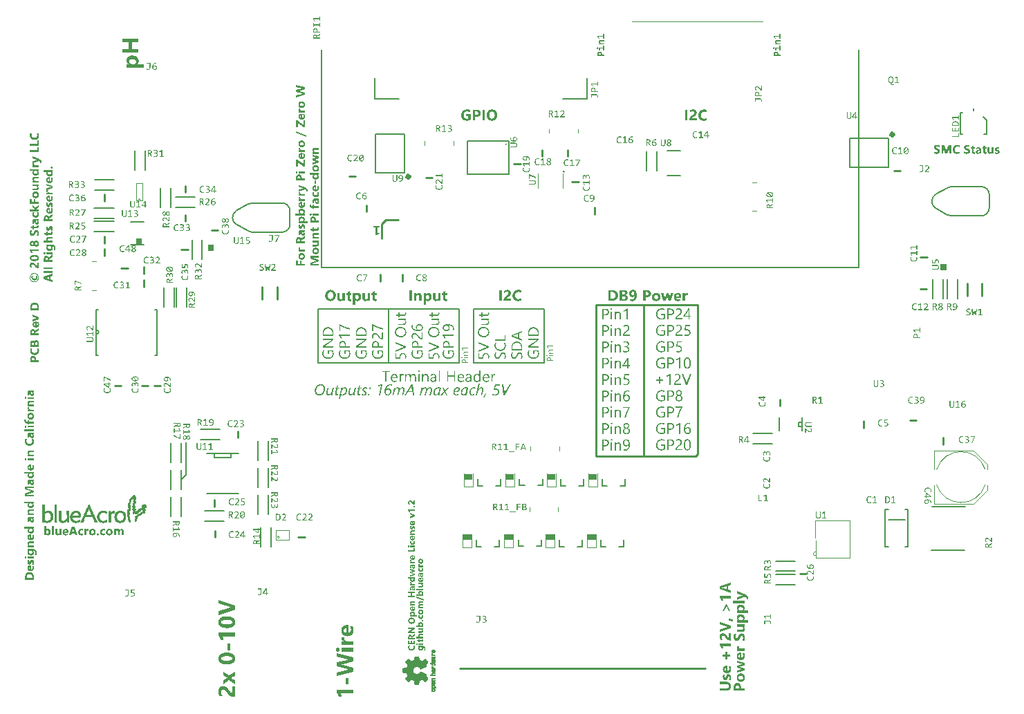
<source format=gto>
G04*
G04 #@! TF.GenerationSoftware,Altium Limited,Altium Designer,19.0.8 (182)*
G04*
G04 Layer_Color=65535*
%FSLAX25Y25*%
%MOIN*%
G70*
G01*
G75*
%ADD10C,0.00600*%
%ADD11C,0.00500*%
%ADD12C,0.00394*%
%ADD13C,0.00400*%
%ADD14C,0.00787*%
%ADD15C,0.02000*%
%ADD16C,0.00000*%
%ADD17C,0.01000*%
%ADD18C,0.00800*%
%ADD19C,0.00100*%
%ADD20C,0.00300*%
%ADD21R,0.04365X0.03150*%
%ADD22R,0.02500X0.02500*%
G36*
X92417Y221029D02*
Y218076D01*
X95370D01*
Y221029D01*
X92417D01*
D02*
G37*
G36*
X445638Y208736D02*
X448591D01*
Y211689D01*
X445638D01*
Y208736D01*
D02*
G37*
G36*
X344549Y56958D02*
X343384Y56579D01*
Y54711D01*
X344549Y54340D01*
Y53055D01*
X339295Y54970D01*
Y56375D01*
X344549Y58244D01*
Y56958D01*
D02*
G37*
G36*
X351538Y52454D02*
X351557Y52444D01*
X351603Y52426D01*
X351677Y52398D01*
X351770Y52352D01*
X351881Y52287D01*
X352001Y52222D01*
X352131Y52139D01*
X352269Y52037D01*
X352408Y51926D01*
X352537Y51806D01*
X352658Y51667D01*
X352769Y51519D01*
X352861Y51362D01*
X352935Y51186D01*
X352981Y51001D01*
X353000Y50798D01*
Y50724D01*
X352991Y50650D01*
Y50548D01*
X352981Y50446D01*
X352963Y50326D01*
X352935Y50215D01*
X352907Y50104D01*
X351982D01*
X351992Y50113D01*
X352001Y50141D01*
X352029Y50187D01*
X352047Y50252D01*
X352075Y50326D01*
X352103Y50409D01*
X352112Y50502D01*
X352121Y50603D01*
Y50622D01*
X352112Y50678D01*
X352103Y50752D01*
X352066Y50844D01*
X352020Y50946D01*
X351945Y51057D01*
X351835Y51149D01*
X351770Y51186D01*
X351696Y51223D01*
X351242Y51427D01*
X347487Y49910D01*
Y51186D01*
X349781Y51880D01*
X349790D01*
X349818Y51889D01*
X349864Y51908D01*
X349920Y51926D01*
X349994Y51935D01*
X350077Y51954D01*
X350169Y51973D01*
X350280Y51991D01*
Y52000D01*
X350271D01*
X350243Y52009D01*
X350197Y52019D01*
X350142Y52028D01*
X350068Y52047D01*
X349975Y52065D01*
X349883Y52093D01*
X349781Y52121D01*
X347487Y52833D01*
Y53980D01*
X351538Y52454D01*
D02*
G37*
G36*
X344549Y50594D02*
X340479D01*
X340498Y50576D01*
X340535Y50529D01*
X340590Y50465D01*
X340646Y50372D01*
Y50363D01*
X340655Y50354D01*
X340673Y50326D01*
X340692Y50289D01*
X340738Y50196D01*
X340785Y50095D01*
Y50086D01*
X340794Y50067D01*
X340803Y50039D01*
X340822Y50002D01*
X340849Y49900D01*
X340886Y49790D01*
Y49780D01*
X340895Y49762D01*
Y49734D01*
X340905Y49697D01*
X340923Y49595D01*
X340942Y49484D01*
X339961D01*
Y49494D01*
X339952Y49503D01*
X339933Y49558D01*
X339906Y49641D01*
X339869Y49753D01*
X339822Y49882D01*
X339767Y50030D01*
X339628Y50326D01*
Y50335D01*
X339619Y50345D01*
X339591Y50391D01*
X339554Y50474D01*
X339499Y50567D01*
X339425Y50687D01*
X339351Y50807D01*
X339175Y51057D01*
Y51750D01*
X344549D01*
Y50594D01*
D02*
G37*
G36*
X351242Y48263D02*
X345683D01*
Y49429D01*
X351242D01*
Y48263D01*
D02*
G37*
G36*
X344272Y44341D02*
X343402D01*
X342431Y46793D01*
X342412D01*
X341367Y44341D01*
X340489D01*
X342116Y47764D01*
X342708D01*
X344272Y44341D01*
D02*
G37*
G36*
X349420Y47495D02*
X349494D01*
X349587Y47477D01*
X349689Y47468D01*
X349799Y47449D01*
X350040Y47394D01*
X350290Y47311D01*
X350410Y47255D01*
X350530Y47199D01*
X350651Y47126D01*
X350762Y47042D01*
X350771Y47033D01*
X350789Y47024D01*
X350817Y46996D01*
X350845Y46959D01*
X350891Y46913D01*
X350937Y46857D01*
X350993Y46793D01*
X351039Y46718D01*
X351150Y46543D01*
X351233Y46330D01*
X351270Y46210D01*
X351298Y46090D01*
X351316Y45951D01*
X351326Y45812D01*
Y45747D01*
X351316Y45701D01*
X351307Y45645D01*
X351298Y45581D01*
X351261Y45433D01*
X351196Y45266D01*
X351104Y45090D01*
X351048Y45007D01*
X350974Y44924D01*
X350900Y44850D01*
X350808Y44776D01*
Y44767D01*
X352963D01*
Y43601D01*
X347487D01*
Y44767D01*
X348060D01*
Y44776D01*
X348051Y44785D01*
X348033Y44794D01*
X347996Y44822D01*
X347959Y44859D01*
X347913Y44896D01*
X347857Y44952D01*
X347792Y45017D01*
X347727Y45090D01*
X347607Y45266D01*
X347505Y45470D01*
X347468Y45590D01*
X347431Y45710D01*
X347413Y45849D01*
X347404Y45988D01*
Y46062D01*
X347413Y46108D01*
X347422Y46163D01*
X347431Y46237D01*
X347468Y46395D01*
X347524Y46580D01*
X347617Y46765D01*
X347672Y46857D01*
X347737Y46940D01*
X347811Y47033D01*
X347903Y47107D01*
X347913Y47116D01*
X347922Y47126D01*
X347959Y47144D01*
X347996Y47172D01*
X348042Y47199D01*
X348107Y47236D01*
X348181Y47273D01*
X348264Y47311D01*
X348357Y47348D01*
X348458Y47375D01*
X348569Y47412D01*
X348690Y47440D01*
X348819Y47468D01*
X348958Y47486D01*
X349106Y47505D01*
X349263D01*
X349272D01*
X349300D01*
X349356D01*
X349420Y47495D01*
D02*
G37*
G36*
X345474Y40336D02*
Y39430D01*
X343633Y39799D01*
Y40872D01*
X345474Y40336D01*
D02*
G37*
G36*
X349420Y42834D02*
X349494D01*
X349587Y42815D01*
X349689Y42806D01*
X349799Y42787D01*
X350040Y42732D01*
X350290Y42649D01*
X350410Y42593D01*
X350530Y42538D01*
X350651Y42463D01*
X350762Y42380D01*
X350771Y42371D01*
X350789Y42362D01*
X350817Y42334D01*
X350845Y42297D01*
X350891Y42251D01*
X350937Y42195D01*
X350993Y42131D01*
X351039Y42057D01*
X351150Y41881D01*
X351233Y41668D01*
X351270Y41548D01*
X351298Y41427D01*
X351316Y41289D01*
X351326Y41150D01*
Y41085D01*
X351316Y41039D01*
X351307Y40984D01*
X351298Y40919D01*
X351261Y40771D01*
X351196Y40604D01*
X351104Y40429D01*
X351048Y40345D01*
X350974Y40262D01*
X350900Y40188D01*
X350808Y40114D01*
Y40105D01*
X352963D01*
Y38939D01*
X347487D01*
Y40105D01*
X348060D01*
Y40114D01*
X348051Y40123D01*
X348033Y40132D01*
X347996Y40160D01*
X347959Y40197D01*
X347913Y40234D01*
X347857Y40290D01*
X347792Y40354D01*
X347727Y40429D01*
X347607Y40604D01*
X347505Y40808D01*
X347468Y40928D01*
X347431Y41048D01*
X347413Y41187D01*
X347404Y41326D01*
Y41400D01*
X347413Y41446D01*
X347422Y41502D01*
X347431Y41576D01*
X347468Y41733D01*
X347524Y41918D01*
X347617Y42103D01*
X347672Y42195D01*
X347737Y42279D01*
X347811Y42371D01*
X347903Y42445D01*
X347913Y42454D01*
X347922Y42463D01*
X347959Y42482D01*
X347996Y42510D01*
X348042Y42538D01*
X348107Y42575D01*
X348181Y42612D01*
X348264Y42649D01*
X348357Y42685D01*
X348458Y42713D01*
X348569Y42750D01*
X348690Y42778D01*
X348819Y42806D01*
X348958Y42824D01*
X349106Y42843D01*
X349263D01*
X349272D01*
X349300D01*
X349356D01*
X349420Y42834D01*
D02*
G37*
G36*
X351242Y36812D02*
X350678D01*
Y36793D01*
X350688Y36784D01*
X350706Y36775D01*
X350734Y36747D01*
X350780Y36719D01*
X350882Y36617D01*
X351002Y36488D01*
X351122Y36331D01*
X351224Y36127D01*
X351270Y36016D01*
X351298Y35905D01*
X351316Y35776D01*
X351326Y35646D01*
Y35591D01*
X351316Y35526D01*
X351298Y35443D01*
X351279Y35341D01*
X351242Y35230D01*
X351196Y35119D01*
X351132Y34999D01*
X351048Y34869D01*
X350946Y34758D01*
X350817Y34647D01*
X350669Y34545D01*
X350484Y34462D01*
X350280Y34398D01*
X350040Y34361D01*
X349763Y34342D01*
X347487D01*
Y35498D01*
X349652D01*
X349661D01*
X349689D01*
X349726D01*
X349772Y35508D01*
X349836Y35517D01*
X349901Y35535D01*
X350049Y35581D01*
X350197Y35656D01*
X350262Y35702D01*
X350327Y35767D01*
X350373Y35840D01*
X350410Y35924D01*
X350438Y36016D01*
X350447Y36127D01*
Y36183D01*
X350438Y36238D01*
X350419Y36312D01*
X350392Y36386D01*
X350355Y36470D01*
X350308Y36553D01*
X350234Y36627D01*
X350225Y36636D01*
X350197Y36654D01*
X350142Y36682D01*
X350077Y36719D01*
X349994Y36756D01*
X349892Y36784D01*
X349772Y36803D01*
X349642Y36812D01*
X347487D01*
Y37968D01*
X351242D01*
Y36812D01*
D02*
G37*
G36*
X344549Y37441D02*
Y36099D01*
X339295Y34305D01*
Y35581D01*
X342958Y36682D01*
X342968D01*
X343004Y36701D01*
X343060Y36710D01*
X343134Y36729D01*
X343217Y36747D01*
X343301Y36766D01*
X343476Y36784D01*
Y36812D01*
X343467D01*
X343430Y36821D01*
X343384D01*
X343319Y36840D01*
X343236Y36849D01*
X343152Y36867D01*
X343051Y36895D01*
X342940Y36923D01*
X339295Y38014D01*
Y39254D01*
X344549Y37441D01*
D02*
G37*
G36*
Y30253D02*
X344161D01*
X344151D01*
X344142D01*
X344096D01*
X344013Y30263D01*
X343920Y30272D01*
X343809Y30290D01*
X343680Y30309D01*
X343560Y30346D01*
X343439Y30392D01*
X343421Y30402D01*
X343384Y30420D01*
X343319Y30448D01*
X343245Y30485D01*
X343152Y30540D01*
X343060Y30596D01*
X342866Y30735D01*
X342856Y30744D01*
X342819Y30771D01*
X342773Y30808D01*
X342708Y30864D01*
X342644Y30929D01*
X342560Y31012D01*
X342412Y31179D01*
X342403Y31188D01*
X342375Y31225D01*
X342338Y31271D01*
X342292Y31336D01*
X342237Y31400D01*
X342172Y31484D01*
X342052Y31650D01*
X342042Y31659D01*
X342024Y31687D01*
X341987Y31734D01*
X341950Y31789D01*
X341848Y31918D01*
X341737Y32048D01*
X341728Y32057D01*
X341709Y32076D01*
X341682Y32113D01*
X341645Y32150D01*
X341552Y32252D01*
X341441Y32344D01*
X341432Y32353D01*
X341413Y32362D01*
X341386Y32381D01*
X341349Y32409D01*
X341256Y32473D01*
X341145Y32520D01*
X341136D01*
X341118Y32529D01*
X341090Y32538D01*
X341043Y32557D01*
X340942Y32575D01*
X340812Y32585D01*
X340794D01*
X340757D01*
X340701Y32575D01*
X340627Y32557D01*
X340544Y32538D01*
X340461Y32501D01*
X340377Y32455D01*
X340303Y32390D01*
X340294Y32381D01*
X340276Y32353D01*
X340248Y32307D01*
X340211Y32252D01*
X340183Y32168D01*
X340156Y32067D01*
X340137Y31946D01*
X340128Y31808D01*
Y31743D01*
X340137Y31697D01*
X340146Y31632D01*
X340156Y31558D01*
X340174Y31484D01*
X340193Y31391D01*
X340257Y31197D01*
X340303Y31086D01*
X340359Y30975D01*
X340424Y30864D01*
X340489Y30744D01*
X340581Y30633D01*
X340673Y30512D01*
X339647D01*
X339637Y30522D01*
X339628Y30540D01*
X339610Y30577D01*
X339573Y30633D01*
X339545Y30698D01*
X339508Y30771D01*
X339462Y30864D01*
X339425Y30966D01*
X339378Y31067D01*
X339341Y31188D01*
X339267Y31456D01*
X339221Y31743D01*
X339212Y31900D01*
X339203Y32057D01*
Y32122D01*
X339212Y32196D01*
Y32298D01*
X339230Y32409D01*
X339249Y32529D01*
X339277Y32649D01*
X339314Y32770D01*
Y32788D01*
X339332Y32825D01*
X339360Y32880D01*
X339388Y32954D01*
X339434Y33047D01*
X339480Y33130D01*
X339545Y33223D01*
X339610Y33306D01*
X339619Y33315D01*
X339647Y33343D01*
X339684Y33380D01*
X339739Y33435D01*
X339813Y33482D01*
X339887Y33537D01*
X339980Y33593D01*
X340081Y33639D01*
X340091Y33648D01*
X340128Y33658D01*
X340183Y33676D01*
X340266Y33704D01*
X340359Y33722D01*
X340461Y33741D01*
X340572Y33750D01*
X340701Y33759D01*
X340720D01*
X340766D01*
X340831Y33750D01*
X340914D01*
X341016Y33731D01*
X341127Y33713D01*
X341238Y33685D01*
X341349Y33648D01*
X341358Y33639D01*
X341395Y33630D01*
X341451Y33602D01*
X341515Y33574D01*
X341599Y33528D01*
X341682Y33472D01*
X341858Y33352D01*
X341867Y33343D01*
X341895Y33325D01*
X341941Y33278D01*
X341996Y33232D01*
X342061Y33167D01*
X342135Y33093D01*
X342283Y32927D01*
X342292Y32917D01*
X342320Y32890D01*
X342357Y32834D01*
X342403Y32779D01*
X342459Y32695D01*
X342524Y32612D01*
X342653Y32427D01*
X342662Y32418D01*
X342671Y32399D01*
X342699Y32362D01*
X342736Y32316D01*
X342810Y32205D01*
X342903Y32085D01*
X342912Y32076D01*
X342921Y32057D01*
X342949Y32030D01*
X342977Y31983D01*
X343051Y31891D01*
X343143Y31789D01*
X343152Y31780D01*
X343162Y31771D01*
X343217Y31724D01*
X343291Y31659D01*
X343384Y31595D01*
X343393D01*
X343402Y31585D01*
X343448Y31567D01*
X343522Y31539D01*
X343597Y31530D01*
Y33759D01*
X344549D01*
Y30253D01*
D02*
G37*
G36*
X349929Y33639D02*
X350031Y33630D01*
X350142Y33611D01*
X350271Y33574D01*
X350392Y33537D01*
X350512Y33482D01*
X350521Y33472D01*
X350558Y33454D01*
X350613Y33417D01*
X350678Y33362D01*
X350762Y33297D01*
X350835Y33223D01*
X350919Y33130D01*
X350993Y33029D01*
X351002Y33019D01*
X351021Y32982D01*
X351058Y32917D01*
X351095Y32834D01*
X351141Y32742D01*
X351178Y32631D01*
X351215Y32501D01*
X351252Y32362D01*
Y32344D01*
X351261Y32298D01*
X351270Y32224D01*
X351289Y32122D01*
X351298Y32002D01*
X351316Y31863D01*
X351326Y31724D01*
Y31410D01*
X351316Y31299D01*
X351307Y31169D01*
X351298Y31030D01*
X351261Y30735D01*
Y30716D01*
X351252Y30670D01*
X351233Y30596D01*
X351205Y30503D01*
X351178Y30402D01*
X351141Y30290D01*
X351104Y30170D01*
X351048Y30059D01*
X349873D01*
X349883Y30078D01*
X349920Y30115D01*
X349966Y30180D01*
X350022Y30272D01*
X350086Y30374D01*
X350160Y30485D01*
X350225Y30614D01*
X350280Y30753D01*
X350290Y30771D01*
X350299Y30818D01*
X350318Y30892D01*
X350345Y30994D01*
X350373Y31104D01*
X350392Y31234D01*
X350401Y31373D01*
X350410Y31512D01*
Y31595D01*
X350401Y31641D01*
X350392Y31771D01*
X350373Y31900D01*
Y31909D01*
X350364Y31928D01*
X350355Y31956D01*
X350345Y32002D01*
X350308Y32085D01*
X350262Y32177D01*
Y32187D01*
X350253Y32196D01*
X350216Y32242D01*
X350160Y32298D01*
X350086Y32344D01*
X350077D01*
X350068Y32353D01*
X350022Y32372D01*
X349957Y32390D01*
X349873Y32399D01*
X349864D01*
X349846D01*
X349818D01*
X349781Y32390D01*
X349698Y32362D01*
X349605Y32307D01*
X349596D01*
X349587Y32289D01*
X349531Y32242D01*
X349457Y32168D01*
X349374Y32067D01*
X349365Y32057D01*
X349356Y32039D01*
X349337Y32011D01*
X349309Y31965D01*
X349282Y31909D01*
X349244Y31854D01*
X349180Y31706D01*
Y31697D01*
X349161Y31669D01*
X349143Y31632D01*
X349124Y31576D01*
X349087Y31512D01*
X349060Y31438D01*
X348986Y31262D01*
Y31253D01*
X348976Y31234D01*
X348958Y31206D01*
X348939Y31160D01*
X348884Y31049D01*
X348810Y30910D01*
X348717Y30762D01*
X348606Y30614D01*
X348486Y30466D01*
X348357Y30337D01*
X348338Y30327D01*
X348292Y30290D01*
X348208Y30244D01*
X348107Y30189D01*
X347977Y30133D01*
X347820Y30087D01*
X347654Y30050D01*
X347459Y30041D01*
X347450D01*
X347441D01*
X347394D01*
X347311Y30050D01*
X347219Y30059D01*
X347108Y30078D01*
X346988Y30115D01*
X346867Y30152D01*
X346756Y30207D01*
X346747Y30217D01*
X346710Y30235D01*
X346655Y30272D01*
X346581Y30327D01*
X346507Y30392D01*
X346432Y30466D01*
X346349Y30549D01*
X346275Y30651D01*
X346266Y30661D01*
X346248Y30707D01*
X346211Y30762D01*
X346164Y30845D01*
X346118Y30938D01*
X346072Y31049D01*
X346025Y31169D01*
X345988Y31308D01*
Y31326D01*
X345970Y31373D01*
X345961Y31447D01*
X345942Y31549D01*
X345924Y31669D01*
X345915Y31808D01*
X345896Y31946D01*
Y32252D01*
X345905Y32353D01*
Y32464D01*
X345915Y32585D01*
X345933Y32714D01*
X345952Y32834D01*
Y32853D01*
X345961Y32890D01*
X345970Y32945D01*
X345988Y33029D01*
X346007Y33112D01*
X346035Y33213D01*
X346099Y33417D01*
X347200D01*
Y33408D01*
X347182Y33399D01*
X347163Y33371D01*
X347145Y33334D01*
X347098Y33241D01*
X347043Y33130D01*
Y33121D01*
X347034Y33103D01*
X347015Y33075D01*
X346997Y33029D01*
X346960Y32927D01*
X346923Y32807D01*
Y32797D01*
X346914Y32779D01*
X346904Y32742D01*
X346895Y32705D01*
X346877Y32594D01*
X346858Y32473D01*
Y32464D01*
X346849Y32446D01*
Y32418D01*
X346839Y32381D01*
X346830Y32279D01*
Y32048D01*
X346849Y31937D01*
X346867Y31808D01*
Y31798D01*
X346877Y31780D01*
X346886Y31752D01*
X346895Y31706D01*
X346932Y31613D01*
X346978Y31521D01*
X346988Y31502D01*
X347024Y31456D01*
X347080Y31400D01*
X347154Y31345D01*
X347172Y31336D01*
X347219Y31317D01*
X347284Y31299D01*
X347367Y31289D01*
X347376D01*
X347385D01*
X347441Y31299D01*
X347515Y31317D01*
X347598Y31354D01*
X347617Y31373D01*
X347663Y31410D01*
X347727Y31475D01*
X347801Y31558D01*
Y31567D01*
X347820Y31585D01*
X347838Y31604D01*
X347857Y31641D01*
X347922Y31743D01*
X347987Y31863D01*
Y31872D01*
X348005Y31900D01*
X348014Y31937D01*
X348042Y31983D01*
X348070Y32048D01*
X348097Y32113D01*
X348162Y32279D01*
X348171Y32298D01*
X348190Y32335D01*
X348218Y32390D01*
X348246Y32464D01*
X348292Y32557D01*
X348338Y32649D01*
X348449Y32844D01*
X348458Y32853D01*
X348477Y32890D01*
X348504Y32936D01*
X348541Y32991D01*
X348653Y33140D01*
X348782Y33278D01*
X348791Y33288D01*
X348810Y33306D01*
X348856Y33343D01*
X348902Y33380D01*
X348967Y33426D01*
X349041Y33472D01*
X349207Y33556D01*
X349217D01*
X349254Y33574D01*
X349300Y33584D01*
X349365Y33602D01*
X349448Y33621D01*
X349550Y33630D01*
X349652Y33648D01*
X349772D01*
X349781D01*
X349790D01*
X349846D01*
X349929Y33639D01*
D02*
G37*
G36*
X344549Y27525D02*
X340479D01*
X340498Y27506D01*
X340535Y27460D01*
X340590Y27395D01*
X340646Y27303D01*
Y27294D01*
X340655Y27284D01*
X340673Y27257D01*
X340692Y27220D01*
X340738Y27127D01*
X340785Y27025D01*
Y27016D01*
X340794Y26998D01*
X340803Y26970D01*
X340822Y26933D01*
X340849Y26831D01*
X340886Y26720D01*
Y26711D01*
X340895Y26692D01*
Y26665D01*
X340905Y26627D01*
X340923Y26526D01*
X340942Y26415D01*
X339961D01*
Y26424D01*
X339952Y26433D01*
X339933Y26489D01*
X339906Y26572D01*
X339869Y26683D01*
X339822Y26812D01*
X339767Y26961D01*
X339628Y27257D01*
Y27266D01*
X339619Y27275D01*
X339591Y27321D01*
X339554Y27404D01*
X339499Y27497D01*
X339425Y27617D01*
X339351Y27738D01*
X339175Y27987D01*
Y28681D01*
X344549D01*
Y27525D01*
D02*
G37*
G36*
X348523Y27571D02*
X348514Y27543D01*
X348495Y27497D01*
X348477Y27441D01*
X348458Y27367D01*
X348440Y27284D01*
X348421Y27192D01*
Y27025D01*
X348440Y26961D01*
X348458Y26877D01*
X348486Y26785D01*
X348541Y26692D01*
X348606Y26590D01*
X348699Y26507D01*
X348708Y26498D01*
X348745Y26470D01*
X348810Y26443D01*
X348893Y26406D01*
X349004Y26359D01*
X349133Y26331D01*
X349291Y26304D01*
X349457Y26294D01*
X351242D01*
Y25129D01*
X347487D01*
Y26294D01*
X348190D01*
Y26304D01*
X348181D01*
X348153Y26313D01*
X348116Y26331D01*
X348070Y26359D01*
X347950Y26433D01*
X347801Y26535D01*
X347663Y26665D01*
X347598Y26748D01*
X347543Y26840D01*
X347496Y26942D01*
X347459Y27044D01*
X347431Y27164D01*
X347422Y27294D01*
Y27358D01*
X347431Y27395D01*
X347441Y27497D01*
X347468Y27580D01*
X348532D01*
X348523Y27571D01*
D02*
G37*
G36*
X342773Y23353D02*
X344188D01*
Y22613D01*
X342773D01*
Y21198D01*
X342033D01*
Y22613D01*
X340609D01*
Y23353D01*
X342033D01*
Y24768D01*
X342773D01*
Y23353D01*
D02*
G37*
G36*
X349698Y21993D02*
X349707D01*
X349735D01*
X349772Y22003D01*
X349827Y22021D01*
X349892Y22039D01*
X349957Y22067D01*
X350031Y22095D01*
X350105Y22141D01*
X350188Y22197D01*
X350262Y22271D01*
X350327Y22354D01*
X350392Y22456D01*
X350447Y22567D01*
X350484Y22705D01*
X350512Y22853D01*
X350521Y23029D01*
Y23094D01*
X350512Y23131D01*
Y23187D01*
X350502Y23251D01*
X350484Y23399D01*
X350447Y23566D01*
X350392Y23751D01*
X350327Y23936D01*
X350225Y24112D01*
X351058D01*
Y24102D01*
X351067Y24084D01*
X351085Y24056D01*
X351095Y24019D01*
X351122Y23964D01*
X351141Y23908D01*
X351168Y23834D01*
X351187Y23751D01*
X351215Y23658D01*
X351242Y23557D01*
X351279Y23325D01*
X351316Y23057D01*
X351326Y22761D01*
Y22678D01*
X351316Y22613D01*
X351307Y22539D01*
X351298Y22446D01*
X351279Y22354D01*
X351261Y22243D01*
X351205Y22021D01*
X351113Y21780D01*
X351058Y21669D01*
X350993Y21549D01*
X350909Y21448D01*
X350826Y21346D01*
X350817Y21337D01*
X350799Y21327D01*
X350771Y21299D01*
X350734Y21272D01*
X350678Y21235D01*
X350623Y21189D01*
X350549Y21142D01*
X350465Y21096D01*
X350373Y21050D01*
X350262Y21003D01*
X350151Y20967D01*
X350022Y20920D01*
X349892Y20892D01*
X349744Y20865D01*
X349596Y20855D01*
X349429Y20846D01*
X349420D01*
X349393D01*
X349337D01*
X349272Y20855D01*
X349198Y20865D01*
X349106Y20874D01*
X349004Y20892D01*
X348893Y20911D01*
X348662Y20976D01*
X348532Y21022D01*
X348412Y21078D01*
X348292Y21133D01*
X348171Y21207D01*
X348051Y21290D01*
X347950Y21383D01*
X347940Y21392D01*
X347922Y21410D01*
X347903Y21438D01*
X347866Y21485D01*
X347820Y21531D01*
X347774Y21596D01*
X347727Y21669D01*
X347672Y21753D01*
X347626Y21845D01*
X347580Y21947D01*
X347487Y22178D01*
X347450Y22308D01*
X347431Y22437D01*
X347413Y22576D01*
X347404Y22724D01*
Y22807D01*
X347413Y22863D01*
X347422Y22928D01*
X347431Y23011D01*
X347468Y23196D01*
X347524Y23399D01*
X347607Y23603D01*
X347663Y23714D01*
X347727Y23806D01*
X347811Y23908D01*
X347894Y23991D01*
X347903Y24001D01*
X347913Y24010D01*
X347940Y24037D01*
X347977Y24065D01*
X348033Y24093D01*
X348088Y24139D01*
X348162Y24176D01*
X348236Y24223D01*
X348329Y24260D01*
X348421Y24306D01*
X348532Y24343D01*
X348653Y24371D01*
X348911Y24426D01*
X349060Y24435D01*
X349207Y24444D01*
X349698D01*
Y21993D01*
D02*
G37*
G36*
X351242Y19440D02*
Y18228D01*
X349050Y17673D01*
X349041D01*
X349013Y17664D01*
X348967Y17655D01*
X348902Y17646D01*
X348837Y17637D01*
X348754Y17627D01*
X348569Y17609D01*
Y17590D01*
X348579D01*
X348616Y17581D01*
X348671D01*
X348736Y17572D01*
X348884Y17544D01*
X348958Y17535D01*
X349032Y17516D01*
X351242Y16915D01*
Y15712D01*
X347487Y14658D01*
Y15842D01*
X349938Y16351D01*
X349948D01*
X349966Y16360D01*
X350003D01*
X350059Y16369D01*
X350123Y16378D01*
X350188Y16388D01*
X350271Y16397D01*
X350364Y16406D01*
Y16434D01*
X350355D01*
X350318D01*
X350271Y16443D01*
X350216Y16453D01*
X350068Y16471D01*
X349929Y16499D01*
X347487Y17146D01*
Y18247D01*
X349938Y18830D01*
X349957D01*
X349985Y18839D01*
X350022D01*
X350086Y18848D01*
X350160Y18857D01*
X350253Y18867D01*
X350364Y18876D01*
Y18904D01*
X350355D01*
X350327D01*
X350280Y18913D01*
X350234Y18922D01*
X350169D01*
X350096Y18932D01*
X349938Y18959D01*
X347487Y19450D01*
Y20523D01*
X351242Y19440D01*
D02*
G37*
G36*
X343004Y15601D02*
X343014D01*
X343041D01*
X343078Y15611D01*
X343134Y15629D01*
X343199Y15648D01*
X343264Y15676D01*
X343337Y15703D01*
X343411Y15750D01*
X343495Y15805D01*
X343569Y15879D01*
X343633Y15962D01*
X343698Y16064D01*
X343754Y16175D01*
X343791Y16314D01*
X343818Y16462D01*
X343828Y16637D01*
Y16702D01*
X343818Y16739D01*
Y16795D01*
X343809Y16860D01*
X343791Y17007D01*
X343754Y17174D01*
X343698Y17359D01*
X343633Y17544D01*
X343532Y17720D01*
X344364D01*
Y17710D01*
X344373Y17692D01*
X344392Y17664D01*
X344401Y17627D01*
X344429Y17572D01*
X344447Y17516D01*
X344475Y17442D01*
X344494Y17359D01*
X344521Y17266D01*
X344549Y17165D01*
X344586Y16933D01*
X344623Y16665D01*
X344633Y16369D01*
Y16286D01*
X344623Y16221D01*
X344614Y16147D01*
X344605Y16055D01*
X344586Y15962D01*
X344568Y15851D01*
X344512Y15629D01*
X344420Y15389D01*
X344364Y15278D01*
X344299Y15157D01*
X344216Y15056D01*
X344133Y14954D01*
X344124Y14945D01*
X344105Y14935D01*
X344077Y14908D01*
X344040Y14880D01*
X343985Y14843D01*
X343929Y14797D01*
X343856Y14751D01*
X343772Y14704D01*
X343680Y14658D01*
X343569Y14612D01*
X343458Y14575D01*
X343328Y14528D01*
X343199Y14501D01*
X343051Y14473D01*
X342903Y14464D01*
X342736Y14455D01*
X342727D01*
X342699D01*
X342644D01*
X342579Y14464D01*
X342505Y14473D01*
X342412Y14482D01*
X342311Y14501D01*
X342200Y14519D01*
X341968Y14584D01*
X341839Y14630D01*
X341719Y14686D01*
X341599Y14741D01*
X341478Y14815D01*
X341358Y14898D01*
X341256Y14991D01*
X341247Y15000D01*
X341229Y15019D01*
X341210Y15046D01*
X341173Y15093D01*
X341127Y15139D01*
X341080Y15204D01*
X341034Y15278D01*
X340979Y15361D01*
X340932Y15453D01*
X340886Y15555D01*
X340794Y15787D01*
X340757Y15916D01*
X340738Y16046D01*
X340720Y16184D01*
X340710Y16332D01*
Y16416D01*
X340720Y16471D01*
X340729Y16536D01*
X340738Y16619D01*
X340775Y16804D01*
X340831Y17007D01*
X340914Y17211D01*
X340969Y17322D01*
X341034Y17414D01*
X341118Y17516D01*
X341201Y17600D01*
X341210Y17609D01*
X341219Y17618D01*
X341247Y17646D01*
X341284Y17673D01*
X341339Y17701D01*
X341395Y17748D01*
X341469Y17785D01*
X341543Y17831D01*
X341635Y17868D01*
X341728Y17914D01*
X341839Y17951D01*
X341959Y17979D01*
X342218Y18034D01*
X342366Y18044D01*
X342514Y18053D01*
X343004D01*
Y15601D01*
D02*
G37*
G36*
X343522Y14001D02*
X343597Y13992D01*
X343689Y13973D01*
X343781Y13946D01*
X343883Y13909D01*
X343976Y13862D01*
X343985Y13853D01*
X344013Y13835D01*
X344059Y13807D01*
X344114Y13761D01*
X344179Y13705D01*
X344244Y13641D01*
X344309Y13566D01*
X344364Y13483D01*
X344373Y13474D01*
X344392Y13437D01*
X344410Y13391D01*
X344447Y13326D01*
X344475Y13243D01*
X344512Y13150D01*
X344540Y13039D01*
X344568Y12928D01*
Y12919D01*
X344577Y12873D01*
X344586Y12808D01*
X344595Y12734D01*
X344614Y12632D01*
X344623Y12521D01*
X344633Y12281D01*
Y12179D01*
X344623Y12123D01*
Y12059D01*
X344614Y11902D01*
X344586Y11726D01*
X344558Y11531D01*
X344512Y11337D01*
X344457Y11134D01*
X343513D01*
X343522Y11143D01*
X343541Y11180D01*
X343569Y11236D01*
X343615Y11310D01*
X343652Y11402D01*
X343698Y11495D01*
X343772Y11698D01*
Y11707D01*
X343781Y11744D01*
X343800Y11800D01*
X343809Y11874D01*
X343828Y11957D01*
X343846Y12049D01*
X343856Y12235D01*
Y12290D01*
X343846Y12346D01*
Y12410D01*
X343818Y12577D01*
X343800Y12651D01*
X343772Y12725D01*
Y12734D01*
X343754Y12753D01*
X343707Y12817D01*
X343624Y12873D01*
X343578Y12891D01*
X343513Y12900D01*
X343504D01*
X343495D01*
X343448Y12891D01*
X343393Y12864D01*
X343337Y12817D01*
X343328Y12808D01*
X343291Y12762D01*
X343254Y12697D01*
X343208Y12614D01*
Y12605D01*
X343199Y12595D01*
X343189Y12567D01*
X343171Y12530D01*
X343143Y12438D01*
X343106Y12336D01*
Y12327D01*
X343097Y12308D01*
X343088Y12281D01*
X343078Y12244D01*
X343041Y12151D01*
X343004Y12049D01*
Y12040D01*
X342986Y12013D01*
X342977Y11966D01*
X342949Y11920D01*
X342893Y11790D01*
X342829Y11652D01*
X342819Y11643D01*
X342810Y11624D01*
X342792Y11596D01*
X342764Y11550D01*
X342690Y11457D01*
X342597Y11365D01*
X342588D01*
X342570Y11347D01*
X342551Y11328D01*
X342514Y11300D01*
X342422Y11245D01*
X342302Y11189D01*
X342292D01*
X342274Y11180D01*
X342237Y11171D01*
X342191Y11162D01*
X342135Y11152D01*
X342061Y11143D01*
X341904Y11134D01*
X341885D01*
X341848D01*
X341793Y11143D01*
X341719Y11152D01*
X341635Y11162D01*
X341543Y11189D01*
X341451Y11217D01*
X341367Y11263D01*
X341358Y11272D01*
X341330Y11291D01*
X341284Y11319D01*
X341229Y11365D01*
X341173Y11411D01*
X341108Y11476D01*
X341043Y11550D01*
X340988Y11633D01*
X340979Y11643D01*
X340960Y11670D01*
X340942Y11726D01*
X340905Y11790D01*
X340868Y11864D01*
X340840Y11957D01*
X340803Y12049D01*
X340775Y12161D01*
Y12170D01*
X340766Y12216D01*
X340757Y12271D01*
X340738Y12346D01*
X340729Y12438D01*
X340720Y12540D01*
X340710Y12771D01*
Y12928D01*
X340720Y13002D01*
X340729Y13095D01*
X340747Y13280D01*
Y13289D01*
X340757Y13326D01*
X340766Y13372D01*
X340775Y13437D01*
X340794Y13520D01*
X340812Y13603D01*
X340858Y13789D01*
X341756D01*
X341746Y13779D01*
X341737Y13751D01*
X341709Y13705D01*
X341682Y13650D01*
X341654Y13576D01*
X341617Y13492D01*
X341562Y13317D01*
Y13307D01*
X341552Y13271D01*
X341543Y13224D01*
X341524Y13160D01*
X341515Y13085D01*
X341506Y13002D01*
X341497Y12817D01*
Y12753D01*
X341506Y12678D01*
X341515Y12605D01*
Y12586D01*
X341534Y12549D01*
X341552Y12484D01*
X341580Y12429D01*
X341589Y12420D01*
X341608Y12382D01*
X341635Y12346D01*
X341682Y12308D01*
X341691Y12299D01*
X341719Y12290D01*
X341756Y12271D01*
X341811Y12262D01*
X341830D01*
X341867Y12271D01*
X341931Y12290D01*
X341987Y12327D01*
X341996Y12336D01*
X342033Y12373D01*
X342070Y12429D01*
X342116Y12494D01*
Y12503D01*
X342126Y12512D01*
X342144Y12567D01*
X342172Y12641D01*
X342209Y12734D01*
Y12743D01*
X342218Y12762D01*
Y12780D01*
X342237Y12817D01*
X342255Y12900D01*
X342292Y12993D01*
Y13002D01*
X342311Y13030D01*
X342320Y13076D01*
X342348Y13132D01*
X342403Y13271D01*
X342477Y13409D01*
Y13419D01*
X342496Y13446D01*
X342514Y13474D01*
X342542Y13520D01*
X342607Y13631D01*
X342699Y13733D01*
X342708Y13742D01*
X342718Y13751D01*
X342745Y13779D01*
X342782Y13807D01*
X342875Y13881D01*
X342995Y13937D01*
X343004D01*
X343023Y13946D01*
X343060Y13964D01*
X343115Y13973D01*
X343171Y13992D01*
X343245Y14001D01*
X343402Y14010D01*
X343421D01*
X343458D01*
X343522Y14001D01*
D02*
G37*
G36*
X349476Y14325D02*
X349550Y14316D01*
X349642Y14307D01*
X349744Y14288D01*
X349855Y14269D01*
X350086Y14205D01*
X350206Y14159D01*
X350336Y14103D01*
X350456Y14038D01*
X350567Y13973D01*
X350688Y13881D01*
X350789Y13789D01*
X350799Y13779D01*
X350808Y13761D01*
X350835Y13733D01*
X350872Y13687D01*
X350909Y13631D01*
X350956Y13566D01*
X351011Y13483D01*
X351058Y13400D01*
X351104Y13298D01*
X351159Y13187D01*
X351205Y13058D01*
X351242Y12928D01*
X351279Y12780D01*
X351298Y12632D01*
X351316Y12466D01*
X351326Y12290D01*
Y12197D01*
X351316Y12133D01*
X351307Y12059D01*
X351298Y11966D01*
X351279Y11864D01*
X351261Y11754D01*
X351196Y11513D01*
X351104Y11272D01*
X351048Y11143D01*
X350974Y11032D01*
X350900Y10912D01*
X350808Y10810D01*
X350799Y10801D01*
X350780Y10791D01*
X350752Y10764D01*
X350715Y10727D01*
X350660Y10690D01*
X350595Y10644D01*
X350521Y10588D01*
X350438Y10542D01*
X350336Y10496D01*
X350234Y10440D01*
X350114Y10394D01*
X349985Y10357D01*
X349855Y10320D01*
X349707Y10301D01*
X349550Y10283D01*
X349383Y10273D01*
X349374D01*
X349346D01*
X349291D01*
X349226Y10283D01*
X349152Y10292D01*
X349060Y10301D01*
X348958Y10320D01*
X348847Y10347D01*
X348616Y10412D01*
X348495Y10458D01*
X348375Y10505D01*
X348255Y10570D01*
X348144Y10644D01*
X348033Y10727D01*
X347931Y10829D01*
X347922Y10838D01*
X347913Y10856D01*
X347885Y10884D01*
X347848Y10930D01*
X347811Y10986D01*
X347764Y11060D01*
X347718Y11134D01*
X347663Y11226D01*
X347617Y11328D01*
X347570Y11448D01*
X347524Y11569D01*
X347487Y11707D01*
X347450Y11846D01*
X347422Y12003D01*
X347413Y12161D01*
X347404Y12336D01*
Y12429D01*
X347413Y12494D01*
X347422Y12567D01*
X347431Y12660D01*
X347450Y12762D01*
X347468Y12873D01*
X347533Y13104D01*
X347570Y13224D01*
X347626Y13344D01*
X347691Y13465D01*
X347755Y13585D01*
X347838Y13696D01*
X347931Y13798D01*
X347940Y13807D01*
X347959Y13826D01*
X347987Y13844D01*
X348024Y13881D01*
X348079Y13918D01*
X348144Y13964D01*
X348218Y14020D01*
X348301Y14066D01*
X348394Y14112D01*
X348495Y14168D01*
X348616Y14214D01*
X348736Y14251D01*
X348865Y14288D01*
X349013Y14316D01*
X349161Y14325D01*
X349319Y14334D01*
X349328D01*
X349356D01*
X349411D01*
X349476Y14325D01*
D02*
G37*
G36*
X347792Y9830D02*
X347866Y9820D01*
X347940Y9811D01*
X348125Y9765D01*
X348329Y9700D01*
X348430Y9654D01*
X348541Y9598D01*
X348643Y9533D01*
X348754Y9450D01*
X348856Y9367D01*
X348949Y9265D01*
X348958Y9256D01*
X348967Y9238D01*
X348995Y9210D01*
X349023Y9164D01*
X349060Y9108D01*
X349106Y9034D01*
X349152Y8960D01*
X349189Y8867D01*
X349235Y8766D01*
X349282Y8646D01*
X349328Y8525D01*
X349365Y8387D01*
X349393Y8239D01*
X349420Y8090D01*
X349429Y7924D01*
X349439Y7748D01*
Y7184D01*
X351242D01*
Y6000D01*
X345988D01*
Y7933D01*
X345998Y8035D01*
X346016Y8164D01*
X346035Y8313D01*
X346081Y8479D01*
X346127Y8655D01*
X346201Y8849D01*
X346285Y9034D01*
X346395Y9210D01*
X346534Y9376D01*
X346691Y9524D01*
X346886Y9654D01*
X347108Y9755D01*
X347237Y9792D01*
X347367Y9820D01*
X347515Y9830D01*
X347663Y9839D01*
X347672D01*
X347700D01*
X347737D01*
X347792Y9830D01*
D02*
G37*
G36*
X342431Y10338D02*
X342496Y10329D01*
X342644Y10311D01*
X342819Y10283D01*
X343023Y10227D01*
X343236Y10163D01*
X343448Y10070D01*
X343670Y9950D01*
X343883Y9811D01*
X344087Y9626D01*
X344179Y9524D01*
X344262Y9413D01*
X344346Y9293D01*
X344410Y9164D01*
X344475Y9015D01*
X344531Y8867D01*
X344577Y8701D01*
X344605Y8525D01*
X344623Y8340D01*
X344633Y8137D01*
Y8081D01*
X344623Y8044D01*
Y7998D01*
X344614Y7942D01*
X344595Y7804D01*
X344558Y7637D01*
X344512Y7462D01*
X344438Y7267D01*
X344346Y7073D01*
X344226Y6870D01*
X344068Y6675D01*
X343985Y6583D01*
X343883Y6499D01*
X343781Y6416D01*
X343661Y6333D01*
X343532Y6259D01*
X343393Y6194D01*
X343245Y6139D01*
X343088Y6092D01*
X342921Y6055D01*
X342736Y6028D01*
X342542Y6009D01*
X342329Y6000D01*
X339295D01*
Y7184D01*
X342348D01*
X342366D01*
X342403D01*
X342468Y7193D01*
X342551Y7203D01*
X342644Y7212D01*
X342755Y7239D01*
X342866Y7267D01*
X342986Y7314D01*
X343106Y7360D01*
X343217Y7424D01*
X343328Y7508D01*
X343421Y7609D01*
X343504Y7721D01*
X343569Y7850D01*
X343606Y8007D01*
X343624Y8183D01*
Y8229D01*
X343615Y8275D01*
X343606Y8340D01*
X343587Y8414D01*
X343560Y8497D01*
X343522Y8581D01*
X343467Y8673D01*
X343402Y8766D01*
X343319Y8849D01*
X343227Y8932D01*
X343106Y9006D01*
X342968Y9071D01*
X342801Y9117D01*
X342607Y9154D01*
X342394Y9164D01*
X339295D01*
Y10347D01*
X342274D01*
X342283D01*
X342302D01*
X342329D01*
X342375D01*
X342431Y10338D01*
D02*
G37*
G36*
X172023Y182761D02*
X172051Y182752D01*
X172098Y182724D01*
X172153Y182687D01*
X172227Y182650D01*
X172319Y182595D01*
X172421Y182539D01*
X172532Y182474D01*
X172551Y182465D01*
X172588Y182447D01*
X172652Y182410D01*
X172736Y182363D01*
X172837Y182317D01*
X172958Y182252D01*
X173097Y182187D01*
X173235Y182114D01*
X173254Y182104D01*
X173300Y182086D01*
X173383Y182049D01*
X173485Y181993D01*
X173605Y181938D01*
X173753Y181873D01*
X173901Y181799D01*
X174068Y181725D01*
X174077D01*
X174086Y181716D01*
X174142Y181688D01*
X174234Y181651D01*
X174345Y181605D01*
X174484Y181549D01*
X174641Y181484D01*
X174817Y181420D01*
X174993Y181355D01*
X175002D01*
X175011Y181346D01*
X175039Y181336D01*
X175076Y181327D01*
X175169Y181299D01*
X175289Y181253D01*
X175437Y181207D01*
X175594Y181161D01*
X175770Y181105D01*
X175955Y181059D01*
X175964D01*
X175973Y181050D01*
X176001D01*
X176038Y181041D01*
X176130Y181013D01*
X176260Y180985D01*
X176408Y180957D01*
X176565Y180920D01*
X176741Y180893D01*
X176917Y180865D01*
Y180217D01*
X176908D01*
X176898D01*
X176871Y180227D01*
X176833Y180236D01*
X176741Y180245D01*
X176621Y180273D01*
X176482Y180300D01*
X176315Y180338D01*
X176149Y180375D01*
X175964Y180421D01*
X175955D01*
X175945Y180430D01*
X175918Y180439D01*
X175881Y180448D01*
X175788Y180476D01*
X175659Y180513D01*
X175511Y180560D01*
X175354Y180615D01*
X175178Y180670D01*
X175002Y180735D01*
X174993D01*
X174984Y180745D01*
X174956Y180754D01*
X174919Y180763D01*
X174826Y180800D01*
X174715Y180846D01*
X174576Y180902D01*
X174419Y180966D01*
X174095Y181105D01*
X174086D01*
X174077Y181114D01*
X174021Y181142D01*
X173938Y181179D01*
X173827Y181226D01*
X173707Y181281D01*
X173568Y181346D01*
X173291Y181484D01*
X173272Y181494D01*
X173226Y181512D01*
X173161Y181549D01*
X173069Y181596D01*
X172967Y181651D01*
X172865Y181707D01*
X172643Y181817D01*
X172634Y181827D01*
X172597Y181845D01*
X172551Y181873D01*
X172486Y181910D01*
X172338Y181984D01*
X172273Y182021D01*
X172208Y182058D01*
Y179422D01*
X171663D01*
Y182770D01*
X172014D01*
X172023Y182761D01*
D02*
G37*
G36*
X176917Y175417D02*
X176658D01*
X176639D01*
X176602D01*
X176538D01*
X176454Y175426D01*
X176371Y175435D01*
X176269Y175444D01*
X176066Y175490D01*
X176057D01*
X176020Y175509D01*
X175973Y175528D01*
X175909Y175546D01*
X175835Y175583D01*
X175751Y175620D01*
X175575Y175731D01*
X175566Y175740D01*
X175539Y175759D01*
X175492Y175796D01*
X175427Y175851D01*
X175363Y175907D01*
X175279Y175981D01*
X175196Y176073D01*
X175113Y176166D01*
X175104Y176175D01*
X175076Y176212D01*
X175021Y176277D01*
X174965Y176351D01*
X174882Y176453D01*
X174799Y176564D01*
X174697Y176702D01*
X174595Y176841D01*
X174586Y176850D01*
X174558Y176887D01*
X174521Y176943D01*
X174466Y177007D01*
X174345Y177165D01*
X174206Y177322D01*
X174197Y177331D01*
X174170Y177359D01*
X174133Y177387D01*
X174086Y177433D01*
X173966Y177535D01*
X173827Y177627D01*
X173818Y177637D01*
X173800Y177646D01*
X173763Y177664D01*
X173707Y177692D01*
X173587Y177747D01*
X173448Y177794D01*
X173439D01*
X173411Y177803D01*
X173374Y177812D01*
X173328Y177822D01*
X173263Y177831D01*
X173198Y177840D01*
X173041Y177849D01*
X173032D01*
X173004D01*
X172958D01*
X172902Y177840D01*
X172764Y177812D01*
X172625Y177766D01*
X172616D01*
X172597Y177757D01*
X172560Y177738D01*
X172514Y177710D01*
X172421Y177646D01*
X172319Y177562D01*
X172310Y177553D01*
X172301Y177544D01*
X172283Y177516D01*
X172255Y177479D01*
X172190Y177377D01*
X172144Y177257D01*
Y177248D01*
X172134Y177229D01*
X172125Y177192D01*
X172116Y177146D01*
X172107Y177091D01*
X172098Y177026D01*
X172088Y176878D01*
Y176813D01*
X172098Y176767D01*
X172107Y176656D01*
X172134Y176526D01*
Y176517D01*
X172144Y176499D01*
X172153Y176462D01*
X172171Y176425D01*
X172208Y176323D01*
X172264Y176203D01*
Y176193D01*
X172283Y176175D01*
X172301Y176147D01*
X172319Y176110D01*
X172384Y176008D01*
X172468Y175898D01*
X172477Y175888D01*
X172486Y175870D01*
X172514Y175842D01*
X172541Y175805D01*
X172625Y175722D01*
X172727Y175620D01*
X172079D01*
X172070Y175629D01*
X172042Y175666D01*
X171996Y175713D01*
X171940Y175786D01*
X171885Y175870D01*
X171820Y175962D01*
X171765Y176073D01*
X171709Y176184D01*
X171700Y176203D01*
X171690Y176240D01*
X171663Y176304D01*
X171635Y176397D01*
X171616Y176508D01*
X171589Y176637D01*
X171580Y176786D01*
X171570Y176952D01*
Y177007D01*
X171580Y177072D01*
Y177146D01*
X171598Y177239D01*
X171616Y177340D01*
X171635Y177442D01*
X171672Y177544D01*
Y177553D01*
X171690Y177590D01*
X171709Y177646D01*
X171737Y177710D01*
X171774Y177785D01*
X171820Y177868D01*
X171940Y178025D01*
X171950Y178034D01*
X171968Y178062D01*
X172014Y178099D01*
X172061Y178145D01*
X172125Y178191D01*
X172199Y178247D01*
X172292Y178293D01*
X172384Y178340D01*
X172394Y178349D01*
X172431Y178358D01*
X172486Y178376D01*
X172560Y178404D01*
X172652Y178423D01*
X172754Y178441D01*
X172865Y178451D01*
X172985Y178460D01*
X172995D01*
X173041D01*
X173097D01*
X173170Y178451D01*
X173263Y178441D01*
X173355Y178432D01*
X173559Y178386D01*
X173568D01*
X173605Y178376D01*
X173652Y178358D01*
X173707Y178330D01*
X173781Y178303D01*
X173864Y178266D01*
X174031Y178164D01*
X174040Y178155D01*
X174068Y178136D01*
X174114Y178108D01*
X174170Y178071D01*
X174234Y178016D01*
X174308Y177951D01*
X174466Y177803D01*
X174475Y177794D01*
X174503Y177766D01*
X174539Y177720D01*
X174595Y177655D01*
X174660Y177581D01*
X174724Y177489D01*
X174799Y177396D01*
X174882Y177285D01*
X174891Y177267D01*
X174928Y177220D01*
X174974Y177155D01*
X175039Y177072D01*
X175104Y176971D01*
X175178Y176869D01*
X175261Y176767D01*
X175335Y176674D01*
X175344Y176665D01*
X175363Y176637D01*
X175400Y176591D01*
X175446Y176536D01*
X175557Y176416D01*
X175622Y176351D01*
X175687Y176295D01*
X175696Y176286D01*
X175714Y176277D01*
X175742Y176249D01*
X175788Y176221D01*
X175890Y176156D01*
X176010Y176101D01*
X176020D01*
X176038Y176092D01*
X176075Y176083D01*
X176112Y176073D01*
X176168Y176064D01*
X176232Y176055D01*
X176380Y176046D01*
Y178663D01*
X176917D01*
Y175417D01*
D02*
G37*
G36*
X173355Y174704D02*
X173420Y174695D01*
X173494Y174686D01*
X173670Y174649D01*
X173864Y174584D01*
X174068Y174492D01*
X174170Y174436D01*
X174271Y174371D01*
X174373Y174288D01*
X174466Y174196D01*
X174475Y174186D01*
X174484Y174168D01*
X174512Y174140D01*
X174539Y174103D01*
X174576Y174048D01*
X174613Y173983D01*
X174660Y173909D01*
X174697Y173826D01*
X174743Y173733D01*
X174789Y173631D01*
X174826Y173511D01*
X174863Y173391D01*
X174919Y173113D01*
X174928Y172965D01*
X174937Y172808D01*
Y172114D01*
X176917D01*
Y171494D01*
X171663D01*
Y173021D01*
X171672Y173076D01*
Y173150D01*
X171681Y173224D01*
X171718Y173418D01*
X171765Y173622D01*
X171838Y173844D01*
X171940Y174057D01*
X172005Y174149D01*
X172079Y174242D01*
Y174251D01*
X172098Y174260D01*
X172125Y174288D01*
X172153Y174316D01*
X172246Y174390D01*
X172375Y174482D01*
X172541Y174565D01*
X172736Y174639D01*
X172967Y174695D01*
X173097Y174704D01*
X173235Y174714D01*
X173245D01*
X173272D01*
X173309D01*
X173355Y174704D01*
D02*
G37*
G36*
X176565Y170264D02*
X176584Y170237D01*
X176602Y170190D01*
X176630Y170135D01*
X176667Y170061D01*
X176704Y169968D01*
X176741Y169867D01*
X176778Y169755D01*
X176824Y169635D01*
X176861Y169497D01*
X176898Y169349D01*
X176935Y169201D01*
X176981Y168868D01*
X176991Y168692D01*
X177000Y168516D01*
Y168470D01*
X176991Y168405D01*
Y168331D01*
X176981Y168229D01*
X176963Y168118D01*
X176935Y167998D01*
X176908Y167868D01*
X176871Y167720D01*
X176824Y167572D01*
X176769Y167424D01*
X176695Y167267D01*
X176611Y167119D01*
X176519Y166971D01*
X176408Y166832D01*
X176278Y166694D01*
X176269Y166684D01*
X176242Y166666D01*
X176205Y166629D01*
X176149Y166583D01*
X176075Y166536D01*
X175982Y166472D01*
X175881Y166416D01*
X175770Y166351D01*
X175640Y166287D01*
X175492Y166222D01*
X175335Y166157D01*
X175169Y166111D01*
X174984Y166065D01*
X174789Y166028D01*
X174586Y166009D01*
X174364Y166000D01*
X174345D01*
X174308D01*
X174243Y166009D01*
X174160D01*
X174058Y166028D01*
X173938Y166037D01*
X173800Y166065D01*
X173652Y166093D01*
X173503Y166139D01*
X173337Y166185D01*
X173170Y166250D01*
X173004Y166324D01*
X172837Y166416D01*
X172671Y166518D01*
X172504Y166629D01*
X172356Y166768D01*
X172347Y166777D01*
X172319Y166805D01*
X172283Y166851D01*
X172236Y166906D01*
X172171Y166981D01*
X172107Y167073D01*
X172033Y167184D01*
X171959Y167304D01*
X171894Y167443D01*
X171820Y167591D01*
X171755Y167748D01*
X171690Y167924D01*
X171644Y168109D01*
X171607Y168303D01*
X171580Y168516D01*
X171570Y168729D01*
Y168877D01*
X171580Y168951D01*
X171589Y169034D01*
X171598Y169126D01*
X171607Y169228D01*
X171644Y169459D01*
X171690Y169700D01*
X171765Y169940D01*
X171857Y170172D01*
X172532D01*
X172523Y170162D01*
X172514Y170144D01*
X172495Y170107D01*
X172468Y170061D01*
X172440Y169996D01*
X172403Y169922D01*
X172366Y169839D01*
X172329Y169746D01*
X172292Y169635D01*
X172264Y169524D01*
X172199Y169265D01*
X172153Y168969D01*
X172134Y168821D01*
Y168571D01*
X172144Y168507D01*
X172153Y168433D01*
X172162Y168350D01*
X172181Y168248D01*
X172208Y168146D01*
X172283Y167915D01*
X172329Y167795D01*
X172394Y167674D01*
X172458Y167554D01*
X172541Y167434D01*
X172634Y167323D01*
X172745Y167212D01*
X172754Y167202D01*
X172773Y167184D01*
X172810Y167156D01*
X172856Y167129D01*
X172912Y167082D01*
X172985Y167036D01*
X173069Y166981D01*
X173170Y166934D01*
X173272Y166879D01*
X173392Y166823D01*
X173522Y166777D01*
X173661Y166740D01*
X173809Y166703D01*
X173975Y166675D01*
X174142Y166657D01*
X174318Y166648D01*
X174327D01*
X174364D01*
X174410D01*
X174484Y166657D01*
X174567Y166666D01*
X174660Y166675D01*
X174771Y166694D01*
X174891Y166712D01*
X175141Y166777D01*
X175400Y166869D01*
X175529Y166925D01*
X175659Y166999D01*
X175779Y167073D01*
X175890Y167166D01*
X175899Y167175D01*
X175918Y167193D01*
X175945Y167221D01*
X175973Y167258D01*
X176020Y167314D01*
X176066Y167378D01*
X176121Y167452D01*
X176168Y167545D01*
X176223Y167637D01*
X176278Y167748D01*
X176325Y167859D01*
X176362Y167989D01*
X176399Y168128D01*
X176426Y168275D01*
X176445Y168423D01*
X176454Y168590D01*
Y168692D01*
X176445Y168747D01*
Y168812D01*
X176426Y168960D01*
X176399Y169126D01*
X176353Y169302D01*
X176297Y169478D01*
X176214Y169654D01*
X174734D01*
Y168507D01*
X174179D01*
Y170273D01*
X176565D01*
Y170264D01*
D02*
G37*
G36*
X139173Y297018D02*
Y295967D01*
X136479Y295271D01*
X136472D01*
X136442Y295264D01*
X136398Y295249D01*
X136339Y295242D01*
X136272Y295227D01*
X136191Y295219D01*
X136102Y295212D01*
X136006Y295205D01*
Y295190D01*
X136020D01*
X136050Y295182D01*
X136109Y295175D01*
X136176Y295168D01*
X136250Y295160D01*
X136324Y295145D01*
X136405Y295131D01*
X136479Y295116D01*
X139173Y294398D01*
Y293303D01*
X134970Y292200D01*
Y293236D01*
X137774Y293828D01*
X137782D01*
X137804Y293836D01*
X137848Y293843D01*
X137900Y293850D01*
X137967Y293858D01*
X138055Y293865D01*
X138144Y293873D01*
X138255Y293880D01*
Y293902D01*
X138248D01*
X138218D01*
X138166Y293910D01*
X138107Y293917D01*
X138033Y293924D01*
X137952Y293939D01*
X137856Y293961D01*
X137759Y293984D01*
X134970Y294746D01*
Y295760D01*
X137796Y296455D01*
X137804D01*
X137826Y296463D01*
X137863Y296470D01*
X137907Y296477D01*
X137974Y296485D01*
X138055Y296500D01*
X138144Y296507D01*
X138248Y296522D01*
Y296529D01*
X138240D01*
X138203D01*
X138159Y296537D01*
X138100Y296544D01*
X138026Y296551D01*
X137944Y296566D01*
X137774Y296596D01*
X134970Y297173D01*
Y298128D01*
X139173Y297018D01*
D02*
G37*
G36*
X137759Y290269D02*
X137819Y290261D01*
X137893Y290254D01*
X137974Y290239D01*
X138063Y290224D01*
X138248Y290173D01*
X138344Y290136D01*
X138448Y290091D01*
X138544Y290039D01*
X138633Y289988D01*
X138729Y289914D01*
X138810Y289840D01*
X138818Y289832D01*
X138825Y289817D01*
X138847Y289795D01*
X138877Y289758D01*
X138906Y289714D01*
X138943Y289662D01*
X138988Y289595D01*
X139025Y289529D01*
X139062Y289447D01*
X139106Y289359D01*
X139143Y289255D01*
X139173Y289151D01*
X139202Y289033D01*
X139217Y288915D01*
X139232Y288781D01*
X139239Y288641D01*
Y288567D01*
X139232Y288515D01*
X139225Y288456D01*
X139217Y288382D01*
X139202Y288300D01*
X139188Y288212D01*
X139136Y288019D01*
X139062Y287827D01*
X139017Y287723D01*
X138958Y287634D01*
X138899Y287538D01*
X138825Y287457D01*
X138818Y287449D01*
X138803Y287442D01*
X138781Y287420D01*
X138751Y287390D01*
X138707Y287361D01*
X138655Y287324D01*
X138596Y287279D01*
X138529Y287242D01*
X138448Y287205D01*
X138366Y287161D01*
X138270Y287124D01*
X138166Y287094D01*
X138063Y287065D01*
X137944Y287050D01*
X137819Y287035D01*
X137685Y287028D01*
X137678D01*
X137656D01*
X137611D01*
X137560Y287035D01*
X137500Y287042D01*
X137426Y287050D01*
X137345Y287065D01*
X137256Y287087D01*
X137071Y287139D01*
X136975Y287176D01*
X136879Y287213D01*
X136783Y287264D01*
X136694Y287324D01*
X136605Y287390D01*
X136524Y287472D01*
X136516Y287479D01*
X136509Y287494D01*
X136487Y287516D01*
X136457Y287553D01*
X136427Y287597D01*
X136390Y287657D01*
X136353Y287716D01*
X136309Y287790D01*
X136272Y287871D01*
X136235Y287967D01*
X136198Y288064D01*
X136168Y288175D01*
X136139Y288286D01*
X136117Y288411D01*
X136109Y288537D01*
X136102Y288678D01*
Y288752D01*
X136109Y288804D01*
X136117Y288863D01*
X136124Y288937D01*
X136139Y289018D01*
X136154Y289107D01*
X136205Y289292D01*
X136235Y289388D01*
X136279Y289484D01*
X136331Y289581D01*
X136383Y289677D01*
X136450Y289766D01*
X136524Y289847D01*
X136531Y289854D01*
X136546Y289869D01*
X136568Y289884D01*
X136598Y289914D01*
X136642Y289943D01*
X136694Y289980D01*
X136753Y290025D01*
X136820Y290062D01*
X136894Y290099D01*
X136975Y290143D01*
X137071Y290180D01*
X137167Y290210D01*
X137271Y290239D01*
X137389Y290261D01*
X137508Y290269D01*
X137634Y290276D01*
X137641D01*
X137663D01*
X137708D01*
X137759Y290269D01*
D02*
G37*
G36*
X136997Y286769D02*
X136990Y286746D01*
X136975Y286709D01*
X136960Y286665D01*
X136945Y286606D01*
X136931Y286539D01*
X136916Y286465D01*
Y286332D01*
X136931Y286280D01*
X136945Y286214D01*
X136968Y286140D01*
X137012Y286066D01*
X137064Y285984D01*
X137138Y285918D01*
X137145Y285910D01*
X137175Y285888D01*
X137227Y285866D01*
X137293Y285836D01*
X137382Y285799D01*
X137486Y285777D01*
X137611Y285755D01*
X137745Y285747D01*
X139173D01*
Y284815D01*
X136168D01*
Y285747D01*
X136731D01*
Y285755D01*
X136723D01*
X136701Y285762D01*
X136672Y285777D01*
X136635Y285799D01*
X136538Y285858D01*
X136420Y285940D01*
X136309Y286043D01*
X136257Y286110D01*
X136213Y286184D01*
X136176Y286265D01*
X136146Y286347D01*
X136124Y286443D01*
X136117Y286547D01*
Y286598D01*
X136124Y286628D01*
X136131Y286709D01*
X136154Y286776D01*
X137005D01*
X136997Y286769D01*
D02*
G37*
G36*
X137937Y282306D02*
X137944D01*
X137967D01*
X137996Y282314D01*
X138041Y282329D01*
X138092Y282343D01*
X138144Y282366D01*
X138203Y282388D01*
X138263Y282425D01*
X138329Y282469D01*
X138388Y282528D01*
X138440Y282595D01*
X138492Y282676D01*
X138536Y282765D01*
X138566Y282876D01*
X138588Y282995D01*
X138596Y283135D01*
Y283187D01*
X138588Y283217D01*
Y283261D01*
X138581Y283313D01*
X138566Y283431D01*
X138536Y283564D01*
X138492Y283712D01*
X138440Y283860D01*
X138359Y284001D01*
X139025D01*
Y283994D01*
X139032Y283979D01*
X139047Y283957D01*
X139054Y283927D01*
X139077Y283883D01*
X139091Y283838D01*
X139114Y283779D01*
X139128Y283712D01*
X139151Y283638D01*
X139173Y283557D01*
X139202Y283372D01*
X139232Y283157D01*
X139239Y282921D01*
Y282854D01*
X139232Y282802D01*
X139225Y282743D01*
X139217Y282669D01*
X139202Y282595D01*
X139188Y282506D01*
X139143Y282329D01*
X139069Y282136D01*
X139025Y282047D01*
X138973Y281951D01*
X138906Y281870D01*
X138840Y281788D01*
X138832Y281781D01*
X138818Y281774D01*
X138795Y281751D01*
X138766Y281729D01*
X138721Y281700D01*
X138677Y281663D01*
X138618Y281626D01*
X138551Y281589D01*
X138477Y281552D01*
X138388Y281515D01*
X138300Y281485D01*
X138196Y281448D01*
X138092Y281426D01*
X137974Y281404D01*
X137856Y281396D01*
X137722Y281389D01*
X137715D01*
X137693D01*
X137648D01*
X137597Y281396D01*
X137537Y281404D01*
X137463Y281411D01*
X137382Y281426D01*
X137293Y281441D01*
X137108Y281492D01*
X137005Y281529D01*
X136908Y281574D01*
X136812Y281618D01*
X136716Y281677D01*
X136620Y281744D01*
X136538Y281818D01*
X136531Y281825D01*
X136516Y281840D01*
X136501Y281862D01*
X136472Y281899D01*
X136435Y281936D01*
X136398Y281988D01*
X136361Y282047D01*
X136316Y282114D01*
X136279Y282188D01*
X136242Y282269D01*
X136168Y282454D01*
X136139Y282558D01*
X136124Y282662D01*
X136109Y282773D01*
X136102Y282891D01*
Y282958D01*
X136109Y283002D01*
X136117Y283054D01*
X136124Y283120D01*
X136154Y283268D01*
X136198Y283431D01*
X136265Y283594D01*
X136309Y283683D01*
X136361Y283757D01*
X136427Y283838D01*
X136494Y283905D01*
X136501Y283912D01*
X136509Y283920D01*
X136531Y283942D01*
X136561Y283964D01*
X136605Y283986D01*
X136649Y284023D01*
X136709Y284053D01*
X136768Y284090D01*
X136842Y284119D01*
X136916Y284156D01*
X137005Y284186D01*
X137101Y284208D01*
X137308Y284253D01*
X137426Y284260D01*
X137545Y284267D01*
X137937D01*
Y282306D01*
D02*
G37*
G36*
X139173Y277652D02*
X138633D01*
X135739Y279805D01*
Y277807D01*
X134970D01*
Y281034D01*
X135502D01*
X138411Y278925D01*
Y281041D01*
X139173D01*
Y277652D01*
D02*
G37*
G36*
X139868Y273893D02*
Y273071D01*
X134970Y275106D01*
Y275942D01*
X139868Y273893D01*
D02*
G37*
G36*
X137759Y271332D02*
X137819Y271325D01*
X137893Y271317D01*
X137974Y271303D01*
X138063Y271288D01*
X138248Y271236D01*
X138344Y271199D01*
X138448Y271155D01*
X138544Y271103D01*
X138633Y271051D01*
X138729Y270977D01*
X138810Y270903D01*
X138818Y270896D01*
X138825Y270881D01*
X138847Y270859D01*
X138877Y270822D01*
X138906Y270777D01*
X138943Y270725D01*
X138988Y270659D01*
X139025Y270592D01*
X139062Y270511D01*
X139106Y270422D01*
X139143Y270318D01*
X139173Y270215D01*
X139202Y270096D01*
X139217Y269978D01*
X139232Y269845D01*
X139239Y269704D01*
Y269630D01*
X139232Y269578D01*
X139225Y269519D01*
X139217Y269445D01*
X139202Y269364D01*
X139188Y269275D01*
X139136Y269083D01*
X139062Y268890D01*
X139017Y268787D01*
X138958Y268698D01*
X138899Y268602D01*
X138825Y268520D01*
X138818Y268513D01*
X138803Y268505D01*
X138781Y268483D01*
X138751Y268454D01*
X138707Y268424D01*
X138655Y268387D01*
X138596Y268343D01*
X138529Y268306D01*
X138448Y268269D01*
X138366Y268224D01*
X138270Y268187D01*
X138166Y268158D01*
X138063Y268128D01*
X137944Y268113D01*
X137819Y268098D01*
X137685Y268091D01*
X137678D01*
X137656D01*
X137611D01*
X137560Y268098D01*
X137500Y268106D01*
X137426Y268113D01*
X137345Y268128D01*
X137256Y268150D01*
X137071Y268202D01*
X136975Y268239D01*
X136879Y268276D01*
X136783Y268328D01*
X136694Y268387D01*
X136605Y268454D01*
X136524Y268535D01*
X136516Y268542D01*
X136509Y268557D01*
X136487Y268579D01*
X136457Y268616D01*
X136427Y268661D01*
X136390Y268720D01*
X136353Y268779D01*
X136309Y268853D01*
X136272Y268935D01*
X136235Y269031D01*
X136198Y269127D01*
X136168Y269238D01*
X136139Y269349D01*
X136117Y269475D01*
X136109Y269601D01*
X136102Y269741D01*
Y269815D01*
X136109Y269867D01*
X136117Y269926D01*
X136124Y270000D01*
X136139Y270082D01*
X136154Y270170D01*
X136205Y270355D01*
X136235Y270452D01*
X136279Y270548D01*
X136331Y270644D01*
X136383Y270740D01*
X136450Y270829D01*
X136524Y270910D01*
X136531Y270918D01*
X136546Y270933D01*
X136568Y270947D01*
X136598Y270977D01*
X136642Y271007D01*
X136694Y271044D01*
X136753Y271088D01*
X136820Y271125D01*
X136894Y271162D01*
X136975Y271206D01*
X137071Y271243D01*
X137167Y271273D01*
X137271Y271303D01*
X137389Y271325D01*
X137508Y271332D01*
X137634Y271340D01*
X137641D01*
X137663D01*
X137708D01*
X137759Y271332D01*
D02*
G37*
G36*
X136997Y267832D02*
X136990Y267810D01*
X136975Y267773D01*
X136960Y267728D01*
X136945Y267669D01*
X136931Y267603D01*
X136916Y267529D01*
Y267395D01*
X136931Y267344D01*
X136945Y267277D01*
X136968Y267203D01*
X137012Y267129D01*
X137064Y267048D01*
X137138Y266981D01*
X137145Y266974D01*
X137175Y266951D01*
X137227Y266929D01*
X137293Y266900D01*
X137382Y266863D01*
X137486Y266840D01*
X137611Y266818D01*
X137745Y266811D01*
X139173D01*
Y265878D01*
X136168D01*
Y266811D01*
X136731D01*
Y266818D01*
X136723D01*
X136701Y266826D01*
X136672Y266840D01*
X136635Y266863D01*
X136538Y266922D01*
X136420Y267003D01*
X136309Y267107D01*
X136257Y267173D01*
X136213Y267247D01*
X136176Y267329D01*
X136146Y267410D01*
X136124Y267506D01*
X136117Y267610D01*
Y267662D01*
X136124Y267691D01*
X136131Y267773D01*
X136154Y267839D01*
X137005D01*
X136997Y267832D01*
D02*
G37*
G36*
X145933Y266900D02*
X144268D01*
X144261D01*
X144239D01*
X144202D01*
X144157Y266892D01*
X144106Y266885D01*
X144046Y266870D01*
X143921Y266840D01*
X143795Y266781D01*
X143736Y266737D01*
X143684Y266692D01*
X143639Y266633D01*
X143602Y266567D01*
X143580Y266493D01*
X143573Y266404D01*
Y266367D01*
X143580Y266322D01*
X143595Y266263D01*
X143617Y266204D01*
X143654Y266137D01*
X143699Y266071D01*
X143758Y266012D01*
X143765Y266004D01*
X143787Y265989D01*
X143832Y265960D01*
X143884Y265938D01*
X143950Y265908D01*
X144032Y265878D01*
X144120Y265864D01*
X144224Y265856D01*
X145933D01*
Y264924D01*
X142929D01*
Y265856D01*
X143410D01*
Y265864D01*
X143403Y265871D01*
X143388Y265878D01*
X143358Y265901D01*
X143321Y265923D01*
X143284Y265960D01*
X143240Y266004D01*
X143188Y266056D01*
X143136Y266108D01*
X143084Y266174D01*
X143033Y266248D01*
X142951Y266411D01*
X142914Y266507D01*
X142885Y266611D01*
X142870Y266715D01*
X142862Y266833D01*
Y266877D01*
X142870Y266922D01*
X142885Y266988D01*
X142899Y267062D01*
X142929Y267144D01*
X142966Y267240D01*
X143018Y267329D01*
X143084Y267425D01*
X143166Y267514D01*
X143262Y267595D01*
X143380Y267669D01*
X143528Y267736D01*
X143691Y267780D01*
X143884Y267817D01*
X144098Y267825D01*
X145933D01*
Y266900D01*
D02*
G37*
G36*
X137937Y263370D02*
X137944D01*
X137967D01*
X137996Y263377D01*
X138041Y263392D01*
X138092Y263407D01*
X138144Y263429D01*
X138203Y263451D01*
X138263Y263488D01*
X138329Y263533D01*
X138388Y263592D01*
X138440Y263658D01*
X138492Y263740D01*
X138536Y263829D01*
X138566Y263940D01*
X138588Y264058D01*
X138596Y264199D01*
Y264250D01*
X138588Y264280D01*
Y264324D01*
X138581Y264376D01*
X138566Y264495D01*
X138536Y264628D01*
X138492Y264776D01*
X138440Y264924D01*
X138359Y265064D01*
X139025D01*
Y265057D01*
X139032Y265042D01*
X139047Y265020D01*
X139054Y264990D01*
X139077Y264946D01*
X139091Y264902D01*
X139114Y264842D01*
X139128Y264776D01*
X139151Y264702D01*
X139173Y264620D01*
X139202Y264435D01*
X139232Y264221D01*
X139239Y263984D01*
Y263917D01*
X139232Y263866D01*
X139225Y263806D01*
X139217Y263732D01*
X139202Y263658D01*
X139188Y263570D01*
X139143Y263392D01*
X139069Y263200D01*
X139025Y263111D01*
X138973Y263015D01*
X138906Y262933D01*
X138840Y262852D01*
X138832Y262844D01*
X138818Y262837D01*
X138795Y262815D01*
X138766Y262793D01*
X138721Y262763D01*
X138677Y262726D01*
X138618Y262689D01*
X138551Y262652D01*
X138477Y262615D01*
X138388Y262578D01*
X138300Y262548D01*
X138196Y262511D01*
X138092Y262489D01*
X137974Y262467D01*
X137856Y262460D01*
X137722Y262452D01*
X137715D01*
X137693D01*
X137648D01*
X137597Y262460D01*
X137537Y262467D01*
X137463Y262474D01*
X137382Y262489D01*
X137293Y262504D01*
X137108Y262556D01*
X137005Y262593D01*
X136908Y262637D01*
X136812Y262682D01*
X136716Y262741D01*
X136620Y262807D01*
X136538Y262881D01*
X136531Y262889D01*
X136516Y262904D01*
X136501Y262926D01*
X136472Y262963D01*
X136435Y263000D01*
X136398Y263052D01*
X136361Y263111D01*
X136316Y263177D01*
X136279Y263251D01*
X136242Y263333D01*
X136168Y263518D01*
X136139Y263621D01*
X136124Y263725D01*
X136109Y263836D01*
X136102Y263954D01*
Y264021D01*
X136109Y264065D01*
X136117Y264117D01*
X136124Y264184D01*
X136154Y264332D01*
X136198Y264495D01*
X136265Y264657D01*
X136309Y264746D01*
X136361Y264820D01*
X136427Y264902D01*
X136494Y264968D01*
X136501Y264976D01*
X136509Y264983D01*
X136531Y265005D01*
X136561Y265027D01*
X136605Y265050D01*
X136649Y265087D01*
X136709Y265116D01*
X136768Y265153D01*
X136842Y265183D01*
X136916Y265220D01*
X137005Y265249D01*
X137101Y265272D01*
X137308Y265316D01*
X137426Y265323D01*
X137545Y265331D01*
X137937D01*
Y263370D01*
D02*
G37*
G36*
X139173Y258715D02*
X138633D01*
X135739Y260869D01*
Y258871D01*
X134970D01*
Y262097D01*
X135502D01*
X138411Y259988D01*
Y262104D01*
X139173D01*
Y258715D01*
D02*
G37*
G36*
X145933Y263621D02*
Y262652D01*
X144180Y262208D01*
X144172D01*
X144150Y262201D01*
X144113Y262193D01*
X144061Y262186D01*
X144009Y262178D01*
X143943Y262171D01*
X143795Y262156D01*
Y262141D01*
X143802D01*
X143832Y262134D01*
X143876D01*
X143928Y262127D01*
X144046Y262104D01*
X144106Y262097D01*
X144165Y262082D01*
X145933Y261601D01*
Y260639D01*
X142929Y259796D01*
Y260743D01*
X144890Y261150D01*
X144897D01*
X144912Y261157D01*
X144942D01*
X144986Y261165D01*
X145038Y261172D01*
X145090Y261179D01*
X145156Y261187D01*
X145230Y261194D01*
Y261216D01*
X145223D01*
X145193D01*
X145156Y261224D01*
X145112Y261231D01*
X144994Y261246D01*
X144883Y261268D01*
X142929Y261786D01*
Y262667D01*
X144890Y263133D01*
X144905D01*
X144927Y263140D01*
X144957D01*
X145008Y263148D01*
X145068Y263155D01*
X145142Y263163D01*
X145230Y263170D01*
Y263192D01*
X145223D01*
X145201D01*
X145164Y263200D01*
X145127Y263207D01*
X145075D01*
X145016Y263214D01*
X144890Y263237D01*
X142929Y263629D01*
Y264487D01*
X145933Y263621D01*
D02*
G37*
G36*
X144520Y259529D02*
X144579Y259522D01*
X144653Y259514D01*
X144735Y259500D01*
X144823Y259485D01*
X145008Y259433D01*
X145105Y259396D01*
X145208Y259352D01*
X145304Y259300D01*
X145393Y259248D01*
X145489Y259174D01*
X145571Y259100D01*
X145578Y259093D01*
X145586Y259078D01*
X145608Y259056D01*
X145637Y259019D01*
X145667Y258974D01*
X145704Y258922D01*
X145748Y258856D01*
X145785Y258789D01*
X145822Y258708D01*
X145867Y258619D01*
X145904Y258515D01*
X145933Y258412D01*
X145963Y258293D01*
X145978Y258175D01*
X145993Y258042D01*
X146000Y257901D01*
Y257827D01*
X145993Y257775D01*
X145985Y257716D01*
X145978Y257642D01*
X145963Y257561D01*
X145948Y257472D01*
X145896Y257280D01*
X145822Y257087D01*
X145778Y256984D01*
X145719Y256895D01*
X145660Y256799D01*
X145586Y256717D01*
X145578Y256710D01*
X145563Y256702D01*
X145541Y256680D01*
X145512Y256651D01*
X145467Y256621D01*
X145415Y256584D01*
X145356Y256540D01*
X145290Y256503D01*
X145208Y256466D01*
X145127Y256421D01*
X145031Y256384D01*
X144927Y256355D01*
X144823Y256325D01*
X144705Y256310D01*
X144579Y256295D01*
X144446Y256288D01*
X144439D01*
X144416D01*
X144372D01*
X144320Y256295D01*
X144261Y256303D01*
X144187Y256310D01*
X144106Y256325D01*
X144017Y256347D01*
X143832Y256399D01*
X143736Y256436D01*
X143639Y256473D01*
X143543Y256525D01*
X143454Y256584D01*
X143366Y256651D01*
X143284Y256732D01*
X143277Y256739D01*
X143269Y256754D01*
X143247Y256776D01*
X143218Y256813D01*
X143188Y256858D01*
X143151Y256917D01*
X143114Y256976D01*
X143070Y257050D01*
X143033Y257132D01*
X142996Y257228D01*
X142959Y257324D01*
X142929Y257435D01*
X142899Y257546D01*
X142877Y257672D01*
X142870Y257798D01*
X142862Y257938D01*
Y258012D01*
X142870Y258064D01*
X142877Y258123D01*
X142885Y258197D01*
X142899Y258279D01*
X142914Y258367D01*
X142966Y258552D01*
X142996Y258649D01*
X143040Y258745D01*
X143092Y258841D01*
X143144Y258937D01*
X143210Y259026D01*
X143284Y259107D01*
X143292Y259115D01*
X143306Y259130D01*
X143329Y259144D01*
X143358Y259174D01*
X143403Y259204D01*
X143454Y259241D01*
X143514Y259285D01*
X143580Y259322D01*
X143654Y259359D01*
X143736Y259403D01*
X143832Y259440D01*
X143928Y259470D01*
X144032Y259500D01*
X144150Y259522D01*
X144268Y259529D01*
X144394Y259537D01*
X144402D01*
X144424D01*
X144468D01*
X144520Y259529D01*
D02*
G37*
G36*
X139173Y255615D02*
X136168D01*
Y256547D01*
X139173D01*
Y255615D01*
D02*
G37*
G36*
X135288Y256614D02*
X135340Y256606D01*
X135391Y256584D01*
X135451Y256562D01*
X135510Y256525D01*
X135562Y256473D01*
X135569Y256466D01*
X135584Y256443D01*
X135606Y256414D01*
X135628Y256369D01*
X135650Y256318D01*
X135673Y256251D01*
X135687Y256170D01*
X135695Y256088D01*
Y256051D01*
X135687Y256007D01*
X135680Y255955D01*
X135665Y255888D01*
X135636Y255829D01*
X135606Y255763D01*
X135562Y255703D01*
X135554Y255696D01*
X135539Y255681D01*
X135502Y255659D01*
X135465Y255629D01*
X135414Y255600D01*
X135354Y255578D01*
X135288Y255563D01*
X135214Y255555D01*
X135206D01*
X135177D01*
X135140Y255563D01*
X135095Y255578D01*
X135036Y255592D01*
X134984Y255615D01*
X134925Y255652D01*
X134873Y255703D01*
X134866Y255711D01*
X134851Y255733D01*
X134829Y255763D01*
X134807Y255807D01*
X134785Y255866D01*
X134762Y255925D01*
X134748Y256007D01*
X134740Y256088D01*
Y256125D01*
X134748Y256170D01*
X134755Y256229D01*
X134770Y256288D01*
X134799Y256347D01*
X134829Y256414D01*
X134873Y256473D01*
X134881Y256480D01*
X134896Y256495D01*
X134925Y256517D01*
X134962Y256547D01*
X135014Y256577D01*
X135073Y256599D01*
X135140Y256614D01*
X135214Y256621D01*
X135221D01*
X135251D01*
X135288Y256614D01*
D02*
G37*
G36*
X145933Y254756D02*
X145526D01*
Y254749D01*
X145534D01*
X145549Y254734D01*
X145571Y254719D01*
X145600Y254690D01*
X145674Y254616D01*
X145763Y254512D01*
X145852Y254379D01*
X145926Y254223D01*
X145956Y254127D01*
X145978Y254031D01*
X145993Y253927D01*
X146000Y253816D01*
Y253765D01*
X145993Y253720D01*
X145985Y253676D01*
X145978Y253624D01*
X145948Y253491D01*
X145904Y253350D01*
X145837Y253195D01*
X145793Y253121D01*
X145734Y253047D01*
X145674Y252973D01*
X145608Y252906D01*
X145600D01*
X145593Y252891D01*
X145563Y252877D01*
X145534Y252854D01*
X145497Y252825D01*
X145445Y252795D01*
X145386Y252766D01*
X145319Y252736D01*
X145245Y252706D01*
X145164Y252677D01*
X145075Y252647D01*
X144979Y252618D01*
X144868Y252595D01*
X144757Y252581D01*
X144631Y252573D01*
X144505Y252566D01*
X144498D01*
X144476D01*
X144431D01*
X144379Y252573D01*
X144320Y252581D01*
X144246Y252588D01*
X144165Y252595D01*
X144076Y252610D01*
X143884Y252655D01*
X143684Y252729D01*
X143588Y252766D01*
X143491Y252817D01*
X143403Y252877D01*
X143314Y252943D01*
X143306Y252951D01*
X143292Y252958D01*
X143269Y252980D01*
X143240Y253010D01*
X143210Y253047D01*
X143173Y253099D01*
X143129Y253150D01*
X143084Y253210D01*
X143003Y253350D01*
X142929Y253520D01*
X142907Y253617D01*
X142885Y253713D01*
X142870Y253824D01*
X142862Y253935D01*
Y253994D01*
X142870Y254031D01*
X142877Y254075D01*
X142885Y254135D01*
X142914Y254253D01*
X142966Y254394D01*
X143040Y254527D01*
X143084Y254586D01*
X143136Y254645D01*
X143203Y254704D01*
X143277Y254749D01*
Y254756D01*
X141486D01*
Y255689D01*
X145933D01*
Y254756D01*
D02*
G37*
G36*
X136413Y255082D02*
X136472Y255074D01*
X136531Y255067D01*
X136679Y255030D01*
X136842Y254978D01*
X136923Y254941D01*
X137012Y254897D01*
X137093Y254845D01*
X137182Y254778D01*
X137264Y254712D01*
X137338Y254630D01*
X137345Y254623D01*
X137352Y254608D01*
X137375Y254586D01*
X137397Y254549D01*
X137426Y254505D01*
X137463Y254445D01*
X137500Y254386D01*
X137530Y254312D01*
X137567Y254231D01*
X137604Y254135D01*
X137641Y254038D01*
X137671Y253927D01*
X137693Y253809D01*
X137715Y253691D01*
X137722Y253557D01*
X137730Y253417D01*
Y252965D01*
X139173D01*
Y252018D01*
X134970D01*
Y253565D01*
X134977Y253646D01*
X134992Y253750D01*
X135007Y253868D01*
X135044Y254001D01*
X135081Y254142D01*
X135140Y254297D01*
X135206Y254445D01*
X135295Y254586D01*
X135406Y254719D01*
X135532Y254838D01*
X135687Y254941D01*
X135865Y255023D01*
X135969Y255052D01*
X136072Y255074D01*
X136191Y255082D01*
X136309Y255089D01*
X136316D01*
X136339D01*
X136368D01*
X136413Y255082D01*
D02*
G37*
G36*
X144661Y250346D02*
X144009D01*
Y251952D01*
X144661D01*
Y250346D01*
D02*
G37*
G36*
X144698Y247808D02*
X144705D01*
X144727D01*
X144757Y247815D01*
X144801Y247830D01*
X144853Y247845D01*
X144905Y247867D01*
X144964Y247889D01*
X145023Y247926D01*
X145090Y247970D01*
X145149Y248030D01*
X145201Y248096D01*
X145253Y248178D01*
X145297Y248266D01*
X145327Y248377D01*
X145349Y248496D01*
X145356Y248636D01*
Y248688D01*
X145349Y248718D01*
Y248762D01*
X145341Y248814D01*
X145327Y248932D01*
X145297Y249066D01*
X145253Y249214D01*
X145201Y249362D01*
X145119Y249502D01*
X145785D01*
Y249495D01*
X145793Y249480D01*
X145808Y249458D01*
X145815Y249428D01*
X145837Y249384D01*
X145852Y249339D01*
X145874Y249280D01*
X145889Y249214D01*
X145911Y249140D01*
X145933Y249058D01*
X145963Y248873D01*
X145993Y248659D01*
X146000Y248422D01*
Y248355D01*
X145993Y248303D01*
X145985Y248244D01*
X145978Y248170D01*
X145963Y248096D01*
X145948Y248007D01*
X145904Y247830D01*
X145830Y247637D01*
X145785Y247549D01*
X145734Y247452D01*
X145667Y247371D01*
X145600Y247290D01*
X145593Y247282D01*
X145578Y247275D01*
X145556Y247253D01*
X145526Y247230D01*
X145482Y247201D01*
X145438Y247164D01*
X145378Y247127D01*
X145312Y247090D01*
X145238Y247053D01*
X145149Y247016D01*
X145060Y246986D01*
X144957Y246949D01*
X144853Y246927D01*
X144735Y246905D01*
X144616Y246897D01*
X144483Y246890D01*
X144476D01*
X144453D01*
X144409D01*
X144357Y246897D01*
X144298Y246905D01*
X144224Y246912D01*
X144143Y246927D01*
X144054Y246942D01*
X143869Y246994D01*
X143765Y247031D01*
X143669Y247075D01*
X143573Y247119D01*
X143477Y247179D01*
X143380Y247245D01*
X143299Y247319D01*
X143292Y247327D01*
X143277Y247341D01*
X143262Y247364D01*
X143232Y247401D01*
X143195Y247438D01*
X143158Y247489D01*
X143121Y247549D01*
X143077Y247615D01*
X143040Y247689D01*
X143003Y247771D01*
X142929Y247956D01*
X142899Y248059D01*
X142885Y248163D01*
X142870Y248274D01*
X142862Y248392D01*
Y248459D01*
X142870Y248503D01*
X142877Y248555D01*
X142885Y248622D01*
X142914Y248770D01*
X142959Y248932D01*
X143025Y249095D01*
X143070Y249184D01*
X143121Y249258D01*
X143188Y249339D01*
X143255Y249406D01*
X143262Y249413D01*
X143269Y249421D01*
X143292Y249443D01*
X143321Y249465D01*
X143366Y249487D01*
X143410Y249524D01*
X143469Y249554D01*
X143528Y249591D01*
X143602Y249621D01*
X143676Y249658D01*
X143765Y249687D01*
X143861Y249709D01*
X144069Y249754D01*
X144187Y249761D01*
X144305Y249769D01*
X144698D01*
Y247808D01*
D02*
G37*
G36*
X139410Y248673D02*
X139424Y248666D01*
X139461Y248651D01*
X139521Y248629D01*
X139595Y248592D01*
X139683Y248540D01*
X139780Y248488D01*
X139883Y248422D01*
X139994Y248340D01*
X140105Y248252D01*
X140209Y248155D01*
X140305Y248044D01*
X140394Y247926D01*
X140468Y247800D01*
X140527Y247660D01*
X140564Y247512D01*
X140579Y247349D01*
Y247290D01*
X140571Y247230D01*
Y247149D01*
X140564Y247068D01*
X140549Y246971D01*
X140527Y246883D01*
X140505Y246794D01*
X139765D01*
X139772Y246801D01*
X139780Y246823D01*
X139802Y246860D01*
X139817Y246912D01*
X139839Y246971D01*
X139861Y247038D01*
X139868Y247112D01*
X139876Y247193D01*
Y247208D01*
X139868Y247253D01*
X139861Y247312D01*
X139831Y247386D01*
X139794Y247467D01*
X139735Y247556D01*
X139646Y247630D01*
X139595Y247660D01*
X139535Y247689D01*
X139173Y247852D01*
X136168Y246638D01*
Y247660D01*
X138004Y248215D01*
X138011D01*
X138033Y248222D01*
X138070Y248237D01*
X138115Y248252D01*
X138174Y248259D01*
X138240Y248274D01*
X138314Y248289D01*
X138403Y248303D01*
Y248311D01*
X138396D01*
X138374Y248318D01*
X138337Y248326D01*
X138292Y248333D01*
X138233Y248348D01*
X138159Y248363D01*
X138085Y248385D01*
X138004Y248407D01*
X136168Y248977D01*
Y249894D01*
X139410Y248673D01*
D02*
G37*
G36*
X145837Y246446D02*
X145859Y246402D01*
X145882Y246328D01*
X145911Y246231D01*
X145948Y246098D01*
X145970Y245943D01*
X145993Y245758D01*
X146000Y245551D01*
Y245484D01*
X145993Y245440D01*
X145985Y245380D01*
X145978Y245314D01*
X145963Y245232D01*
X145948Y245151D01*
X145896Y244973D01*
X145822Y244788D01*
X145778Y244700D01*
X145719Y244603D01*
X145660Y244515D01*
X145586Y244433D01*
X145578Y244426D01*
X145563Y244418D01*
X145541Y244396D01*
X145512Y244367D01*
X145467Y244337D01*
X145423Y244300D01*
X145364Y244256D01*
X145297Y244219D01*
X145223Y244182D01*
X145142Y244137D01*
X144957Y244071D01*
X144853Y244041D01*
X144742Y244026D01*
X144624Y244011D01*
X144505Y244004D01*
X144498D01*
X144468D01*
X144431D01*
X144379Y244011D01*
X144313Y244019D01*
X144239Y244026D01*
X144157Y244041D01*
X144069Y244063D01*
X143876Y244115D01*
X143780Y244152D01*
X143676Y244196D01*
X143580Y244248D01*
X143484Y244315D01*
X143395Y244381D01*
X143306Y244463D01*
X143299Y244470D01*
X143284Y244485D01*
X143262Y244507D01*
X143240Y244544D01*
X143203Y244596D01*
X143166Y244648D01*
X143129Y244714D01*
X143084Y244788D01*
X143040Y244870D01*
X143003Y244966D01*
X142966Y245062D01*
X142929Y245173D01*
X142907Y245292D01*
X142885Y245417D01*
X142870Y245551D01*
X142862Y245691D01*
Y245780D01*
X142870Y245824D01*
Y245876D01*
X142877Y245987D01*
X142899Y246113D01*
X142922Y246239D01*
X142959Y246357D01*
X143003Y246461D01*
X143787D01*
X143780Y246446D01*
X143750Y246409D01*
X143721Y246350D01*
X143676Y246268D01*
X143639Y246172D01*
X143602Y246061D01*
X143580Y245943D01*
X143573Y245810D01*
Y245743D01*
X143588Y245669D01*
X143602Y245580D01*
X143632Y245477D01*
X143669Y245373D01*
X143728Y245269D01*
X143810Y245173D01*
X143817Y245166D01*
X143854Y245136D01*
X143906Y245099D01*
X143972Y245062D01*
X144069Y245018D01*
X144172Y244981D01*
X144298Y244951D01*
X144446Y244944D01*
X144453D01*
X144461D01*
X144483D01*
X144513Y244951D01*
X144587Y244959D01*
X144675Y244973D01*
X144772Y244996D01*
X144883Y245040D01*
X144979Y245092D01*
X145075Y245166D01*
X145082Y245173D01*
X145112Y245210D01*
X145142Y245262D01*
X145186Y245329D01*
X145223Y245417D01*
X145260Y245521D01*
X145290Y245647D01*
X145297Y245780D01*
Y245839D01*
X145282Y245906D01*
X145267Y245995D01*
X145245Y246098D01*
X145208Y246217D01*
X145156Y246335D01*
X145082Y246461D01*
X145830D01*
X145837Y246446D01*
D02*
G37*
G36*
X136997Y246594D02*
X136990Y246572D01*
X136975Y246535D01*
X136960Y246490D01*
X136945Y246431D01*
X136931Y246365D01*
X136916Y246291D01*
Y246157D01*
X136931Y246106D01*
X136945Y246039D01*
X136968Y245965D01*
X137012Y245891D01*
X137064Y245810D01*
X137138Y245743D01*
X137145Y245736D01*
X137175Y245713D01*
X137227Y245691D01*
X137293Y245662D01*
X137382Y245625D01*
X137486Y245602D01*
X137611Y245580D01*
X137745Y245573D01*
X139173D01*
Y244640D01*
X136168D01*
Y245573D01*
X136731D01*
Y245580D01*
X136723D01*
X136701Y245588D01*
X136672Y245602D01*
X136635Y245625D01*
X136538Y245684D01*
X136420Y245765D01*
X136309Y245869D01*
X136257Y245935D01*
X136213Y246009D01*
X136176Y246091D01*
X136146Y246172D01*
X136124Y246268D01*
X136117Y246372D01*
Y246424D01*
X136124Y246453D01*
X136131Y246535D01*
X136154Y246601D01*
X137005D01*
X136997Y246594D01*
D02*
G37*
G36*
Y244204D02*
X136990Y244182D01*
X136975Y244145D01*
X136960Y244100D01*
X136945Y244041D01*
X136931Y243974D01*
X136916Y243900D01*
Y243767D01*
X136931Y243715D01*
X136945Y243649D01*
X136968Y243575D01*
X137012Y243501D01*
X137064Y243419D01*
X137138Y243353D01*
X137145Y243345D01*
X137175Y243323D01*
X137227Y243301D01*
X137293Y243271D01*
X137382Y243234D01*
X137486Y243212D01*
X137611Y243190D01*
X137745Y243183D01*
X139173D01*
Y242250D01*
X136168D01*
Y243183D01*
X136731D01*
Y243190D01*
X136723D01*
X136701Y243197D01*
X136672Y243212D01*
X136635Y243234D01*
X136538Y243294D01*
X136420Y243375D01*
X136309Y243479D01*
X136257Y243545D01*
X136213Y243619D01*
X136176Y243701D01*
X136146Y243782D01*
X136124Y243878D01*
X136117Y243982D01*
Y244034D01*
X136124Y244063D01*
X136131Y244145D01*
X136154Y244211D01*
X137005D01*
X136997Y244204D01*
D02*
G37*
G36*
X145933Y242568D02*
X145504D01*
Y242561D01*
X145512D01*
X145526Y242546D01*
X145549Y242531D01*
X145578Y242502D01*
X145660Y242435D01*
X145748Y242339D01*
X145845Y242206D01*
X145919Y242058D01*
X145956Y241969D01*
X145978Y241873D01*
X145993Y241777D01*
X146000Y241666D01*
Y241621D01*
X145993Y241592D01*
X145985Y241518D01*
X145970Y241414D01*
X145941Y241303D01*
X145896Y241192D01*
X145837Y241081D01*
X145756Y240977D01*
X145741Y240970D01*
X145711Y240940D01*
X145660Y240896D01*
X145578Y240852D01*
X145489Y240807D01*
X145371Y240763D01*
X145245Y240733D01*
X145097Y240726D01*
X145090D01*
X145060D01*
X145016Y240733D01*
X144957Y240741D01*
X144890Y240755D01*
X144816Y240778D01*
X144727Y240815D01*
X144646Y240859D01*
X144557Y240911D01*
X144468Y240977D01*
X144379Y241066D01*
X144305Y241162D01*
X144231Y241281D01*
X144172Y241421D01*
X144120Y241577D01*
X144091Y241762D01*
X143980Y242576D01*
X143972D01*
X143958D01*
X143935D01*
X143906Y242568D01*
X143824Y242546D01*
X143736Y242509D01*
X143691Y242480D01*
X143647Y242443D01*
X143602Y242406D01*
X143565Y242354D01*
X143536Y242287D01*
X143514Y242221D01*
X143499Y242139D01*
X143491Y242043D01*
Y241991D01*
X143499Y241954D01*
Y241902D01*
X143506Y241851D01*
X143521Y241784D01*
X143528Y241717D01*
X143565Y241562D01*
X143625Y241384D01*
X143706Y241207D01*
X143750Y241111D01*
X143810Y241022D01*
X143114D01*
X143107Y241029D01*
X143099Y241059D01*
X143077Y241103D01*
X143055Y241162D01*
X143025Y241236D01*
X142996Y241325D01*
X142966Y241429D01*
X142936Y241547D01*
Y241562D01*
X142922Y241606D01*
X142914Y241673D01*
X142899Y241754D01*
X142885Y241851D01*
X142877Y241947D01*
X142862Y242161D01*
Y242221D01*
X142870Y242280D01*
X142885Y242361D01*
X142899Y242457D01*
X142929Y242568D01*
X142966Y242687D01*
X143025Y242805D01*
X143092Y242924D01*
X143173Y243042D01*
X143277Y243153D01*
X143403Y243249D01*
X143551Y243331D01*
X143721Y243397D01*
X143921Y243434D01*
X144024Y243449D01*
X144143D01*
X145933D01*
Y242568D01*
D02*
G37*
G36*
X137937Y239742D02*
X137944D01*
X137967D01*
X137996Y239749D01*
X138041Y239764D01*
X138092Y239779D01*
X138144Y239801D01*
X138203Y239823D01*
X138263Y239860D01*
X138329Y239904D01*
X138388Y239964D01*
X138440Y240030D01*
X138492Y240112D01*
X138536Y240200D01*
X138566Y240311D01*
X138588Y240430D01*
X138596Y240570D01*
Y240622D01*
X138588Y240652D01*
Y240696D01*
X138581Y240748D01*
X138566Y240866D01*
X138536Y241000D01*
X138492Y241148D01*
X138440Y241296D01*
X138359Y241436D01*
X139025D01*
Y241429D01*
X139032Y241414D01*
X139047Y241392D01*
X139054Y241362D01*
X139077Y241318D01*
X139091Y241273D01*
X139114Y241214D01*
X139128Y241148D01*
X139151Y241074D01*
X139173Y240992D01*
X139202Y240807D01*
X139232Y240593D01*
X139239Y240356D01*
Y240289D01*
X139232Y240237D01*
X139225Y240178D01*
X139217Y240104D01*
X139202Y240030D01*
X139188Y239941D01*
X139143Y239764D01*
X139069Y239571D01*
X139025Y239483D01*
X138973Y239386D01*
X138906Y239305D01*
X138840Y239224D01*
X138832Y239216D01*
X138818Y239209D01*
X138795Y239187D01*
X138766Y239164D01*
X138721Y239135D01*
X138677Y239098D01*
X138618Y239061D01*
X138551Y239024D01*
X138477Y238987D01*
X138388Y238950D01*
X138300Y238920D01*
X138196Y238883D01*
X138092Y238861D01*
X137974Y238839D01*
X137856Y238831D01*
X137722Y238824D01*
X137715D01*
X137693D01*
X137648D01*
X137597Y238831D01*
X137537Y238839D01*
X137463Y238846D01*
X137382Y238861D01*
X137293Y238876D01*
X137108Y238928D01*
X137005Y238965D01*
X136908Y239009D01*
X136812Y239053D01*
X136716Y239113D01*
X136620Y239179D01*
X136538Y239253D01*
X136531Y239261D01*
X136516Y239275D01*
X136501Y239298D01*
X136472Y239335D01*
X136435Y239372D01*
X136398Y239423D01*
X136361Y239483D01*
X136316Y239549D01*
X136279Y239623D01*
X136242Y239705D01*
X136168Y239890D01*
X136139Y239993D01*
X136124Y240097D01*
X136109Y240208D01*
X136102Y240326D01*
Y240393D01*
X136109Y240437D01*
X136117Y240489D01*
X136124Y240556D01*
X136154Y240704D01*
X136198Y240866D01*
X136265Y241029D01*
X136309Y241118D01*
X136361Y241192D01*
X136427Y241273D01*
X136494Y241340D01*
X136501Y241347D01*
X136509Y241355D01*
X136531Y241377D01*
X136561Y241399D01*
X136605Y241421D01*
X136649Y241458D01*
X136709Y241488D01*
X136768Y241525D01*
X136842Y241555D01*
X136916Y241592D01*
X137005Y241621D01*
X137101Y241643D01*
X137308Y241688D01*
X137426Y241695D01*
X137545Y241703D01*
X137937D01*
Y239742D01*
D02*
G37*
G36*
X142196Y240600D02*
X142189Y240578D01*
X142174Y240541D01*
X142159Y240496D01*
X142152Y240445D01*
X142137Y240393D01*
X142130Y240267D01*
Y240223D01*
X142137Y240200D01*
X142152Y240126D01*
X142189Y240045D01*
X142248Y239956D01*
X142285Y239919D01*
X142330Y239890D01*
X142389Y239860D01*
X142455Y239838D01*
X142529Y239823D01*
X142611Y239816D01*
X142929D01*
Y240504D01*
X143617D01*
Y239816D01*
X145933D01*
Y238898D01*
X143617D01*
Y238387D01*
X142929D01*
Y238898D01*
X142559D01*
X142552D01*
X142537D01*
X142507D01*
X142478Y238905D01*
X142433D01*
X142381Y238913D01*
X142263Y238942D01*
X142137Y238979D01*
X141997Y239039D01*
X141863Y239120D01*
X141797Y239172D01*
X141738Y239231D01*
X141730Y239238D01*
X141723Y239246D01*
X141708Y239268D01*
X141686Y239290D01*
X141634Y239364D01*
X141575Y239468D01*
X141523Y239601D01*
X141471Y239756D01*
X141434Y239934D01*
X141419Y240038D01*
Y240237D01*
X141427Y240304D01*
X141434Y240378D01*
X141442Y240459D01*
X141456Y240533D01*
X141479Y240607D01*
X142196D01*
Y240600D01*
D02*
G37*
G36*
X145933Y235279D02*
X142929D01*
Y236212D01*
X145933D01*
Y235279D01*
D02*
G37*
G36*
X137715Y238387D02*
X137774D01*
X137848Y238373D01*
X137930Y238365D01*
X138018Y238350D01*
X138211Y238306D01*
X138411Y238239D01*
X138507Y238195D01*
X138603Y238151D01*
X138699Y238091D01*
X138788Y238025D01*
X138795Y238017D01*
X138810Y238010D01*
X138832Y237988D01*
X138855Y237958D01*
X138892Y237921D01*
X138929Y237877D01*
X138973Y237825D01*
X139010Y237766D01*
X139099Y237633D01*
X139165Y237462D01*
X139195Y237374D01*
X139217Y237270D01*
X139232Y237166D01*
X139239Y237055D01*
Y237004D01*
X139232Y236967D01*
X139225Y236915D01*
X139217Y236863D01*
X139188Y236745D01*
X139136Y236604D01*
X139062Y236463D01*
X139017Y236397D01*
X138958Y236330D01*
X138899Y236271D01*
X138825Y236212D01*
Y236204D01*
X139173D01*
Y235272D01*
X134725D01*
Y236204D01*
X136627D01*
Y236212D01*
X136620Y236219D01*
X136605Y236227D01*
X136575Y236249D01*
X136546Y236278D01*
X136509Y236315D01*
X136464Y236352D01*
X136413Y236404D01*
X136361Y236463D01*
X136265Y236604D01*
X136183Y236774D01*
X136154Y236863D01*
X136124Y236967D01*
X136109Y237078D01*
X136102Y237189D01*
Y237248D01*
X136109Y237285D01*
X136117Y237337D01*
X136124Y237388D01*
X136154Y237522D01*
X136198Y237662D01*
X136272Y237810D01*
X136316Y237884D01*
X136368Y237958D01*
X136427Y238025D01*
X136501Y238084D01*
X136509Y238091D01*
X136516Y238099D01*
X136538Y238114D01*
X136575Y238136D01*
X136612Y238158D01*
X136664Y238180D01*
X136716Y238210D01*
X136783Y238239D01*
X136857Y238269D01*
X136938Y238299D01*
X137027Y238321D01*
X137123Y238343D01*
X137227Y238365D01*
X137345Y238380D01*
X137589Y238395D01*
X137597D01*
X137619D01*
X137663D01*
X137715Y238387D01*
D02*
G37*
G36*
X142048Y236278D02*
X142100Y236271D01*
X142152Y236249D01*
X142211Y236227D01*
X142270Y236190D01*
X142322Y236138D01*
X142330Y236130D01*
X142344Y236108D01*
X142367Y236079D01*
X142389Y236034D01*
X142411Y235982D01*
X142433Y235916D01*
X142448Y235834D01*
X142455Y235753D01*
Y235716D01*
X142448Y235672D01*
X142441Y235620D01*
X142426Y235553D01*
X142396Y235494D01*
X142367Y235427D01*
X142322Y235368D01*
X142315Y235361D01*
X142300Y235346D01*
X142263Y235324D01*
X142226Y235294D01*
X142174Y235265D01*
X142115Y235242D01*
X142048Y235228D01*
X141974Y235220D01*
X141967D01*
X141937D01*
X141900Y235228D01*
X141856Y235242D01*
X141797Y235257D01*
X141745Y235279D01*
X141686Y235316D01*
X141634Y235368D01*
X141627Y235376D01*
X141612Y235398D01*
X141590Y235427D01*
X141567Y235472D01*
X141545Y235531D01*
X141523Y235590D01*
X141508Y235672D01*
X141501Y235753D01*
Y235790D01*
X141508Y235834D01*
X141516Y235894D01*
X141530Y235953D01*
X141560Y236012D01*
X141590Y236079D01*
X141634Y236138D01*
X141641Y236145D01*
X141656Y236160D01*
X141686Y236182D01*
X141723Y236212D01*
X141775Y236241D01*
X141834Y236264D01*
X141900Y236278D01*
X141974Y236286D01*
X141982D01*
X142011D01*
X142048Y236278D01*
D02*
G37*
G36*
X143173Y234747D02*
X143232Y234739D01*
X143292Y234732D01*
X143440Y234695D01*
X143602Y234643D01*
X143684Y234606D01*
X143773Y234562D01*
X143854Y234510D01*
X143943Y234443D01*
X144024Y234377D01*
X144098Y234295D01*
X144106Y234288D01*
X144113Y234273D01*
X144135Y234251D01*
X144157Y234214D01*
X144187Y234169D01*
X144224Y234110D01*
X144261Y234051D01*
X144291Y233977D01*
X144328Y233896D01*
X144365Y233799D01*
X144402Y233703D01*
X144431Y233592D01*
X144453Y233474D01*
X144476Y233355D01*
X144483Y233222D01*
X144490Y233082D01*
Y232630D01*
X145933D01*
Y231683D01*
X141730D01*
Y233230D01*
X141738Y233311D01*
X141752Y233415D01*
X141767Y233533D01*
X141804Y233666D01*
X141841Y233807D01*
X141900Y233962D01*
X141967Y234110D01*
X142056Y234251D01*
X142167Y234384D01*
X142293Y234502D01*
X142448Y234606D01*
X142626Y234687D01*
X142729Y234717D01*
X142833Y234739D01*
X142951Y234747D01*
X143070Y234754D01*
X143077D01*
X143099D01*
X143129D01*
X143173Y234747D01*
D02*
G37*
G36*
X137715Y234658D02*
X137774D01*
X137848Y234643D01*
X137930Y234636D01*
X138018Y234621D01*
X138211Y234576D01*
X138411Y234510D01*
X138507Y234465D01*
X138603Y234421D01*
X138699Y234362D01*
X138788Y234295D01*
X138795Y234288D01*
X138810Y234280D01*
X138832Y234258D01*
X138855Y234229D01*
X138892Y234192D01*
X138929Y234147D01*
X138973Y234095D01*
X139010Y234036D01*
X139099Y233896D01*
X139165Y233725D01*
X139195Y233629D01*
X139217Y233533D01*
X139232Y233422D01*
X139239Y233311D01*
Y233259D01*
X139232Y233222D01*
X139225Y233178D01*
X139217Y233126D01*
X139188Y233008D01*
X139136Y232874D01*
X139062Y232734D01*
X139017Y232667D01*
X138958Y232601D01*
X138899Y232541D01*
X138825Y232482D01*
Y232475D01*
X140549D01*
Y231542D01*
X136168D01*
Y232475D01*
X136627D01*
Y232482D01*
X136620Y232490D01*
X136605Y232497D01*
X136575Y232519D01*
X136546Y232549D01*
X136509Y232578D01*
X136464Y232623D01*
X136413Y232675D01*
X136361Y232734D01*
X136265Y232874D01*
X136183Y233037D01*
X136154Y233133D01*
X136124Y233230D01*
X136109Y233341D01*
X136102Y233452D01*
Y233511D01*
X136109Y233548D01*
X136117Y233592D01*
X136124Y233651D01*
X136154Y233777D01*
X136198Y233925D01*
X136272Y234073D01*
X136316Y234147D01*
X136368Y234214D01*
X136427Y234288D01*
X136501Y234347D01*
X136509Y234354D01*
X136516Y234362D01*
X136546Y234377D01*
X136575Y234399D01*
X136612Y234421D01*
X136664Y234451D01*
X136723Y234480D01*
X136790Y234510D01*
X136864Y234539D01*
X136945Y234562D01*
X137034Y234591D01*
X137130Y234613D01*
X137234Y234636D01*
X137345Y234650D01*
X137463Y234665D01*
X137589D01*
X137597D01*
X137619D01*
X137663D01*
X137715Y234658D01*
D02*
G37*
G36*
X138351Y231002D02*
X138411Y230995D01*
X138485Y230980D01*
X138559Y230958D01*
X138640Y230928D01*
X138714Y230891D01*
X138721Y230884D01*
X138744Y230869D01*
X138781Y230847D01*
X138825Y230810D01*
X138877Y230765D01*
X138929Y230714D01*
X138980Y230654D01*
X139025Y230588D01*
X139032Y230580D01*
X139047Y230551D01*
X139062Y230514D01*
X139091Y230462D01*
X139114Y230395D01*
X139143Y230321D01*
X139165Y230233D01*
X139188Y230144D01*
Y230136D01*
X139195Y230099D01*
X139202Y230048D01*
X139210Y229988D01*
X139225Y229907D01*
X139232Y229818D01*
X139239Y229626D01*
Y229544D01*
X139232Y229500D01*
Y229448D01*
X139225Y229322D01*
X139202Y229182D01*
X139180Y229026D01*
X139143Y228871D01*
X139099Y228708D01*
X138344D01*
X138351Y228716D01*
X138366Y228745D01*
X138388Y228790D01*
X138425Y228849D01*
X138455Y228923D01*
X138492Y228997D01*
X138551Y229160D01*
Y229167D01*
X138559Y229197D01*
X138573Y229241D01*
X138581Y229300D01*
X138596Y229367D01*
X138610Y229441D01*
X138618Y229589D01*
Y229633D01*
X138610Y229678D01*
Y229729D01*
X138588Y229863D01*
X138573Y229922D01*
X138551Y229981D01*
Y229988D01*
X138536Y230003D01*
X138499Y230055D01*
X138433Y230099D01*
X138396Y230114D01*
X138344Y230122D01*
X138337D01*
X138329D01*
X138292Y230114D01*
X138248Y230092D01*
X138203Y230055D01*
X138196Y230048D01*
X138166Y230011D01*
X138137Y229959D01*
X138100Y229892D01*
Y229885D01*
X138092Y229877D01*
X138085Y229855D01*
X138070Y229826D01*
X138048Y229752D01*
X138018Y229670D01*
Y229663D01*
X138011Y229648D01*
X138004Y229626D01*
X137996Y229596D01*
X137967Y229522D01*
X137937Y229441D01*
Y229433D01*
X137922Y229411D01*
X137915Y229374D01*
X137893Y229337D01*
X137848Y229234D01*
X137796Y229123D01*
X137789Y229115D01*
X137782Y229100D01*
X137767Y229078D01*
X137745Y229041D01*
X137685Y228967D01*
X137611Y228893D01*
X137604D01*
X137589Y228878D01*
X137574Y228864D01*
X137545Y228841D01*
X137471Y228797D01*
X137375Y228753D01*
X137367D01*
X137352Y228745D01*
X137323Y228738D01*
X137286Y228730D01*
X137241Y228723D01*
X137182Y228716D01*
X137056Y228708D01*
X137042D01*
X137012D01*
X136968Y228716D01*
X136908Y228723D01*
X136842Y228730D01*
X136768Y228753D01*
X136694Y228775D01*
X136627Y228812D01*
X136620Y228819D01*
X136598Y228834D01*
X136561Y228856D01*
X136516Y228893D01*
X136472Y228930D01*
X136420Y228982D01*
X136368Y229041D01*
X136324Y229108D01*
X136316Y229115D01*
X136302Y229137D01*
X136287Y229182D01*
X136257Y229234D01*
X136228Y229293D01*
X136205Y229367D01*
X136176Y229441D01*
X136154Y229530D01*
Y229537D01*
X136146Y229574D01*
X136139Y229618D01*
X136124Y229678D01*
X136117Y229752D01*
X136109Y229833D01*
X136102Y230018D01*
Y230144D01*
X136109Y230203D01*
X136117Y230277D01*
X136131Y230425D01*
Y230432D01*
X136139Y230462D01*
X136146Y230499D01*
X136154Y230551D01*
X136168Y230617D01*
X136183Y230684D01*
X136220Y230832D01*
X136938D01*
X136931Y230825D01*
X136923Y230802D01*
X136901Y230765D01*
X136879Y230721D01*
X136857Y230662D01*
X136827Y230595D01*
X136783Y230455D01*
Y230447D01*
X136775Y230418D01*
X136768Y230381D01*
X136753Y230329D01*
X136746Y230270D01*
X136738Y230203D01*
X136731Y230055D01*
Y230003D01*
X136738Y229944D01*
X136746Y229885D01*
Y229870D01*
X136760Y229840D01*
X136775Y229789D01*
X136797Y229744D01*
X136805Y229737D01*
X136820Y229707D01*
X136842Y229678D01*
X136879Y229648D01*
X136886Y229641D01*
X136908Y229633D01*
X136938Y229618D01*
X136982Y229611D01*
X136997D01*
X137027Y229618D01*
X137079Y229633D01*
X137123Y229663D01*
X137130Y229670D01*
X137160Y229700D01*
X137190Y229744D01*
X137227Y229796D01*
Y229803D01*
X137234Y229811D01*
X137249Y229855D01*
X137271Y229914D01*
X137301Y229988D01*
Y229996D01*
X137308Y230011D01*
Y230025D01*
X137323Y230055D01*
X137338Y230122D01*
X137367Y230196D01*
Y230203D01*
X137382Y230225D01*
X137389Y230262D01*
X137412Y230307D01*
X137456Y230418D01*
X137515Y230529D01*
Y230536D01*
X137530Y230558D01*
X137545Y230580D01*
X137567Y230617D01*
X137619Y230706D01*
X137693Y230788D01*
X137700Y230795D01*
X137708Y230802D01*
X137730Y230825D01*
X137759Y230847D01*
X137833Y230906D01*
X137930Y230950D01*
X137937D01*
X137952Y230958D01*
X137981Y230973D01*
X138026Y230980D01*
X138070Y230995D01*
X138129Y231002D01*
X138255Y231010D01*
X138270D01*
X138300D01*
X138351Y231002D01*
D02*
G37*
G36*
X145911Y229404D02*
X145919Y229374D01*
X145933Y229322D01*
X145948Y229256D01*
X145970Y229167D01*
X145985Y229063D01*
X145993Y228938D01*
X146000Y228790D01*
Y228745D01*
X145993Y228701D01*
X145985Y228634D01*
X145970Y228560D01*
X145948Y228479D01*
X145919Y228390D01*
X145874Y228301D01*
X145822Y228212D01*
X145756Y228124D01*
X145674Y228042D01*
X145578Y227968D01*
X145460Y227902D01*
X145327Y227857D01*
X145171Y227828D01*
X144994Y227813D01*
X143617D01*
Y227324D01*
X142929D01*
Y227813D01*
X142285D01*
X142019Y228730D01*
X142929D01*
Y229411D01*
X143617D01*
Y228730D01*
X144831D01*
X144838D01*
X144853D01*
X144875D01*
X144905Y228738D01*
X144979Y228753D01*
X145060Y228775D01*
X145149Y228819D01*
X145223Y228893D01*
X145253Y228930D01*
X145275Y228982D01*
X145290Y229041D01*
X145297Y229108D01*
Y229130D01*
X145290Y229160D01*
Y229204D01*
X145260Y229300D01*
X145245Y229352D01*
X145216Y229411D01*
X145904D01*
X145911Y229404D01*
D02*
G37*
G36*
X139173Y227287D02*
X138744D01*
Y227280D01*
X138751D01*
X138766Y227265D01*
X138788Y227250D01*
X138818Y227221D01*
X138899Y227154D01*
X138988Y227058D01*
X139084Y226925D01*
X139158Y226777D01*
X139195Y226688D01*
X139217Y226592D01*
X139232Y226496D01*
X139239Y226385D01*
Y226340D01*
X139232Y226311D01*
X139225Y226237D01*
X139210Y226133D01*
X139180Y226022D01*
X139136Y225911D01*
X139077Y225800D01*
X138995Y225696D01*
X138980Y225689D01*
X138951Y225659D01*
X138899Y225615D01*
X138818Y225571D01*
X138729Y225526D01*
X138610Y225482D01*
X138485Y225452D01*
X138337Y225445D01*
X138329D01*
X138300D01*
X138255Y225452D01*
X138196Y225460D01*
X138129Y225474D01*
X138055Y225497D01*
X137967Y225534D01*
X137885Y225578D01*
X137796Y225630D01*
X137708Y225696D01*
X137619Y225785D01*
X137545Y225881D01*
X137471Y226000D01*
X137412Y226140D01*
X137360Y226296D01*
X137330Y226481D01*
X137219Y227295D01*
X137212D01*
X137197D01*
X137175D01*
X137145Y227287D01*
X137064Y227265D01*
X136975Y227228D01*
X136931Y227199D01*
X136886Y227162D01*
X136842Y227125D01*
X136805Y227073D01*
X136775Y227006D01*
X136753Y226940D01*
X136738Y226858D01*
X136731Y226762D01*
Y226710D01*
X136738Y226673D01*
Y226621D01*
X136746Y226570D01*
X136760Y226503D01*
X136768Y226436D01*
X136805Y226281D01*
X136864Y226103D01*
X136945Y225926D01*
X136990Y225830D01*
X137049Y225741D01*
X136353D01*
X136346Y225748D01*
X136339Y225778D01*
X136316Y225822D01*
X136294Y225881D01*
X136265Y225955D01*
X136235Y226044D01*
X136205Y226148D01*
X136176Y226266D01*
Y226281D01*
X136161Y226325D01*
X136154Y226392D01*
X136139Y226473D01*
X136124Y226570D01*
X136117Y226666D01*
X136102Y226880D01*
Y226940D01*
X136109Y226999D01*
X136124Y227080D01*
X136139Y227176D01*
X136168Y227287D01*
X136205Y227406D01*
X136265Y227524D01*
X136331Y227643D01*
X136413Y227761D01*
X136516Y227872D01*
X136642Y227968D01*
X136790Y228050D01*
X136960Y228116D01*
X137160Y228153D01*
X137264Y228168D01*
X137382D01*
X139173D01*
Y227287D01*
D02*
G37*
G36*
X145933Y225933D02*
X144268D01*
X144261D01*
X144239D01*
X144202D01*
X144157Y225926D01*
X144106Y225918D01*
X144046Y225904D01*
X143921Y225874D01*
X143795Y225815D01*
X143736Y225770D01*
X143684Y225726D01*
X143639Y225667D01*
X143602Y225600D01*
X143580Y225526D01*
X143573Y225437D01*
Y225400D01*
X143580Y225356D01*
X143595Y225297D01*
X143617Y225238D01*
X143654Y225171D01*
X143699Y225104D01*
X143758Y225045D01*
X143765Y225038D01*
X143787Y225023D01*
X143832Y224993D01*
X143884Y224971D01*
X143950Y224942D01*
X144032Y224912D01*
X144120Y224897D01*
X144224Y224890D01*
X145933D01*
Y223957D01*
X142929D01*
Y224890D01*
X143410D01*
Y224897D01*
X143403Y224905D01*
X143388Y224912D01*
X143358Y224934D01*
X143321Y224956D01*
X143284Y224993D01*
X143240Y225038D01*
X143188Y225090D01*
X143136Y225141D01*
X143084Y225208D01*
X143033Y225282D01*
X142951Y225445D01*
X142914Y225541D01*
X142885Y225645D01*
X142870Y225748D01*
X142862Y225867D01*
Y225911D01*
X142870Y225955D01*
X142885Y226022D01*
X142899Y226096D01*
X142929Y226177D01*
X142966Y226274D01*
X143018Y226362D01*
X143084Y226459D01*
X143166Y226547D01*
X143262Y226629D01*
X143380Y226703D01*
X143528Y226769D01*
X143691Y226814D01*
X143884Y226851D01*
X144098Y226858D01*
X145933D01*
Y225933D01*
D02*
G37*
G36*
X139173Y224276D02*
X138092Y223624D01*
X138085D01*
X138070Y223610D01*
X138048Y223595D01*
X138018Y223580D01*
X137952Y223536D01*
X137878Y223484D01*
X137870D01*
X137863Y223469D01*
X137819Y223439D01*
X137759Y223395D01*
X137708Y223343D01*
X137693Y223328D01*
X137671Y223299D01*
X137634Y223254D01*
X137604Y223203D01*
X137597Y223188D01*
X137582Y223158D01*
X137574Y223106D01*
X137567Y223040D01*
Y222788D01*
X139173D01*
Y221841D01*
X134970D01*
Y223410D01*
X134977Y223484D01*
X134984Y223580D01*
X135007Y223698D01*
X135029Y223824D01*
X135066Y223965D01*
X135110Y224105D01*
X135177Y224246D01*
X135251Y224387D01*
X135340Y224512D01*
X135451Y224631D01*
X135584Y224727D01*
X135739Y224801D01*
X135821Y224831D01*
X135917Y224853D01*
X136013Y224860D01*
X136117Y224868D01*
X136124D01*
X136154D01*
X136198D01*
X136250Y224860D01*
X136309Y224853D01*
X136376Y224838D01*
X136524Y224801D01*
X136531D01*
X136553Y224786D01*
X136590Y224771D01*
X136635Y224749D01*
X136738Y224690D01*
X136857Y224609D01*
X136864Y224601D01*
X136879Y224586D01*
X136908Y224564D01*
X136945Y224527D01*
X136982Y224483D01*
X137027Y224431D01*
X137116Y224313D01*
X137123Y224305D01*
X137130Y224283D01*
X137153Y224246D01*
X137175Y224202D01*
X137204Y224142D01*
X137234Y224076D01*
X137286Y223928D01*
X137293D01*
Y223935D01*
X137301Y223943D01*
X137315Y223987D01*
X137345Y224046D01*
X137389Y224105D01*
Y224113D01*
X137404Y224120D01*
X137434Y224157D01*
X137486Y224216D01*
X137545Y224276D01*
X137552Y224283D01*
X137560Y224290D01*
X137604Y224327D01*
X137663Y224379D01*
X137737Y224438D01*
X137745D01*
X137752Y224453D01*
X137796Y224483D01*
X137856Y224527D01*
X137930Y224572D01*
X139173Y225371D01*
Y224276D01*
D02*
G37*
G36*
X145933Y222255D02*
X145482D01*
Y222241D01*
X145489Y222233D01*
X145504Y222226D01*
X145526Y222204D01*
X145563Y222181D01*
X145645Y222100D01*
X145741Y221996D01*
X145837Y221871D01*
X145919Y221708D01*
X145956Y221619D01*
X145978Y221530D01*
X145993Y221427D01*
X146000Y221323D01*
Y221279D01*
X145993Y221227D01*
X145978Y221160D01*
X145963Y221079D01*
X145933Y220990D01*
X145896Y220901D01*
X145845Y220805D01*
X145778Y220701D01*
X145697Y220613D01*
X145593Y220524D01*
X145475Y220442D01*
X145327Y220376D01*
X145164Y220324D01*
X144971Y220294D01*
X144749Y220280D01*
X142929D01*
Y221205D01*
X144661D01*
X144668D01*
X144690D01*
X144720D01*
X144757Y221212D01*
X144809Y221219D01*
X144860Y221234D01*
X144979Y221271D01*
X145097Y221330D01*
X145149Y221367D01*
X145201Y221419D01*
X145238Y221478D01*
X145267Y221545D01*
X145290Y221619D01*
X145297Y221708D01*
Y221752D01*
X145290Y221797D01*
X145275Y221856D01*
X145253Y221915D01*
X145223Y221982D01*
X145186Y222048D01*
X145127Y222107D01*
X145119Y222115D01*
X145097Y222130D01*
X145053Y222152D01*
X145001Y222181D01*
X144934Y222211D01*
X144853Y222233D01*
X144757Y222248D01*
X144653Y222255D01*
X142929D01*
Y223180D01*
X145933D01*
Y222255D01*
D02*
G37*
G36*
X136997Y219651D02*
X136990Y219628D01*
X136975Y219591D01*
X136960Y219547D01*
X136945Y219488D01*
X136931Y219421D01*
X136916Y219347D01*
Y219214D01*
X136931Y219162D01*
X136945Y219096D01*
X136968Y219022D01*
X137012Y218948D01*
X137064Y218866D01*
X137138Y218800D01*
X137145Y218792D01*
X137175Y218770D01*
X137227Y218748D01*
X137293Y218718D01*
X137382Y218681D01*
X137486Y218659D01*
X137611Y218637D01*
X137745Y218629D01*
X139173D01*
Y217697D01*
X136168D01*
Y218629D01*
X136731D01*
Y218637D01*
X136723D01*
X136701Y218644D01*
X136672Y218659D01*
X136635Y218681D01*
X136538Y218740D01*
X136420Y218822D01*
X136309Y218925D01*
X136257Y218992D01*
X136213Y219066D01*
X136176Y219147D01*
X136146Y219229D01*
X136124Y219325D01*
X136117Y219429D01*
Y219480D01*
X136124Y219510D01*
X136131Y219591D01*
X136154Y219658D01*
X137005D01*
X136997Y219651D01*
D02*
G37*
G36*
X144520Y219717D02*
X144579Y219710D01*
X144653Y219702D01*
X144735Y219688D01*
X144823Y219673D01*
X145008Y219621D01*
X145105Y219584D01*
X145208Y219540D01*
X145304Y219488D01*
X145393Y219436D01*
X145489Y219362D01*
X145571Y219288D01*
X145578Y219281D01*
X145586Y219266D01*
X145608Y219244D01*
X145637Y219207D01*
X145667Y219162D01*
X145704Y219110D01*
X145748Y219044D01*
X145785Y218977D01*
X145822Y218896D01*
X145867Y218807D01*
X145904Y218703D01*
X145933Y218600D01*
X145963Y218481D01*
X145978Y218363D01*
X145993Y218230D01*
X146000Y218089D01*
Y218015D01*
X145993Y217963D01*
X145985Y217904D01*
X145978Y217830D01*
X145963Y217749D01*
X145948Y217660D01*
X145896Y217468D01*
X145822Y217275D01*
X145778Y217172D01*
X145719Y217083D01*
X145660Y216987D01*
X145586Y216905D01*
X145578Y216898D01*
X145563Y216890D01*
X145541Y216868D01*
X145512Y216839D01*
X145467Y216809D01*
X145415Y216772D01*
X145356Y216728D01*
X145290Y216691D01*
X145208Y216654D01*
X145127Y216609D01*
X145031Y216572D01*
X144927Y216543D01*
X144823Y216513D01*
X144705Y216498D01*
X144579Y216483D01*
X144446Y216476D01*
X144439D01*
X144416D01*
X144372D01*
X144320Y216483D01*
X144261Y216491D01*
X144187Y216498D01*
X144106Y216513D01*
X144017Y216535D01*
X143832Y216587D01*
X143736Y216624D01*
X143639Y216661D01*
X143543Y216713D01*
X143454Y216772D01*
X143366Y216839D01*
X143284Y216920D01*
X143277Y216927D01*
X143269Y216942D01*
X143247Y216964D01*
X143218Y217001D01*
X143188Y217046D01*
X143151Y217105D01*
X143114Y217164D01*
X143070Y217238D01*
X143033Y217320D01*
X142996Y217416D01*
X142959Y217512D01*
X142929Y217623D01*
X142899Y217734D01*
X142877Y217860D01*
X142870Y217986D01*
X142862Y218126D01*
Y218200D01*
X142870Y218252D01*
X142877Y218311D01*
X142885Y218385D01*
X142899Y218467D01*
X142914Y218555D01*
X142966Y218740D01*
X142996Y218837D01*
X143040Y218933D01*
X143092Y219029D01*
X143144Y219125D01*
X143210Y219214D01*
X143284Y219295D01*
X143292Y219303D01*
X143306Y219318D01*
X143329Y219332D01*
X143358Y219362D01*
X143403Y219392D01*
X143454Y219429D01*
X143514Y219473D01*
X143580Y219510D01*
X143654Y219547D01*
X143736Y219591D01*
X143832Y219628D01*
X143928Y219658D01*
X144032Y219688D01*
X144150Y219710D01*
X144268Y219717D01*
X144394Y219725D01*
X144402D01*
X144424D01*
X144468D01*
X144520Y219717D01*
D02*
G37*
G36*
X145933Y214855D02*
X143417D01*
X143410D01*
X143395D01*
X143373D01*
X143343D01*
X143306D01*
X143262D01*
X143151Y214863D01*
X143018D01*
X142870Y214870D01*
X142700Y214878D01*
X142522Y214892D01*
Y214863D01*
X142529D01*
X142537D01*
X142581Y214855D01*
X142655Y214841D01*
X142737Y214826D01*
X142825Y214804D01*
X142922Y214781D01*
X143003Y214759D01*
X143077Y214737D01*
X145933Y213745D01*
Y212976D01*
X143107Y211969D01*
X143099D01*
X143077Y211962D01*
X143047Y211955D01*
X142988Y211940D01*
X142914Y211918D01*
X142811Y211895D01*
X142751Y211888D01*
X142677Y211873D01*
X142603Y211851D01*
X142522Y211836D01*
Y211814D01*
X142529D01*
X142552D01*
X142581D01*
X142626Y211821D01*
X142677D01*
X142744Y211829D01*
X142811D01*
X142892Y211836D01*
X143062D01*
X143240Y211844D01*
X143432Y211851D01*
X143610D01*
X145933D01*
Y211000D01*
X141730D01*
Y212384D01*
X144224Y213242D01*
X144239Y213250D01*
X144276Y213257D01*
X144335Y213279D01*
X144409Y213301D01*
X144498Y213324D01*
X144601Y213346D01*
X144712Y213368D01*
X144823Y213390D01*
Y213412D01*
X144816D01*
X144809Y213420D01*
X144764Y213427D01*
X144698Y213442D01*
X144616Y213464D01*
X144520Y213486D01*
X144424Y213516D01*
X144320Y213546D01*
X144217Y213575D01*
X141730Y214441D01*
Y215788D01*
X145933D01*
Y214855D01*
D02*
G37*
G36*
X137759Y217090D02*
X137819Y217083D01*
X137893Y217075D01*
X137974Y217061D01*
X138063Y217046D01*
X138248Y216994D01*
X138344Y216957D01*
X138448Y216913D01*
X138544Y216861D01*
X138633Y216809D01*
X138729Y216735D01*
X138810Y216661D01*
X138818Y216654D01*
X138825Y216639D01*
X138847Y216617D01*
X138877Y216580D01*
X138906Y216535D01*
X138943Y216483D01*
X138988Y216417D01*
X139025Y216350D01*
X139062Y216269D01*
X139106Y216180D01*
X139143Y216076D01*
X139173Y215973D01*
X139202Y215854D01*
X139217Y215736D01*
X139232Y215603D01*
X139239Y215462D01*
Y215388D01*
X139232Y215336D01*
X139225Y215277D01*
X139217Y215203D01*
X139202Y215122D01*
X139188Y215033D01*
X139136Y214841D01*
X139062Y214648D01*
X139017Y214545D01*
X138958Y214456D01*
X138899Y214360D01*
X138825Y214278D01*
X138818Y214271D01*
X138803Y214263D01*
X138781Y214241D01*
X138751Y214212D01*
X138707Y214182D01*
X138655Y214145D01*
X138596Y214101D01*
X138529Y214064D01*
X138448Y214027D01*
X138366Y213982D01*
X138270Y213945D01*
X138166Y213916D01*
X138063Y213886D01*
X137944Y213871D01*
X137819Y213856D01*
X137685Y213849D01*
X137678D01*
X137656D01*
X137611D01*
X137560Y213856D01*
X137500Y213864D01*
X137426Y213871D01*
X137345Y213886D01*
X137256Y213908D01*
X137071Y213960D01*
X136975Y213997D01*
X136879Y214034D01*
X136783Y214086D01*
X136694Y214145D01*
X136605Y214212D01*
X136524Y214293D01*
X136516Y214300D01*
X136509Y214315D01*
X136487Y214337D01*
X136457Y214374D01*
X136427Y214419D01*
X136390Y214478D01*
X136353Y214537D01*
X136309Y214611D01*
X136272Y214693D01*
X136235Y214789D01*
X136198Y214885D01*
X136168Y214996D01*
X136139Y215107D01*
X136117Y215233D01*
X136109Y215359D01*
X136102Y215499D01*
Y215573D01*
X136109Y215625D01*
X136117Y215684D01*
X136124Y215758D01*
X136139Y215840D01*
X136154Y215928D01*
X136205Y216113D01*
X136235Y216210D01*
X136279Y216306D01*
X136331Y216402D01*
X136383Y216498D01*
X136450Y216587D01*
X136524Y216668D01*
X136531Y216676D01*
X136546Y216691D01*
X136568Y216705D01*
X136598Y216735D01*
X136642Y216765D01*
X136694Y216802D01*
X136753Y216846D01*
X136820Y216883D01*
X136894Y216920D01*
X136975Y216964D01*
X137071Y217001D01*
X137167Y217031D01*
X137271Y217061D01*
X137389Y217083D01*
X137508Y217090D01*
X137634Y217098D01*
X137641D01*
X137663D01*
X137708D01*
X137759Y217090D01*
D02*
G37*
G36*
X135739Y211947D02*
X136775D01*
Y213309D01*
X137545D01*
Y211947D01*
X139173D01*
Y211000D01*
X134970D01*
Y213427D01*
X135739D01*
Y211947D01*
D02*
G37*
G36*
X10752Y274891D02*
X10759Y274876D01*
X10774Y274854D01*
X10782Y274817D01*
X10804Y274773D01*
X10819Y274713D01*
X10841Y274647D01*
X10856Y274580D01*
X10878Y274491D01*
X10900Y274403D01*
X10915Y274306D01*
X10930Y274203D01*
X10944Y274084D01*
X10959Y273966D01*
X10967Y273700D01*
Y273655D01*
X10959Y273603D01*
Y273537D01*
X10952Y273455D01*
X10937Y273367D01*
X10922Y273256D01*
X10893Y273145D01*
X10863Y273026D01*
X10826Y272900D01*
X10782Y272775D01*
X10730Y272649D01*
X10663Y272523D01*
X10589Y272397D01*
X10500Y272286D01*
X10404Y272175D01*
X10397Y272168D01*
X10375Y272153D01*
X10345Y272123D01*
X10301Y272086D01*
X10241Y272049D01*
X10175Y271998D01*
X10093Y271953D01*
X10005Y271901D01*
X9901Y271850D01*
X9790Y271798D01*
X9664Y271746D01*
X9531Y271709D01*
X9383Y271672D01*
X9228Y271642D01*
X9065Y271628D01*
X8895Y271620D01*
X8880D01*
X8850D01*
X8798Y271628D01*
X8724D01*
X8643Y271642D01*
X8539Y271650D01*
X8428Y271672D01*
X8310Y271702D01*
X8184Y271731D01*
X8051Y271776D01*
X7910Y271820D01*
X7777Y271879D01*
X7637Y271953D01*
X7503Y272035D01*
X7370Y272131D01*
X7252Y272242D01*
X7244Y272249D01*
X7222Y272271D01*
X7193Y272308D01*
X7156Y272353D01*
X7104Y272419D01*
X7052Y272493D01*
X6993Y272582D01*
X6934Y272678D01*
X6882Y272789D01*
X6823Y272908D01*
X6771Y273041D01*
X6719Y273189D01*
X6682Y273344D01*
X6652Y273507D01*
X6630Y273677D01*
X6623Y273862D01*
Y273966D01*
X6630Y274018D01*
Y274077D01*
X6645Y274225D01*
X6660Y274388D01*
X6689Y274558D01*
X6726Y274736D01*
X6778Y274898D01*
X7696D01*
Y274891D01*
X7688Y274876D01*
X7674Y274854D01*
X7659Y274824D01*
X7637Y274787D01*
X7614Y274736D01*
X7570Y274617D01*
X7526Y274477D01*
X7481Y274314D01*
X7452Y274136D01*
X7444Y273936D01*
Y273877D01*
X7452Y273840D01*
Y273788D01*
X7466Y273729D01*
X7489Y273596D01*
X7533Y273441D01*
X7600Y273285D01*
X7644Y273204D01*
X7688Y273130D01*
X7748Y273056D01*
X7814Y272982D01*
X7822Y272974D01*
X7829Y272967D01*
X7851Y272952D01*
X7881Y272923D01*
X7918Y272900D01*
X7962Y272871D01*
X8021Y272834D01*
X8081Y272804D01*
X8147Y272767D01*
X8221Y272738D01*
X8391Y272678D01*
X8591Y272634D01*
X8702Y272627D01*
X8821Y272619D01*
X8828D01*
X8850D01*
X8880D01*
X8924Y272627D01*
X8976D01*
X9035Y272634D01*
X9176Y272664D01*
X9331Y272701D01*
X9494Y272760D01*
X9649Y272849D01*
X9723Y272900D01*
X9797Y272960D01*
X9805Y272967D01*
X9812Y272974D01*
X9827Y272997D01*
X9857Y273019D01*
X9879Y273056D01*
X9908Y273100D01*
X9975Y273204D01*
X10042Y273337D01*
X10101Y273492D01*
X10145Y273677D01*
X10153Y273781D01*
X10160Y273885D01*
Y273936D01*
X10153Y273981D01*
Y274025D01*
X10145Y274084D01*
X10123Y274218D01*
X10093Y274373D01*
X10042Y274543D01*
X9975Y274721D01*
X9886Y274898D01*
X10752D01*
Y274891D01*
D02*
G37*
G36*
X10900Y268816D02*
X6697D01*
Y269763D01*
X10138D01*
Y271317D01*
X10900D01*
Y268816D01*
D02*
G37*
G36*
Y265745D02*
X6697D01*
Y266692D01*
X10138D01*
Y268246D01*
X10900D01*
Y265745D01*
D02*
G37*
G36*
X11137Y262400D02*
X11152Y262392D01*
X11189Y262378D01*
X11248Y262355D01*
X11322Y262318D01*
X11411Y262267D01*
X11507Y262215D01*
X11610Y262148D01*
X11721Y262067D01*
X11832Y261978D01*
X11936Y261882D01*
X12032Y261771D01*
X12121Y261652D01*
X12195Y261527D01*
X12254Y261386D01*
X12291Y261238D01*
X12306Y261075D01*
Y261016D01*
X12299Y260957D01*
Y260875D01*
X12291Y260794D01*
X12276Y260698D01*
X12254Y260609D01*
X12232Y260520D01*
X11492D01*
X11499Y260528D01*
X11507Y260550D01*
X11529Y260587D01*
X11544Y260639D01*
X11566Y260698D01*
X11588Y260764D01*
X11596Y260838D01*
X11603Y260920D01*
Y260935D01*
X11596Y260979D01*
X11588Y261038D01*
X11559Y261112D01*
X11522Y261194D01*
X11462Y261282D01*
X11374Y261356D01*
X11322Y261386D01*
X11263Y261416D01*
X10900Y261578D01*
X7896Y260365D01*
Y261386D01*
X9731Y261941D01*
X9738D01*
X9760Y261948D01*
X9797Y261963D01*
X9842Y261978D01*
X9901Y261985D01*
X9968Y262000D01*
X10042Y262015D01*
X10130Y262030D01*
Y262037D01*
X10123D01*
X10101Y262045D01*
X10064Y262052D01*
X10019Y262059D01*
X9960Y262074D01*
X9886Y262089D01*
X9812Y262111D01*
X9731Y262133D01*
X7896Y262703D01*
Y263621D01*
X11137Y262400D01*
D02*
G37*
G36*
X8724Y260320D02*
X8717Y260298D01*
X8702Y260261D01*
X8687Y260217D01*
X8673Y260158D01*
X8658Y260091D01*
X8643Y260017D01*
Y259884D01*
X8658Y259832D01*
X8673Y259765D01*
X8695Y259691D01*
X8739Y259617D01*
X8791Y259536D01*
X8865Y259469D01*
X8872Y259462D01*
X8902Y259440D01*
X8954Y259418D01*
X9020Y259388D01*
X9109Y259351D01*
X9213Y259329D01*
X9339Y259307D01*
X9472Y259299D01*
X10900D01*
Y258367D01*
X7896D01*
Y259299D01*
X8458D01*
Y259307D01*
X8451D01*
X8428Y259314D01*
X8399Y259329D01*
X8362Y259351D01*
X8266Y259410D01*
X8147Y259492D01*
X8036Y259595D01*
X7984Y259662D01*
X7940Y259736D01*
X7903Y259817D01*
X7873Y259899D01*
X7851Y259995D01*
X7844Y260098D01*
Y260150D01*
X7851Y260180D01*
X7859Y260261D01*
X7881Y260328D01*
X8732D01*
X8724Y260320D01*
D02*
G37*
G36*
X17261Y258914D02*
X17313Y258900D01*
X17365Y258885D01*
X17424Y258855D01*
X17483Y258818D01*
X17535Y258766D01*
X17542Y258759D01*
X17557Y258737D01*
X17572Y258707D01*
X17594Y258655D01*
X17624Y258604D01*
X17638Y258530D01*
X17653Y258456D01*
X17661Y258367D01*
Y258330D01*
X17653Y258285D01*
X17646Y258234D01*
X17631Y258174D01*
X17601Y258108D01*
X17572Y258041D01*
X17527Y257982D01*
X17520Y257975D01*
X17505Y257960D01*
X17476Y257938D01*
X17431Y257908D01*
X17379Y257878D01*
X17328Y257856D01*
X17261Y257841D01*
X17187Y257834D01*
X17180D01*
X17150D01*
X17113Y257841D01*
X17061Y257856D01*
X17009Y257871D01*
X16950Y257901D01*
X16891Y257938D01*
X16839Y257989D01*
X16832Y257997D01*
X16817Y258019D01*
X16795Y258049D01*
X16773Y258100D01*
X16750Y258152D01*
X16728Y258219D01*
X16713Y258300D01*
X16706Y258382D01*
Y258419D01*
X16713Y258463D01*
X16721Y258522D01*
X16736Y258581D01*
X16765Y258641D01*
X16795Y258707D01*
X16839Y258766D01*
X16847Y258774D01*
X16861Y258789D01*
X16891Y258818D01*
X16935Y258848D01*
X16980Y258870D01*
X17039Y258900D01*
X17113Y258914D01*
X17187Y258922D01*
X17194D01*
X17224D01*
X17261Y258914D01*
D02*
G37*
G36*
X10900Y256657D02*
X10493D01*
Y256650D01*
X10500D01*
X10515Y256635D01*
X10537Y256620D01*
X10567Y256591D01*
X10641Y256517D01*
X10730Y256413D01*
X10819Y256280D01*
X10893Y256125D01*
X10922Y256028D01*
X10944Y255932D01*
X10959Y255829D01*
X10967Y255718D01*
Y255666D01*
X10959Y255621D01*
X10952Y255577D01*
X10944Y255525D01*
X10915Y255392D01*
X10870Y255251D01*
X10804Y255096D01*
X10759Y255022D01*
X10700Y254948D01*
X10641Y254874D01*
X10574Y254807D01*
X10567D01*
X10560Y254793D01*
X10530Y254778D01*
X10500Y254756D01*
X10463Y254726D01*
X10412Y254696D01*
X10352Y254667D01*
X10286Y254637D01*
X10212Y254608D01*
X10130Y254578D01*
X10042Y254548D01*
X9945Y254519D01*
X9834Y254497D01*
X9723Y254482D01*
X9598Y254474D01*
X9472Y254467D01*
X9464D01*
X9442D01*
X9398D01*
X9346Y254474D01*
X9287Y254482D01*
X9213Y254489D01*
X9131Y254497D01*
X9043Y254511D01*
X8850Y254556D01*
X8650Y254630D01*
X8554Y254667D01*
X8458Y254719D01*
X8369Y254778D01*
X8280Y254844D01*
X8273Y254852D01*
X8258Y254859D01*
X8236Y254881D01*
X8206Y254911D01*
X8177Y254948D01*
X8140Y255000D01*
X8095Y255052D01*
X8051Y255111D01*
X7970Y255251D01*
X7896Y255422D01*
X7873Y255518D01*
X7851Y255614D01*
X7836Y255725D01*
X7829Y255836D01*
Y255895D01*
X7836Y255932D01*
X7844Y255977D01*
X7851Y256036D01*
X7881Y256154D01*
X7933Y256295D01*
X8007Y256428D01*
X8051Y256487D01*
X8103Y256546D01*
X8169Y256606D01*
X8243Y256650D01*
Y256657D01*
X6453D01*
Y257590D01*
X10900D01*
Y256657D01*
D02*
G37*
G36*
X17594Y256243D02*
X17187D01*
Y256236D01*
X17194D01*
X17209Y256221D01*
X17231Y256206D01*
X17261Y256176D01*
X17335Y256102D01*
X17424Y255999D01*
X17513Y255866D01*
X17587Y255710D01*
X17616Y255614D01*
X17638Y255518D01*
X17653Y255414D01*
X17661Y255303D01*
Y255251D01*
X17653Y255207D01*
X17646Y255163D01*
X17638Y255111D01*
X17609Y254978D01*
X17564Y254837D01*
X17498Y254682D01*
X17453Y254608D01*
X17394Y254534D01*
X17335Y254460D01*
X17268Y254393D01*
X17261D01*
X17254Y254378D01*
X17224Y254363D01*
X17194Y254341D01*
X17157Y254312D01*
X17106Y254282D01*
X17046Y254252D01*
X16980Y254223D01*
X16906Y254193D01*
X16824Y254164D01*
X16736Y254134D01*
X16639Y254104D01*
X16528Y254082D01*
X16417Y254067D01*
X16292Y254060D01*
X16166Y254053D01*
X16158D01*
X16136D01*
X16092D01*
X16040Y254060D01*
X15981Y254067D01*
X15907Y254075D01*
X15825Y254082D01*
X15737Y254097D01*
X15544Y254141D01*
X15344Y254215D01*
X15248Y254252D01*
X15152Y254304D01*
X15063Y254363D01*
X14974Y254430D01*
X14967Y254437D01*
X14952Y254445D01*
X14930Y254467D01*
X14900Y254497D01*
X14871Y254534D01*
X14834Y254585D01*
X14789Y254637D01*
X14745Y254696D01*
X14664Y254837D01*
X14590Y255007D01*
X14567Y255103D01*
X14545Y255200D01*
X14530Y255311D01*
X14523Y255422D01*
Y255481D01*
X14530Y255518D01*
X14538Y255562D01*
X14545Y255621D01*
X14575Y255740D01*
X14627Y255880D01*
X14701Y256014D01*
X14745Y256073D01*
X14797Y256132D01*
X14863Y256191D01*
X14937Y256236D01*
Y256243D01*
X13147D01*
Y257175D01*
X17594D01*
Y256243D01*
D02*
G37*
G36*
X10900Y252987D02*
X9235D01*
X9228D01*
X9205D01*
X9168D01*
X9124Y252980D01*
X9072Y252972D01*
X9013Y252957D01*
X8887Y252928D01*
X8761Y252869D01*
X8702Y252824D01*
X8650Y252780D01*
X8606Y252721D01*
X8569Y252654D01*
X8547Y252580D01*
X8539Y252491D01*
Y252454D01*
X8547Y252410D01*
X8562Y252351D01*
X8584Y252291D01*
X8621Y252225D01*
X8665Y252158D01*
X8724Y252099D01*
X8732Y252092D01*
X8754Y252077D01*
X8798Y252047D01*
X8850Y252025D01*
X8917Y251995D01*
X8998Y251966D01*
X9087Y251951D01*
X9191Y251944D01*
X10900D01*
Y251011D01*
X7896D01*
Y251944D01*
X8377D01*
Y251951D01*
X8369Y251958D01*
X8354Y251966D01*
X8325Y251988D01*
X8288Y252010D01*
X8251Y252047D01*
X8206Y252092D01*
X8155Y252143D01*
X8103Y252195D01*
X8051Y252262D01*
X7999Y252336D01*
X7918Y252499D01*
X7881Y252595D01*
X7851Y252698D01*
X7836Y252802D01*
X7829Y252920D01*
Y252965D01*
X7836Y253009D01*
X7851Y253076D01*
X7866Y253150D01*
X7896Y253231D01*
X7933Y253327D01*
X7984Y253416D01*
X8051Y253512D01*
X8132Y253601D01*
X8229Y253683D01*
X8347Y253757D01*
X8495Y253823D01*
X8658Y253868D01*
X8850Y253905D01*
X9065Y253912D01*
X10900D01*
Y252987D01*
D02*
G37*
G36*
X16358Y251722D02*
X16366D01*
X16388D01*
X16417Y251729D01*
X16462Y251744D01*
X16514Y251759D01*
X16565Y251781D01*
X16625Y251803D01*
X16684Y251840D01*
X16750Y251884D01*
X16810Y251944D01*
X16861Y252010D01*
X16913Y252092D01*
X16958Y252180D01*
X16987Y252291D01*
X17009Y252410D01*
X17017Y252550D01*
Y252602D01*
X17009Y252632D01*
Y252676D01*
X17002Y252728D01*
X16987Y252846D01*
X16958Y252980D01*
X16913Y253128D01*
X16861Y253276D01*
X16780Y253416D01*
X17446D01*
Y253409D01*
X17453Y253394D01*
X17468Y253372D01*
X17476Y253342D01*
X17498Y253298D01*
X17513Y253253D01*
X17535Y253194D01*
X17550Y253128D01*
X17572Y253054D01*
X17594Y252972D01*
X17624Y252787D01*
X17653Y252573D01*
X17661Y252336D01*
Y252269D01*
X17653Y252217D01*
X17646Y252158D01*
X17638Y252084D01*
X17624Y252010D01*
X17609Y251921D01*
X17564Y251744D01*
X17490Y251551D01*
X17446Y251463D01*
X17394Y251366D01*
X17328Y251285D01*
X17261Y251204D01*
X17254Y251196D01*
X17239Y251189D01*
X17217Y251167D01*
X17187Y251144D01*
X17143Y251115D01*
X17098Y251078D01*
X17039Y251041D01*
X16972Y251004D01*
X16898Y250967D01*
X16810Y250930D01*
X16721Y250900D01*
X16617Y250863D01*
X16514Y250841D01*
X16395Y250819D01*
X16277Y250811D01*
X16144Y250804D01*
X16136D01*
X16114D01*
X16070D01*
X16018Y250811D01*
X15959Y250819D01*
X15885Y250826D01*
X15803Y250841D01*
X15714Y250856D01*
X15529Y250908D01*
X15426Y250945D01*
X15330Y250989D01*
X15233Y251033D01*
X15137Y251093D01*
X15041Y251159D01*
X14960Y251233D01*
X14952Y251241D01*
X14937Y251255D01*
X14923Y251278D01*
X14893Y251315D01*
X14856Y251352D01*
X14819Y251403D01*
X14782Y251463D01*
X14738Y251529D01*
X14701Y251603D01*
X14664Y251685D01*
X14590Y251870D01*
X14560Y251973D01*
X14545Y252077D01*
X14530Y252188D01*
X14523Y252306D01*
Y252373D01*
X14530Y252417D01*
X14538Y252469D01*
X14545Y252536D01*
X14575Y252684D01*
X14619Y252846D01*
X14686Y253009D01*
X14730Y253098D01*
X14782Y253172D01*
X14849Y253253D01*
X14915Y253320D01*
X14923Y253327D01*
X14930Y253335D01*
X14952Y253357D01*
X14982Y253379D01*
X15026Y253401D01*
X15071Y253438D01*
X15130Y253468D01*
X15189Y253505D01*
X15263Y253535D01*
X15337Y253572D01*
X15426Y253601D01*
X15522Y253623D01*
X15729Y253668D01*
X15848Y253675D01*
X15966Y253683D01*
X16358D01*
Y251722D01*
D02*
G37*
G36*
X17594Y249472D02*
Y248414D01*
X14590Y247348D01*
Y248340D01*
X16447Y248865D01*
X16462Y248873D01*
X16499Y248880D01*
X16558Y248895D01*
X16632Y248910D01*
X16713Y248932D01*
X16802Y248947D01*
X16891Y248961D01*
X16980Y248969D01*
Y248976D01*
X16972D01*
X16943Y248984D01*
X16898Y248991D01*
X16839Y248998D01*
X16765Y249013D01*
X16676Y249035D01*
X16573Y249058D01*
X16462Y249087D01*
X14590Y249620D01*
Y250589D01*
X17594Y249472D01*
D02*
G37*
G36*
X10900Y249309D02*
X10449D01*
Y249294D01*
X10456Y249287D01*
X10471Y249280D01*
X10493Y249257D01*
X10530Y249235D01*
X10611Y249154D01*
X10708Y249050D01*
X10804Y248924D01*
X10885Y248762D01*
X10922Y248673D01*
X10944Y248584D01*
X10959Y248480D01*
X10967Y248377D01*
Y248332D01*
X10959Y248281D01*
X10944Y248214D01*
X10930Y248133D01*
X10900Y248044D01*
X10863Y247955D01*
X10811Y247859D01*
X10745Y247755D01*
X10663Y247666D01*
X10560Y247578D01*
X10441Y247496D01*
X10293Y247430D01*
X10130Y247378D01*
X9938Y247348D01*
X9716Y247333D01*
X7896D01*
Y248258D01*
X9627D01*
X9635D01*
X9657D01*
X9686D01*
X9723Y248266D01*
X9775Y248273D01*
X9827Y248288D01*
X9945Y248325D01*
X10064Y248384D01*
X10116Y248421D01*
X10167Y248473D01*
X10204Y248532D01*
X10234Y248599D01*
X10256Y248673D01*
X10264Y248762D01*
Y248806D01*
X10256Y248850D01*
X10241Y248910D01*
X10219Y248969D01*
X10190Y249035D01*
X10153Y249102D01*
X10093Y249161D01*
X10086Y249169D01*
X10064Y249183D01*
X10019Y249206D01*
X9968Y249235D01*
X9901Y249265D01*
X9820Y249287D01*
X9723Y249302D01*
X9620Y249309D01*
X7896D01*
Y250234D01*
X10900D01*
Y249309D01*
D02*
G37*
G36*
X15418Y247289D02*
X15411Y247267D01*
X15396Y247230D01*
X15381Y247185D01*
X15367Y247126D01*
X15352Y247060D01*
X15337Y246986D01*
Y246852D01*
X15352Y246801D01*
X15367Y246734D01*
X15389Y246660D01*
X15433Y246586D01*
X15485Y246505D01*
X15559Y246438D01*
X15566Y246431D01*
X15596Y246408D01*
X15648Y246386D01*
X15714Y246357D01*
X15803Y246320D01*
X15907Y246297D01*
X16033Y246275D01*
X16166Y246268D01*
X17594D01*
Y245335D01*
X14590D01*
Y246268D01*
X15152D01*
Y246275D01*
X15145D01*
X15122Y246283D01*
X15093Y246297D01*
X15056Y246320D01*
X14960Y246379D01*
X14841Y246460D01*
X14730Y246564D01*
X14678Y246630D01*
X14634Y246704D01*
X14597Y246786D01*
X14567Y246867D01*
X14545Y246963D01*
X14538Y247067D01*
Y247119D01*
X14545Y247148D01*
X14553Y247230D01*
X14575Y247296D01*
X15426D01*
X15418Y247289D01*
D02*
G37*
G36*
X9487Y246771D02*
X9546Y246764D01*
X9620Y246756D01*
X9701Y246741D01*
X9790Y246727D01*
X9975Y246675D01*
X10071Y246638D01*
X10175Y246593D01*
X10271Y246542D01*
X10360Y246490D01*
X10456Y246416D01*
X10537Y246342D01*
X10545Y246334D01*
X10552Y246320D01*
X10574Y246297D01*
X10604Y246260D01*
X10634Y246216D01*
X10671Y246164D01*
X10715Y246098D01*
X10752Y246031D01*
X10789Y245950D01*
X10833Y245861D01*
X10870Y245757D01*
X10900Y245654D01*
X10930Y245535D01*
X10944Y245417D01*
X10959Y245284D01*
X10967Y245143D01*
Y245069D01*
X10959Y245017D01*
X10952Y244958D01*
X10944Y244884D01*
X10930Y244803D01*
X10915Y244714D01*
X10863Y244521D01*
X10789Y244329D01*
X10745Y244225D01*
X10685Y244137D01*
X10626Y244040D01*
X10552Y243959D01*
X10545Y243952D01*
X10530Y243944D01*
X10508Y243922D01*
X10478Y243892D01*
X10434Y243863D01*
X10382Y243826D01*
X10323Y243781D01*
X10256Y243744D01*
X10175Y243707D01*
X10093Y243663D01*
X9997Y243626D01*
X9894Y243596D01*
X9790Y243567D01*
X9672Y243552D01*
X9546Y243537D01*
X9413Y243530D01*
X9405D01*
X9383D01*
X9339D01*
X9287Y243537D01*
X9228Y243545D01*
X9154Y243552D01*
X9072Y243567D01*
X8983Y243589D01*
X8798Y243641D01*
X8702Y243678D01*
X8606Y243715D01*
X8510Y243767D01*
X8421Y243826D01*
X8332Y243892D01*
X8251Y243974D01*
X8243Y243981D01*
X8236Y243996D01*
X8214Y244018D01*
X8184Y244055D01*
X8155Y244100D01*
X8118Y244159D01*
X8081Y244218D01*
X8036Y244292D01*
X7999Y244373D01*
X7962Y244470D01*
X7925Y244566D01*
X7896Y244677D01*
X7866Y244788D01*
X7844Y244914D01*
X7836Y245039D01*
X7829Y245180D01*
Y245254D01*
X7836Y245306D01*
X7844Y245365D01*
X7851Y245439D01*
X7866Y245520D01*
X7881Y245609D01*
X7933Y245794D01*
X7962Y245890D01*
X8007Y245987D01*
X8058Y246083D01*
X8110Y246179D01*
X8177Y246268D01*
X8251Y246349D01*
X8258Y246357D01*
X8273Y246371D01*
X8295Y246386D01*
X8325Y246416D01*
X8369Y246445D01*
X8421Y246482D01*
X8480Y246527D01*
X8547Y246564D01*
X8621Y246601D01*
X8702Y246645D01*
X8798Y246682D01*
X8895Y246712D01*
X8998Y246741D01*
X9117Y246764D01*
X9235Y246771D01*
X9361Y246778D01*
X9368D01*
X9390D01*
X9435D01*
X9487Y246771D01*
D02*
G37*
G36*
X16358Y242827D02*
X16366D01*
X16388D01*
X16417Y242834D01*
X16462Y242849D01*
X16514Y242864D01*
X16565Y242886D01*
X16625Y242908D01*
X16684Y242945D01*
X16750Y242990D01*
X16810Y243049D01*
X16861Y243115D01*
X16913Y243197D01*
X16958Y243286D01*
X16987Y243397D01*
X17009Y243515D01*
X17017Y243656D01*
Y243707D01*
X17009Y243737D01*
Y243781D01*
X17002Y243833D01*
X16987Y243952D01*
X16958Y244085D01*
X16913Y244233D01*
X16861Y244381D01*
X16780Y244521D01*
X17446D01*
Y244514D01*
X17453Y244499D01*
X17468Y244477D01*
X17476Y244447D01*
X17498Y244403D01*
X17513Y244359D01*
X17535Y244299D01*
X17550Y244233D01*
X17572Y244159D01*
X17594Y244077D01*
X17624Y243892D01*
X17653Y243678D01*
X17661Y243441D01*
Y243374D01*
X17653Y243323D01*
X17646Y243263D01*
X17638Y243189D01*
X17624Y243115D01*
X17609Y243027D01*
X17564Y242849D01*
X17490Y242657D01*
X17446Y242568D01*
X17394Y242472D01*
X17328Y242390D01*
X17261Y242309D01*
X17254Y242301D01*
X17239Y242294D01*
X17217Y242272D01*
X17187Y242250D01*
X17143Y242220D01*
X17098Y242183D01*
X17039Y242146D01*
X16972Y242109D01*
X16898Y242072D01*
X16810Y242035D01*
X16721Y242005D01*
X16617Y241968D01*
X16514Y241946D01*
X16395Y241924D01*
X16277Y241917D01*
X16144Y241909D01*
X16136D01*
X16114D01*
X16070D01*
X16018Y241917D01*
X15959Y241924D01*
X15885Y241931D01*
X15803Y241946D01*
X15714Y241961D01*
X15529Y242013D01*
X15426Y242050D01*
X15330Y242094D01*
X15233Y242139D01*
X15137Y242198D01*
X15041Y242264D01*
X14960Y242338D01*
X14952Y242346D01*
X14937Y242361D01*
X14923Y242383D01*
X14893Y242420D01*
X14856Y242457D01*
X14819Y242509D01*
X14782Y242568D01*
X14738Y242634D01*
X14701Y242708D01*
X14664Y242790D01*
X14590Y242975D01*
X14560Y243078D01*
X14545Y243182D01*
X14530Y243293D01*
X14523Y243411D01*
Y243478D01*
X14530Y243522D01*
X14538Y243574D01*
X14545Y243641D01*
X14575Y243789D01*
X14619Y243952D01*
X14686Y244114D01*
X14730Y244203D01*
X14782Y244277D01*
X14849Y244359D01*
X14915Y244425D01*
X14923Y244433D01*
X14930Y244440D01*
X14952Y244462D01*
X14982Y244484D01*
X15026Y244507D01*
X15071Y244544D01*
X15130Y244573D01*
X15189Y244610D01*
X15263Y244640D01*
X15337Y244677D01*
X15426Y244706D01*
X15522Y244729D01*
X15729Y244773D01*
X15848Y244780D01*
X15966Y244788D01*
X16358D01*
Y242827D01*
D02*
G37*
G36*
X7466Y241628D02*
X8502D01*
Y242990D01*
X9272D01*
Y241628D01*
X10900D01*
Y240681D01*
X6697D01*
Y243108D01*
X7466D01*
Y241628D01*
D02*
G37*
G36*
X16773Y241547D02*
X16832Y241539D01*
X16906Y241524D01*
X16980Y241502D01*
X17061Y241473D01*
X17135Y241436D01*
X17143Y241428D01*
X17165Y241413D01*
X17202Y241391D01*
X17246Y241354D01*
X17298Y241310D01*
X17350Y241258D01*
X17402Y241199D01*
X17446Y241132D01*
X17453Y241125D01*
X17468Y241095D01*
X17483Y241058D01*
X17513Y241006D01*
X17535Y240940D01*
X17564Y240866D01*
X17587Y240777D01*
X17609Y240688D01*
Y240681D01*
X17616Y240644D01*
X17624Y240592D01*
X17631Y240533D01*
X17646Y240451D01*
X17653Y240363D01*
X17661Y240170D01*
Y240089D01*
X17653Y240044D01*
Y239993D01*
X17646Y239867D01*
X17624Y239726D01*
X17601Y239571D01*
X17564Y239415D01*
X17520Y239253D01*
X16765D01*
X16773Y239260D01*
X16787Y239290D01*
X16810Y239334D01*
X16847Y239393D01*
X16876Y239467D01*
X16913Y239541D01*
X16972Y239704D01*
Y239711D01*
X16980Y239741D01*
X16995Y239785D01*
X17002Y239845D01*
X17017Y239911D01*
X17032Y239985D01*
X17039Y240133D01*
Y240178D01*
X17032Y240222D01*
Y240274D01*
X17009Y240407D01*
X16995Y240466D01*
X16972Y240525D01*
Y240533D01*
X16958Y240548D01*
X16921Y240599D01*
X16854Y240644D01*
X16817Y240659D01*
X16765Y240666D01*
X16758D01*
X16750D01*
X16713Y240659D01*
X16669Y240636D01*
X16625Y240599D01*
X16617Y240592D01*
X16588Y240555D01*
X16558Y240503D01*
X16521Y240437D01*
Y240429D01*
X16514Y240422D01*
X16506Y240400D01*
X16491Y240370D01*
X16469Y240296D01*
X16440Y240215D01*
Y240207D01*
X16432Y240192D01*
X16425Y240170D01*
X16417Y240141D01*
X16388Y240067D01*
X16358Y239985D01*
Y239978D01*
X16343Y239956D01*
X16336Y239919D01*
X16314Y239882D01*
X16269Y239778D01*
X16218Y239667D01*
X16210Y239660D01*
X16203Y239645D01*
X16188Y239623D01*
X16166Y239586D01*
X16107Y239512D01*
X16033Y239438D01*
X16025D01*
X16010Y239423D01*
X15996Y239408D01*
X15966Y239386D01*
X15892Y239341D01*
X15796Y239297D01*
X15788D01*
X15774Y239290D01*
X15744Y239282D01*
X15707Y239275D01*
X15663Y239267D01*
X15603Y239260D01*
X15478Y239253D01*
X15463D01*
X15433D01*
X15389Y239260D01*
X15330Y239267D01*
X15263Y239275D01*
X15189Y239297D01*
X15115Y239319D01*
X15048Y239356D01*
X15041Y239364D01*
X15019Y239378D01*
X14982Y239401D01*
X14937Y239438D01*
X14893Y239475D01*
X14841Y239526D01*
X14789Y239586D01*
X14745Y239652D01*
X14738Y239660D01*
X14723Y239682D01*
X14708Y239726D01*
X14678Y239778D01*
X14649Y239837D01*
X14627Y239911D01*
X14597Y239985D01*
X14575Y240074D01*
Y240081D01*
X14567Y240118D01*
X14560Y240163D01*
X14545Y240222D01*
X14538Y240296D01*
X14530Y240377D01*
X14523Y240562D01*
Y240688D01*
X14530Y240747D01*
X14538Y240821D01*
X14553Y240969D01*
Y240977D01*
X14560Y241006D01*
X14567Y241043D01*
X14575Y241095D01*
X14590Y241162D01*
X14604Y241228D01*
X14641Y241376D01*
X15359D01*
X15352Y241369D01*
X15344Y241347D01*
X15322Y241310D01*
X15300Y241265D01*
X15278Y241206D01*
X15248Y241140D01*
X15204Y240999D01*
Y240992D01*
X15196Y240962D01*
X15189Y240925D01*
X15174Y240873D01*
X15167Y240814D01*
X15159Y240747D01*
X15152Y240599D01*
Y240548D01*
X15159Y240488D01*
X15167Y240429D01*
Y240414D01*
X15182Y240385D01*
X15196Y240333D01*
X15219Y240289D01*
X15226Y240281D01*
X15241Y240252D01*
X15263Y240222D01*
X15300Y240192D01*
X15307Y240185D01*
X15330Y240178D01*
X15359Y240163D01*
X15404Y240155D01*
X15418D01*
X15448Y240163D01*
X15500Y240178D01*
X15544Y240207D01*
X15552Y240215D01*
X15581Y240244D01*
X15611Y240289D01*
X15648Y240340D01*
Y240348D01*
X15655Y240355D01*
X15670Y240400D01*
X15692Y240459D01*
X15722Y240533D01*
Y240540D01*
X15729Y240555D01*
Y240570D01*
X15744Y240599D01*
X15759Y240666D01*
X15788Y240740D01*
Y240747D01*
X15803Y240770D01*
X15811Y240807D01*
X15833Y240851D01*
X15877Y240962D01*
X15936Y241073D01*
Y241080D01*
X15951Y241103D01*
X15966Y241125D01*
X15988Y241162D01*
X16040Y241251D01*
X16114Y241332D01*
X16121Y241339D01*
X16129Y241347D01*
X16151Y241369D01*
X16181Y241391D01*
X16255Y241450D01*
X16351Y241495D01*
X16358D01*
X16373Y241502D01*
X16403Y241517D01*
X16447Y241524D01*
X16491Y241539D01*
X16551Y241547D01*
X16676Y241554D01*
X16691D01*
X16721D01*
X16773Y241547D01*
D02*
G37*
G36*
X10900Y239127D02*
X9413Y238165D01*
Y238157D01*
X10900D01*
Y237225D01*
X6453D01*
Y238157D01*
X9287D01*
Y238165D01*
X7896Y239060D01*
Y240163D01*
X9309Y239082D01*
X10900Y240237D01*
Y239127D01*
D02*
G37*
G36*
X16358Y236936D02*
X16366D01*
X16388D01*
X16417Y236944D01*
X16462Y236959D01*
X16514Y236973D01*
X16565Y236996D01*
X16625Y237018D01*
X16684Y237055D01*
X16750Y237099D01*
X16810Y237158D01*
X16861Y237225D01*
X16913Y237306D01*
X16958Y237395D01*
X16987Y237506D01*
X17009Y237625D01*
X17017Y237765D01*
Y237817D01*
X17009Y237847D01*
Y237891D01*
X17002Y237943D01*
X16987Y238061D01*
X16958Y238194D01*
X16913Y238342D01*
X16861Y238490D01*
X16780Y238631D01*
X17446D01*
Y238624D01*
X17453Y238609D01*
X17468Y238587D01*
X17476Y238557D01*
X17498Y238513D01*
X17513Y238468D01*
X17535Y238409D01*
X17550Y238342D01*
X17572Y238268D01*
X17594Y238187D01*
X17624Y238002D01*
X17653Y237787D01*
X17661Y237551D01*
Y237484D01*
X17653Y237432D01*
X17646Y237373D01*
X17638Y237299D01*
X17624Y237225D01*
X17609Y237136D01*
X17564Y236959D01*
X17490Y236766D01*
X17446Y236677D01*
X17394Y236581D01*
X17328Y236500D01*
X17261Y236418D01*
X17254Y236411D01*
X17239Y236404D01*
X17217Y236381D01*
X17187Y236359D01*
X17143Y236330D01*
X17098Y236293D01*
X17039Y236256D01*
X16972Y236219D01*
X16898Y236182D01*
X16810Y236145D01*
X16721Y236115D01*
X16617Y236078D01*
X16514Y236056D01*
X16395Y236034D01*
X16277Y236026D01*
X16144Y236019D01*
X16136D01*
X16114D01*
X16070D01*
X16018Y236026D01*
X15959Y236034D01*
X15885Y236041D01*
X15803Y236056D01*
X15714Y236071D01*
X15529Y236122D01*
X15426Y236159D01*
X15330Y236204D01*
X15233Y236248D01*
X15137Y236307D01*
X15041Y236374D01*
X14960Y236448D01*
X14952Y236455D01*
X14937Y236470D01*
X14923Y236492D01*
X14893Y236529D01*
X14856Y236566D01*
X14819Y236618D01*
X14782Y236677D01*
X14738Y236744D01*
X14701Y236818D01*
X14664Y236899D01*
X14590Y237084D01*
X14560Y237188D01*
X14545Y237292D01*
X14530Y237403D01*
X14523Y237521D01*
Y237588D01*
X14530Y237632D01*
X14538Y237684D01*
X14545Y237750D01*
X14575Y237898D01*
X14619Y238061D01*
X14686Y238224D01*
X14730Y238313D01*
X14782Y238387D01*
X14849Y238468D01*
X14915Y238535D01*
X14923Y238542D01*
X14930Y238550D01*
X14952Y238572D01*
X14982Y238594D01*
X15026Y238616D01*
X15071Y238653D01*
X15130Y238683D01*
X15189Y238720D01*
X15263Y238749D01*
X15337Y238786D01*
X15426Y238816D01*
X15522Y238838D01*
X15729Y238883D01*
X15848Y238890D01*
X15966Y238897D01*
X16358D01*
Y236936D01*
D02*
G37*
G36*
X10804Y236603D02*
X10826Y236559D01*
X10848Y236485D01*
X10878Y236389D01*
X10915Y236256D01*
X10937Y236100D01*
X10959Y235915D01*
X10967Y235708D01*
Y235641D01*
X10959Y235597D01*
X10952Y235538D01*
X10944Y235471D01*
X10930Y235390D01*
X10915Y235308D01*
X10863Y235131D01*
X10789Y234946D01*
X10745Y234857D01*
X10685Y234761D01*
X10626Y234672D01*
X10552Y234591D01*
X10545Y234583D01*
X10530Y234576D01*
X10508Y234554D01*
X10478Y234524D01*
X10434Y234494D01*
X10389Y234457D01*
X10330Y234413D01*
X10264Y234376D01*
X10190Y234339D01*
X10108Y234295D01*
X9923Y234228D01*
X9820Y234198D01*
X9709Y234184D01*
X9590Y234169D01*
X9472Y234161D01*
X9464D01*
X9435D01*
X9398D01*
X9346Y234169D01*
X9279Y234176D01*
X9205Y234184D01*
X9124Y234198D01*
X9035Y234221D01*
X8843Y234272D01*
X8747Y234309D01*
X8643Y234354D01*
X8547Y234406D01*
X8451Y234472D01*
X8362Y234539D01*
X8273Y234620D01*
X8266Y234628D01*
X8251Y234642D01*
X8229Y234665D01*
X8206Y234702D01*
X8169Y234753D01*
X8132Y234805D01*
X8095Y234872D01*
X8051Y234946D01*
X8007Y235027D01*
X7970Y235123D01*
X7933Y235220D01*
X7896Y235331D01*
X7873Y235449D01*
X7851Y235575D01*
X7836Y235708D01*
X7829Y235849D01*
Y235937D01*
X7836Y235982D01*
Y236034D01*
X7844Y236145D01*
X7866Y236270D01*
X7888Y236396D01*
X7925Y236515D01*
X7970Y236618D01*
X8754D01*
X8747Y236603D01*
X8717Y236566D01*
X8687Y236507D01*
X8643Y236426D01*
X8606Y236330D01*
X8569Y236219D01*
X8547Y236100D01*
X8539Y235967D01*
Y235900D01*
X8554Y235826D01*
X8569Y235738D01*
X8599Y235634D01*
X8636Y235530D01*
X8695Y235427D01*
X8776Y235331D01*
X8784Y235323D01*
X8821Y235294D01*
X8872Y235257D01*
X8939Y235220D01*
X9035Y235175D01*
X9139Y235138D01*
X9265Y235109D01*
X9413Y235101D01*
X9420D01*
X9427D01*
X9450D01*
X9479Y235109D01*
X9553Y235116D01*
X9642Y235131D01*
X9738Y235153D01*
X9849Y235197D01*
X9945Y235249D01*
X10042Y235323D01*
X10049Y235331D01*
X10079Y235368D01*
X10108Y235419D01*
X10153Y235486D01*
X10190Y235575D01*
X10227Y235678D01*
X10256Y235804D01*
X10264Y235937D01*
Y235997D01*
X10249Y236063D01*
X10234Y236152D01*
X10212Y236256D01*
X10175Y236374D01*
X10123Y236492D01*
X10049Y236618D01*
X10796D01*
X10804Y236603D01*
D02*
G37*
G36*
X17594Y234805D02*
X16514Y234154D01*
X16506D01*
X16491Y234139D01*
X16469Y234124D01*
X16440Y234110D01*
X16373Y234065D01*
X16299Y234013D01*
X16292D01*
X16284Y233999D01*
X16240Y233969D01*
X16181Y233925D01*
X16129Y233873D01*
X16114Y233858D01*
X16092Y233828D01*
X16055Y233784D01*
X16025Y233732D01*
X16018Y233717D01*
X16003Y233688D01*
X15996Y233636D01*
X15988Y233569D01*
Y233318D01*
X17594D01*
Y232371D01*
X13391D01*
Y233939D01*
X13398Y234013D01*
X13406Y234110D01*
X13428Y234228D01*
X13450Y234354D01*
X13487Y234494D01*
X13531Y234635D01*
X13598Y234776D01*
X13672Y234916D01*
X13761Y235042D01*
X13872Y235160D01*
X14005Y235257D01*
X14160Y235331D01*
X14242Y235360D01*
X14338Y235382D01*
X14434Y235390D01*
X14538Y235397D01*
X14545D01*
X14575D01*
X14619D01*
X14671Y235390D01*
X14730Y235382D01*
X14797Y235368D01*
X14945Y235331D01*
X14952D01*
X14974Y235316D01*
X15011Y235301D01*
X15056Y235279D01*
X15159Y235220D01*
X15278Y235138D01*
X15285Y235131D01*
X15300Y235116D01*
X15330Y235094D01*
X15367Y235057D01*
X15404Y235012D01*
X15448Y234961D01*
X15537Y234842D01*
X15544Y234835D01*
X15552Y234813D01*
X15574Y234776D01*
X15596Y234731D01*
X15626Y234672D01*
X15655Y234605D01*
X15707Y234457D01*
X15714D01*
Y234465D01*
X15722Y234472D01*
X15737Y234517D01*
X15766Y234576D01*
X15811Y234635D01*
Y234642D01*
X15825Y234650D01*
X15855Y234687D01*
X15907Y234746D01*
X15966Y234805D01*
X15973Y234813D01*
X15981Y234820D01*
X16025Y234857D01*
X16084Y234909D01*
X16158Y234968D01*
X16166D01*
X16173Y234983D01*
X16218Y235012D01*
X16277Y235057D01*
X16351Y235101D01*
X17594Y235900D01*
Y234805D01*
D02*
G37*
G36*
X10900Y232726D02*
X10471D01*
Y232718D01*
X10478D01*
X10493Y232704D01*
X10515Y232689D01*
X10545Y232659D01*
X10626Y232593D01*
X10715Y232496D01*
X10811Y232363D01*
X10885Y232215D01*
X10922Y232126D01*
X10944Y232030D01*
X10959Y231934D01*
X10967Y231823D01*
Y231779D01*
X10959Y231749D01*
X10952Y231675D01*
X10937Y231571D01*
X10907Y231460D01*
X10863Y231349D01*
X10804Y231238D01*
X10722Y231135D01*
X10708Y231127D01*
X10678Y231098D01*
X10626Y231053D01*
X10545Y231009D01*
X10456Y230965D01*
X10338Y230920D01*
X10212Y230891D01*
X10064Y230883D01*
X10056D01*
X10027D01*
X9982Y230891D01*
X9923Y230898D01*
X9857Y230913D01*
X9783Y230935D01*
X9694Y230972D01*
X9612Y231016D01*
X9524Y231068D01*
X9435Y231135D01*
X9346Y231224D01*
X9272Y231320D01*
X9198Y231438D01*
X9139Y231579D01*
X9087Y231734D01*
X9057Y231919D01*
X8946Y232733D01*
X8939D01*
X8924D01*
X8902D01*
X8872Y232726D01*
X8791Y232704D01*
X8702Y232667D01*
X8658Y232637D01*
X8613Y232600D01*
X8569Y232563D01*
X8532Y232511D01*
X8502Y232445D01*
X8480Y232378D01*
X8465Y232297D01*
X8458Y232200D01*
Y232149D01*
X8465Y232112D01*
Y232060D01*
X8473Y232008D01*
X8488Y231941D01*
X8495Y231875D01*
X8532Y231719D01*
X8591Y231542D01*
X8673Y231364D01*
X8717Y231268D01*
X8776Y231179D01*
X8081D01*
X8073Y231187D01*
X8066Y231216D01*
X8044Y231261D01*
X8021Y231320D01*
X7992Y231394D01*
X7962Y231483D01*
X7933Y231586D01*
X7903Y231705D01*
Y231719D01*
X7888Y231764D01*
X7881Y231830D01*
X7866Y231912D01*
X7851Y232008D01*
X7844Y232104D01*
X7829Y232319D01*
Y232378D01*
X7836Y232437D01*
X7851Y232519D01*
X7866Y232615D01*
X7896Y232726D01*
X7933Y232844D01*
X7992Y232963D01*
X8058Y233081D01*
X8140Y233199D01*
X8243Y233310D01*
X8369Y233407D01*
X8517Y233488D01*
X8687Y233555D01*
X8887Y233592D01*
X8991Y233606D01*
X9109D01*
X10900D01*
Y232726D01*
D02*
G37*
G36*
X10878Y230580D02*
X10885Y230550D01*
X10900Y230498D01*
X10915Y230432D01*
X10937Y230343D01*
X10952Y230239D01*
X10959Y230114D01*
X10967Y229966D01*
Y229921D01*
X10959Y229877D01*
X10952Y229810D01*
X10937Y229736D01*
X10915Y229655D01*
X10885Y229566D01*
X10841Y229477D01*
X10789Y229388D01*
X10722Y229300D01*
X10641Y229218D01*
X10545Y229144D01*
X10426Y229078D01*
X10293Y229033D01*
X10138Y229004D01*
X9960Y228989D01*
X8584D01*
Y228500D01*
X7896D01*
Y228989D01*
X7252D01*
X6985Y229906D01*
X7896D01*
Y230587D01*
X8584D01*
Y229906D01*
X9797D01*
X9805D01*
X9820D01*
X9842D01*
X9871Y229914D01*
X9945Y229929D01*
X10027Y229951D01*
X10116Y229995D01*
X10190Y230069D01*
X10219Y230106D01*
X10241Y230158D01*
X10256Y230217D01*
X10264Y230284D01*
Y230306D01*
X10256Y230336D01*
Y230380D01*
X10227Y230476D01*
X10212Y230528D01*
X10182Y230587D01*
X10870D01*
X10878Y230580D01*
D02*
G37*
G36*
X16773Y230077D02*
X16832Y230069D01*
X16906Y230054D01*
X16980Y230032D01*
X17061Y230003D01*
X17135Y229966D01*
X17143Y229958D01*
X17165Y229943D01*
X17202Y229921D01*
X17246Y229884D01*
X17298Y229840D01*
X17350Y229788D01*
X17402Y229729D01*
X17446Y229662D01*
X17453Y229655D01*
X17468Y229625D01*
X17483Y229588D01*
X17513Y229536D01*
X17535Y229470D01*
X17564Y229396D01*
X17587Y229307D01*
X17609Y229218D01*
Y229211D01*
X17616Y229174D01*
X17624Y229122D01*
X17631Y229063D01*
X17646Y228981D01*
X17653Y228893D01*
X17661Y228700D01*
Y228619D01*
X17653Y228574D01*
Y228523D01*
X17646Y228397D01*
X17624Y228256D01*
X17601Y228101D01*
X17564Y227945D01*
X17520Y227783D01*
X16765D01*
X16773Y227790D01*
X16787Y227820D01*
X16810Y227864D01*
X16847Y227923D01*
X16876Y227997D01*
X16913Y228071D01*
X16972Y228234D01*
Y228241D01*
X16980Y228271D01*
X16995Y228315D01*
X17002Y228375D01*
X17017Y228441D01*
X17032Y228515D01*
X17039Y228663D01*
Y228708D01*
X17032Y228752D01*
Y228804D01*
X17009Y228937D01*
X16995Y228996D01*
X16972Y229055D01*
Y229063D01*
X16958Y229078D01*
X16921Y229129D01*
X16854Y229174D01*
X16817Y229189D01*
X16765Y229196D01*
X16758D01*
X16750D01*
X16713Y229189D01*
X16669Y229166D01*
X16625Y229129D01*
X16617Y229122D01*
X16588Y229085D01*
X16558Y229033D01*
X16521Y228967D01*
Y228959D01*
X16514Y228952D01*
X16506Y228930D01*
X16491Y228900D01*
X16469Y228826D01*
X16440Y228745D01*
Y228737D01*
X16432Y228722D01*
X16425Y228700D01*
X16417Y228671D01*
X16388Y228597D01*
X16358Y228515D01*
Y228508D01*
X16343Y228486D01*
X16336Y228449D01*
X16314Y228412D01*
X16269Y228308D01*
X16218Y228197D01*
X16210Y228190D01*
X16203Y228175D01*
X16188Y228153D01*
X16166Y228116D01*
X16107Y228042D01*
X16033Y227968D01*
X16025D01*
X16010Y227953D01*
X15996Y227938D01*
X15966Y227916D01*
X15892Y227871D01*
X15796Y227827D01*
X15788D01*
X15774Y227820D01*
X15744Y227812D01*
X15707Y227805D01*
X15663Y227797D01*
X15603Y227790D01*
X15478Y227783D01*
X15463D01*
X15433D01*
X15389Y227790D01*
X15330Y227797D01*
X15263Y227805D01*
X15189Y227827D01*
X15115Y227849D01*
X15048Y227886D01*
X15041Y227894D01*
X15019Y227908D01*
X14982Y227931D01*
X14937Y227968D01*
X14893Y228005D01*
X14841Y228056D01*
X14789Y228116D01*
X14745Y228182D01*
X14738Y228190D01*
X14723Y228212D01*
X14708Y228256D01*
X14678Y228308D01*
X14649Y228367D01*
X14627Y228441D01*
X14597Y228515D01*
X14575Y228604D01*
Y228611D01*
X14567Y228648D01*
X14560Y228693D01*
X14545Y228752D01*
X14538Y228826D01*
X14530Y228907D01*
X14523Y229092D01*
Y229218D01*
X14530Y229277D01*
X14538Y229351D01*
X14553Y229499D01*
Y229507D01*
X14560Y229536D01*
X14567Y229573D01*
X14575Y229625D01*
X14590Y229692D01*
X14604Y229758D01*
X14641Y229906D01*
X15359D01*
X15352Y229899D01*
X15344Y229877D01*
X15322Y229840D01*
X15300Y229795D01*
X15278Y229736D01*
X15248Y229670D01*
X15204Y229529D01*
Y229522D01*
X15196Y229492D01*
X15189Y229455D01*
X15174Y229403D01*
X15167Y229344D01*
X15159Y229277D01*
X15152Y229129D01*
Y229078D01*
X15159Y229018D01*
X15167Y228959D01*
Y228944D01*
X15182Y228915D01*
X15196Y228863D01*
X15219Y228819D01*
X15226Y228811D01*
X15241Y228782D01*
X15263Y228752D01*
X15300Y228722D01*
X15307Y228715D01*
X15330Y228708D01*
X15359Y228693D01*
X15404Y228685D01*
X15418D01*
X15448Y228693D01*
X15500Y228708D01*
X15544Y228737D01*
X15552Y228745D01*
X15581Y228774D01*
X15611Y228819D01*
X15648Y228870D01*
Y228878D01*
X15655Y228885D01*
X15670Y228930D01*
X15692Y228989D01*
X15722Y229063D01*
Y229070D01*
X15729Y229085D01*
Y229100D01*
X15744Y229129D01*
X15759Y229196D01*
X15788Y229270D01*
Y229277D01*
X15803Y229300D01*
X15811Y229337D01*
X15833Y229381D01*
X15877Y229492D01*
X15936Y229603D01*
Y229610D01*
X15951Y229633D01*
X15966Y229655D01*
X15988Y229692D01*
X16040Y229781D01*
X16114Y229862D01*
X16121Y229869D01*
X16129Y229877D01*
X16151Y229899D01*
X16181Y229921D01*
X16255Y229980D01*
X16351Y230025D01*
X16358D01*
X16373Y230032D01*
X16403Y230047D01*
X16447Y230054D01*
X16491Y230069D01*
X16551Y230077D01*
X16676Y230084D01*
X16691D01*
X16721D01*
X16773Y230077D01*
D02*
G37*
G36*
X17572Y227450D02*
X17579Y227420D01*
X17594Y227368D01*
X17609Y227302D01*
X17631Y227213D01*
X17646Y227109D01*
X17653Y226983D01*
X17661Y226835D01*
Y226791D01*
X17653Y226747D01*
X17646Y226680D01*
X17631Y226606D01*
X17609Y226525D01*
X17579Y226436D01*
X17535Y226347D01*
X17483Y226258D01*
X17416Y226169D01*
X17335Y226088D01*
X17239Y226014D01*
X17120Y225947D01*
X16987Y225903D01*
X16832Y225873D01*
X16654Y225859D01*
X15278D01*
Y225370D01*
X14590D01*
Y225859D01*
X13946D01*
X13679Y226776D01*
X14590D01*
Y227457D01*
X15278D01*
Y226776D01*
X16491D01*
X16499D01*
X16514D01*
X16536D01*
X16565Y226784D01*
X16639Y226798D01*
X16721Y226821D01*
X16810Y226865D01*
X16884Y226939D01*
X16913Y226976D01*
X16935Y227028D01*
X16950Y227087D01*
X16958Y227154D01*
Y227176D01*
X16950Y227205D01*
Y227250D01*
X16921Y227346D01*
X16906Y227398D01*
X16876Y227457D01*
X17564D01*
X17572Y227450D01*
D02*
G37*
G36*
X9849Y228160D02*
X9931Y228153D01*
X10019Y228138D01*
X10123Y228108D01*
X10219Y228079D01*
X10315Y228034D01*
X10323Y228027D01*
X10352Y228012D01*
X10397Y227982D01*
X10449Y227938D01*
X10515Y227886D01*
X10574Y227827D01*
X10641Y227753D01*
X10700Y227672D01*
X10708Y227664D01*
X10722Y227635D01*
X10752Y227583D01*
X10782Y227516D01*
X10819Y227442D01*
X10848Y227353D01*
X10878Y227250D01*
X10907Y227139D01*
Y227124D01*
X10915Y227087D01*
X10922Y227028D01*
X10937Y226946D01*
X10944Y226850D01*
X10959Y226739D01*
X10967Y226628D01*
Y226377D01*
X10959Y226288D01*
X10952Y226184D01*
X10944Y226073D01*
X10915Y225836D01*
Y225822D01*
X10907Y225785D01*
X10893Y225725D01*
X10870Y225651D01*
X10848Y225570D01*
X10819Y225481D01*
X10789Y225385D01*
X10745Y225296D01*
X9805D01*
X9812Y225311D01*
X9842Y225341D01*
X9879Y225392D01*
X9923Y225466D01*
X9975Y225548D01*
X10034Y225637D01*
X10086Y225740D01*
X10130Y225851D01*
X10138Y225866D01*
X10145Y225903D01*
X10160Y225962D01*
X10182Y226044D01*
X10204Y226132D01*
X10219Y226236D01*
X10227Y226347D01*
X10234Y226458D01*
Y226525D01*
X10227Y226562D01*
X10219Y226665D01*
X10204Y226769D01*
Y226776D01*
X10197Y226791D01*
X10190Y226813D01*
X10182Y226850D01*
X10153Y226917D01*
X10116Y226991D01*
Y226998D01*
X10108Y227006D01*
X10079Y227043D01*
X10034Y227087D01*
X9975Y227124D01*
X9968D01*
X9960Y227131D01*
X9923Y227146D01*
X9871Y227161D01*
X9805Y227168D01*
X9797D01*
X9783D01*
X9760D01*
X9731Y227161D01*
X9664Y227139D01*
X9590Y227094D01*
X9583D01*
X9575Y227080D01*
X9531Y227043D01*
X9472Y226983D01*
X9405Y226902D01*
X9398Y226895D01*
X9390Y226880D01*
X9376Y226858D01*
X9353Y226821D01*
X9331Y226776D01*
X9302Y226732D01*
X9250Y226613D01*
Y226606D01*
X9235Y226584D01*
X9220Y226554D01*
X9205Y226510D01*
X9176Y226458D01*
X9154Y226399D01*
X9094Y226258D01*
Y226251D01*
X9087Y226236D01*
X9072Y226214D01*
X9057Y226177D01*
X9013Y226088D01*
X8954Y225977D01*
X8880Y225859D01*
X8791Y225740D01*
X8695Y225622D01*
X8591Y225518D01*
X8576Y225511D01*
X8539Y225481D01*
X8473Y225444D01*
X8391Y225400D01*
X8288Y225355D01*
X8162Y225318D01*
X8029Y225289D01*
X7873Y225281D01*
X7866D01*
X7859D01*
X7822D01*
X7755Y225289D01*
X7681Y225296D01*
X7592Y225311D01*
X7496Y225341D01*
X7400Y225370D01*
X7311Y225415D01*
X7304Y225422D01*
X7274Y225437D01*
X7230Y225466D01*
X7170Y225511D01*
X7111Y225563D01*
X7052Y225622D01*
X6985Y225688D01*
X6926Y225770D01*
X6919Y225777D01*
X6904Y225814D01*
X6874Y225859D01*
X6837Y225925D01*
X6800Y225999D01*
X6763Y226088D01*
X6726Y226184D01*
X6697Y226295D01*
Y226310D01*
X6682Y226347D01*
X6675Y226406D01*
X6660Y226488D01*
X6645Y226584D01*
X6638Y226695D01*
X6623Y226806D01*
Y227050D01*
X6630Y227131D01*
Y227220D01*
X6638Y227316D01*
X6652Y227420D01*
X6667Y227516D01*
Y227531D01*
X6675Y227561D01*
X6682Y227605D01*
X6697Y227672D01*
X6712Y227738D01*
X6734Y227820D01*
X6786Y227982D01*
X7666D01*
Y227975D01*
X7651Y227968D01*
X7637Y227945D01*
X7622Y227916D01*
X7585Y227842D01*
X7540Y227753D01*
Y227746D01*
X7533Y227731D01*
X7518Y227709D01*
X7503Y227672D01*
X7474Y227590D01*
X7444Y227494D01*
Y227487D01*
X7437Y227472D01*
X7429Y227442D01*
X7422Y227413D01*
X7407Y227324D01*
X7392Y227228D01*
Y227220D01*
X7385Y227205D01*
Y227183D01*
X7378Y227154D01*
X7370Y227072D01*
Y226887D01*
X7385Y226798D01*
X7400Y226695D01*
Y226687D01*
X7407Y226673D01*
X7415Y226650D01*
X7422Y226613D01*
X7452Y226539D01*
X7489Y226465D01*
X7496Y226451D01*
X7526Y226414D01*
X7570Y226369D01*
X7629Y226325D01*
X7644Y226317D01*
X7681Y226303D01*
X7733Y226288D01*
X7799Y226280D01*
X7807D01*
X7814D01*
X7859Y226288D01*
X7918Y226303D01*
X7984Y226332D01*
X7999Y226347D01*
X8036Y226377D01*
X8088Y226428D01*
X8147Y226495D01*
Y226502D01*
X8162Y226517D01*
X8177Y226532D01*
X8192Y226562D01*
X8243Y226643D01*
X8295Y226739D01*
Y226747D01*
X8310Y226769D01*
X8317Y226798D01*
X8340Y226835D01*
X8362Y226887D01*
X8384Y226939D01*
X8436Y227072D01*
X8443Y227087D01*
X8458Y227117D01*
X8480Y227161D01*
X8502Y227220D01*
X8539Y227294D01*
X8576Y227368D01*
X8665Y227524D01*
X8673Y227531D01*
X8687Y227561D01*
X8710Y227598D01*
X8739Y227642D01*
X8828Y227760D01*
X8932Y227871D01*
X8939Y227879D01*
X8954Y227894D01*
X8991Y227923D01*
X9028Y227953D01*
X9080Y227990D01*
X9139Y228027D01*
X9272Y228093D01*
X9279D01*
X9309Y228108D01*
X9346Y228116D01*
X9398Y228130D01*
X9464Y228145D01*
X9546Y228153D01*
X9627Y228167D01*
X9723D01*
X9731D01*
X9738D01*
X9783D01*
X9849Y228160D01*
D02*
G37*
G36*
X9857Y223113D02*
X9923Y223106D01*
X10005Y223091D01*
X10086Y223076D01*
X10167Y223047D01*
X10256Y223010D01*
X10264Y223002D01*
X10293Y222987D01*
X10338Y222965D01*
X10389Y222936D01*
X10449Y222891D01*
X10515Y222839D01*
X10574Y222780D01*
X10641Y222706D01*
X10648Y222699D01*
X10663Y222669D01*
X10693Y222632D01*
X10730Y222573D01*
X10767Y222506D01*
X10811Y222425D01*
X10848Y222329D01*
X10885Y222233D01*
Y222218D01*
X10900Y222188D01*
X10907Y222129D01*
X10922Y222055D01*
X10937Y221966D01*
X10952Y221863D01*
X10959Y221744D01*
X10967Y221626D01*
Y221574D01*
X10959Y221507D01*
Y221426D01*
X10944Y221337D01*
X10930Y221234D01*
X10915Y221130D01*
X10885Y221026D01*
X10878Y221012D01*
X10870Y220982D01*
X10848Y220930D01*
X10819Y220864D01*
X10789Y220790D01*
X10745Y220708D01*
X10641Y220553D01*
X10634Y220545D01*
X10611Y220523D01*
X10574Y220486D01*
X10530Y220442D01*
X10478Y220390D01*
X10412Y220338D01*
X10338Y220286D01*
X10264Y220242D01*
X10256Y220235D01*
X10227Y220227D01*
X10182Y220205D01*
X10116Y220190D01*
X10042Y220168D01*
X9960Y220146D01*
X9864Y220138D01*
X9768Y220131D01*
X9760D01*
X9738D01*
X9709D01*
X9664Y220138D01*
X9612Y220146D01*
X9553Y220153D01*
X9435Y220183D01*
X9427D01*
X9405Y220190D01*
X9376Y220205D01*
X9339Y220220D01*
X9235Y220272D01*
X9131Y220338D01*
X9124Y220346D01*
X9109Y220360D01*
X9080Y220383D01*
X9050Y220412D01*
X8969Y220486D01*
X8880Y220590D01*
X8872Y220597D01*
X8858Y220619D01*
X8843Y220649D01*
X8813Y220693D01*
X8791Y220745D01*
X8761Y220812D01*
X8732Y220886D01*
X8702Y220960D01*
X8695Y220945D01*
X8673Y220908D01*
X8636Y220849D01*
X8591Y220775D01*
X8532Y220693D01*
X8458Y220612D01*
X8384Y220531D01*
X8295Y220457D01*
X8280Y220449D01*
X8251Y220427D01*
X8199Y220405D01*
X8132Y220375D01*
X8051Y220338D01*
X7955Y220316D01*
X7851Y220294D01*
X7740Y220286D01*
X7733D01*
X7703D01*
X7651Y220294D01*
X7592Y220301D01*
X7526Y220309D01*
X7452Y220331D01*
X7378Y220353D01*
X7296Y220383D01*
X7289Y220390D01*
X7259Y220405D01*
X7222Y220427D01*
X7170Y220457D01*
X7119Y220494D01*
X7059Y220545D01*
X7000Y220605D01*
X6941Y220664D01*
X6934Y220671D01*
X6919Y220693D01*
X6889Y220738D01*
X6860Y220790D01*
X6823Y220849D01*
X6778Y220923D01*
X6741Y221004D01*
X6712Y221093D01*
X6704Y221108D01*
X6697Y221137D01*
X6682Y221189D01*
X6667Y221256D01*
X6652Y221337D01*
X6638Y221426D01*
X6623Y221530D01*
Y221685D01*
X6630Y221744D01*
Y221818D01*
X6645Y221900D01*
X6660Y221996D01*
X6682Y222085D01*
X6712Y222181D01*
Y222196D01*
X6726Y222225D01*
X6749Y222270D01*
X6771Y222329D01*
X6800Y222395D01*
X6845Y222469D01*
X6941Y222610D01*
X6948Y222617D01*
X6971Y222640D01*
X7000Y222677D01*
X7037Y222714D01*
X7089Y222758D01*
X7156Y222810D01*
X7222Y222854D01*
X7296Y222891D01*
X7304Y222899D01*
X7333Y222906D01*
X7370Y222921D01*
X7422Y222943D01*
X7489Y222965D01*
X7563Y222980D01*
X7644Y222987D01*
X7733Y222995D01*
X7748D01*
X7785D01*
X7836Y222987D01*
X7910Y222973D01*
X7999Y222950D01*
X8088Y222913D01*
X8184Y222869D01*
X8280Y222802D01*
X8288Y222795D01*
X8317Y222765D01*
X8369Y222728D01*
X8421Y222669D01*
X8488Y222595D01*
X8554Y222506D01*
X8621Y222403D01*
X8680Y222284D01*
Y222292D01*
X8695Y222321D01*
X8710Y222358D01*
X8724Y222410D01*
X8784Y222529D01*
X8858Y222647D01*
X8865Y222654D01*
X8880Y222677D01*
X8902Y222699D01*
X8932Y222736D01*
X9013Y222825D01*
X9109Y222906D01*
X9117Y222913D01*
X9131Y222921D01*
X9161Y222943D01*
X9198Y222965D01*
X9250Y222995D01*
X9302Y223024D01*
X9420Y223069D01*
X9427D01*
X9450Y223076D01*
X9479Y223084D01*
X9524Y223098D01*
X9575Y223106D01*
X9635Y223113D01*
X9760Y223121D01*
X9775D01*
X9805D01*
X9857Y223113D01*
D02*
G37*
G36*
X17594Y223979D02*
X15892D01*
X15885D01*
X15862D01*
X15833D01*
X15788Y223972D01*
X15737Y223964D01*
X15685Y223957D01*
X15559Y223920D01*
X15441Y223861D01*
X15389Y223824D01*
X15337Y223779D01*
X15293Y223720D01*
X15263Y223653D01*
X15241Y223579D01*
X15233Y223498D01*
Y223461D01*
X15241Y223409D01*
X15256Y223357D01*
X15278Y223291D01*
X15315Y223224D01*
X15359Y223158D01*
X15418Y223098D01*
X15426Y223091D01*
X15448Y223076D01*
X15492Y223054D01*
X15544Y223024D01*
X15611Y222995D01*
X15692Y222973D01*
X15781Y222958D01*
X15885Y222950D01*
X17594D01*
Y222018D01*
X13147D01*
Y222950D01*
X15041D01*
Y222958D01*
X15034Y222965D01*
X15019Y222973D01*
X14997Y222995D01*
X14960Y223017D01*
X14923Y223054D01*
X14878Y223098D01*
X14782Y223202D01*
X14686Y223335D01*
X14604Y223491D01*
X14567Y223579D01*
X14545Y223676D01*
X14530Y223779D01*
X14523Y223883D01*
Y223927D01*
X14530Y223979D01*
X14545Y224046D01*
X14560Y224120D01*
X14590Y224208D01*
X14627Y224297D01*
X14678Y224393D01*
X14745Y224490D01*
X14819Y224578D01*
X14923Y224667D01*
X15041Y224741D01*
X15182Y224808D01*
X15344Y224860D01*
X15537Y224889D01*
X15751Y224904D01*
X17594D01*
Y223979D01*
D02*
G37*
G36*
X17387Y221234D02*
X17461Y221226D01*
X17542Y221219D01*
X17631Y221204D01*
X17727Y221182D01*
X17934Y221123D01*
X18038Y221086D01*
X18149Y221034D01*
X18253Y220982D01*
X18356Y220915D01*
X18452Y220841D01*
X18541Y220753D01*
X18549Y220745D01*
X18563Y220730D01*
X18586Y220701D01*
X18615Y220664D01*
X18645Y220612D01*
X18689Y220553D01*
X18726Y220479D01*
X18771Y220397D01*
X18815Y220301D01*
X18852Y220198D01*
X18896Y220087D01*
X18926Y219961D01*
X18956Y219828D01*
X18978Y219680D01*
X18993Y219524D01*
X19000Y219354D01*
Y219250D01*
X18993Y219206D01*
Y219147D01*
X18978Y219006D01*
X18956Y218851D01*
X18926Y218695D01*
X18889Y218533D01*
X18830Y218392D01*
X18045D01*
Y218399D01*
X18060Y218414D01*
X18068Y218436D01*
X18090Y218473D01*
X18112Y218518D01*
X18134Y218562D01*
X18179Y218688D01*
X18230Y218829D01*
X18275Y218984D01*
X18304Y219154D01*
X18319Y219332D01*
Y219376D01*
X18312Y219406D01*
X18304Y219495D01*
X18290Y219598D01*
X18260Y219717D01*
X18216Y219835D01*
X18149Y219953D01*
X18068Y220057D01*
X18053Y220072D01*
X18023Y220101D01*
X17971Y220138D01*
X17890Y220190D01*
X17794Y220235D01*
X17683Y220279D01*
X17550Y220309D01*
X17402Y220316D01*
X17165D01*
Y220301D01*
X17172D01*
X17187Y220286D01*
X17209Y220272D01*
X17239Y220242D01*
X17320Y220168D01*
X17409Y220072D01*
X17505Y219939D01*
X17579Y219776D01*
X17616Y219687D01*
X17638Y219591D01*
X17653Y219480D01*
X17661Y219369D01*
Y219317D01*
X17653Y219273D01*
X17646Y219228D01*
X17638Y219169D01*
X17609Y219036D01*
X17564Y218888D01*
X17490Y218740D01*
X17446Y218666D01*
X17394Y218592D01*
X17328Y218518D01*
X17261Y218451D01*
X17254D01*
X17239Y218436D01*
X17217Y218422D01*
X17187Y218399D01*
X17150Y218377D01*
X17098Y218348D01*
X17039Y218318D01*
X16972Y218288D01*
X16906Y218251D01*
X16824Y218222D01*
X16736Y218192D01*
X16639Y218170D01*
X16425Y218133D01*
X16306Y218126D01*
X16181Y218118D01*
X16173D01*
X16144D01*
X16107D01*
X16055Y218126D01*
X15988Y218133D01*
X15914Y218140D01*
X15833Y218148D01*
X15744Y218163D01*
X15552Y218207D01*
X15352Y218281D01*
X15248Y218318D01*
X15152Y218370D01*
X15063Y218429D01*
X14974Y218496D01*
X14967Y218503D01*
X14952Y218510D01*
X14930Y218533D01*
X14900Y218562D01*
X14871Y218599D01*
X14834Y218644D01*
X14789Y218703D01*
X14745Y218762D01*
X14664Y218903D01*
X14590Y219073D01*
X14567Y219162D01*
X14545Y219265D01*
X14530Y219369D01*
X14523Y219480D01*
Y219532D01*
X14530Y219569D01*
X14538Y219620D01*
X14545Y219672D01*
X14575Y219791D01*
X14627Y219924D01*
X14656Y219990D01*
X14701Y220064D01*
X14752Y220124D01*
X14804Y220190D01*
X14871Y220249D01*
X14945Y220301D01*
Y220316D01*
X14590D01*
Y221241D01*
X17254D01*
X17261D01*
X17291D01*
X17335D01*
X17387Y221234D01*
D02*
G37*
G36*
X10900Y217955D02*
X7644D01*
X7659Y217941D01*
X7688Y217904D01*
X7733Y217852D01*
X7777Y217778D01*
Y217770D01*
X7785Y217763D01*
X7799Y217741D01*
X7814Y217711D01*
X7851Y217637D01*
X7888Y217556D01*
Y217548D01*
X7896Y217534D01*
X7903Y217511D01*
X7918Y217482D01*
X7940Y217400D01*
X7970Y217312D01*
Y217304D01*
X7977Y217289D01*
Y217267D01*
X7984Y217238D01*
X7999Y217156D01*
X8014Y217067D01*
X7230D01*
Y217075D01*
X7222Y217082D01*
X7207Y217127D01*
X7185Y217193D01*
X7156Y217282D01*
X7119Y217386D01*
X7074Y217504D01*
X6963Y217741D01*
Y217748D01*
X6956Y217756D01*
X6934Y217793D01*
X6904Y217859D01*
X6860Y217933D01*
X6800Y218029D01*
X6741Y218126D01*
X6601Y218325D01*
Y218880D01*
X10900D01*
Y217955D01*
D02*
G37*
G36*
X17594Y216586D02*
X14590D01*
Y217519D01*
X17594D01*
Y216586D01*
D02*
G37*
G36*
X13709Y217585D02*
X13761Y217578D01*
X13813Y217556D01*
X13872Y217534D01*
X13931Y217497D01*
X13983Y217445D01*
X13990Y217437D01*
X14005Y217415D01*
X14027Y217386D01*
X14049Y217341D01*
X14072Y217289D01*
X14094Y217223D01*
X14109Y217141D01*
X14116Y217060D01*
Y217023D01*
X14109Y216979D01*
X14101Y216927D01*
X14086Y216860D01*
X14057Y216801D01*
X14027Y216734D01*
X13983Y216675D01*
X13975Y216668D01*
X13961Y216653D01*
X13924Y216631D01*
X13887Y216601D01*
X13835Y216572D01*
X13776Y216549D01*
X13709Y216535D01*
X13635Y216527D01*
X13628D01*
X13598D01*
X13561Y216535D01*
X13517Y216549D01*
X13457Y216564D01*
X13406Y216586D01*
X13346Y216623D01*
X13295Y216675D01*
X13287Y216683D01*
X13272Y216705D01*
X13250Y216734D01*
X13228Y216779D01*
X13206Y216838D01*
X13184Y216897D01*
X13169Y216979D01*
X13161Y217060D01*
Y217097D01*
X13169Y217141D01*
X13176Y217201D01*
X13191Y217260D01*
X13221Y217319D01*
X13250Y217386D01*
X13295Y217445D01*
X13302Y217452D01*
X13317Y217467D01*
X13346Y217489D01*
X13383Y217519D01*
X13435Y217548D01*
X13494Y217571D01*
X13561Y217585D01*
X13635Y217593D01*
X13642D01*
X13672D01*
X13709Y217585D01*
D02*
G37*
G36*
X17594Y215195D02*
X16514Y214544D01*
X16506D01*
X16491Y214529D01*
X16469Y214514D01*
X16440Y214500D01*
X16373Y214455D01*
X16299Y214403D01*
X16292D01*
X16284Y214389D01*
X16240Y214359D01*
X16181Y214315D01*
X16129Y214263D01*
X16114Y214248D01*
X16092Y214218D01*
X16055Y214174D01*
X16025Y214122D01*
X16018Y214107D01*
X16003Y214078D01*
X15996Y214026D01*
X15988Y213959D01*
Y213708D01*
X17594D01*
Y212761D01*
X13391D01*
Y214329D01*
X13398Y214403D01*
X13406Y214500D01*
X13428Y214618D01*
X13450Y214744D01*
X13487Y214884D01*
X13531Y215025D01*
X13598Y215166D01*
X13672Y215306D01*
X13761Y215432D01*
X13872Y215550D01*
X14005Y215647D01*
X14160Y215721D01*
X14242Y215750D01*
X14338Y215772D01*
X14434Y215780D01*
X14538Y215787D01*
X14545D01*
X14575D01*
X14619D01*
X14671Y215780D01*
X14730Y215772D01*
X14797Y215758D01*
X14945Y215721D01*
X14952D01*
X14974Y215706D01*
X15011Y215691D01*
X15056Y215669D01*
X15159Y215610D01*
X15278Y215528D01*
X15285Y215521D01*
X15300Y215506D01*
X15330Y215484D01*
X15367Y215447D01*
X15404Y215402D01*
X15448Y215351D01*
X15537Y215232D01*
X15544Y215225D01*
X15552Y215203D01*
X15574Y215166D01*
X15596Y215121D01*
X15626Y215062D01*
X15655Y214995D01*
X15707Y214847D01*
X15714D01*
Y214855D01*
X15722Y214862D01*
X15737Y214907D01*
X15766Y214966D01*
X15811Y215025D01*
Y215032D01*
X15825Y215040D01*
X15855Y215077D01*
X15907Y215136D01*
X15966Y215195D01*
X15973Y215203D01*
X15981Y215210D01*
X16025Y215247D01*
X16084Y215299D01*
X16158Y215358D01*
X16166D01*
X16173Y215373D01*
X16218Y215402D01*
X16277Y215447D01*
X16351Y215491D01*
X17594Y216290D01*
Y215195D01*
D02*
G37*
G36*
X8946Y216231D02*
X9035Y216224D01*
X9139Y216216D01*
X9250Y216209D01*
X9376Y216187D01*
X9642Y216142D01*
X9908Y216068D01*
X10042Y216024D01*
X10175Y215972D01*
X10293Y215913D01*
X10404Y215839D01*
X10412Y215832D01*
X10426Y215824D01*
X10456Y215795D01*
X10493Y215765D01*
X10537Y215721D01*
X10582Y215676D01*
X10634Y215617D01*
X10685Y215543D01*
X10737Y215469D01*
X10789Y215380D01*
X10833Y215291D01*
X10878Y215188D01*
X10915Y215077D01*
X10944Y214958D01*
X10959Y214825D01*
X10967Y214692D01*
Y214655D01*
X10959Y214625D01*
X10952Y214551D01*
X10937Y214455D01*
X10900Y214344D01*
X10856Y214218D01*
X10789Y214078D01*
X10700Y213945D01*
X10589Y213804D01*
X10530Y213730D01*
X10456Y213663D01*
X10375Y213604D01*
X10286Y213538D01*
X10190Y213478D01*
X10079Y213427D01*
X9968Y213375D01*
X9842Y213330D01*
X9701Y213286D01*
X9561Y213256D01*
X9405Y213227D01*
X9235Y213205D01*
X9057Y213197D01*
X8865Y213190D01*
X8850D01*
X8813D01*
X8761D01*
X8687Y213197D01*
X8591Y213205D01*
X8488Y213212D01*
X8369Y213227D01*
X8243Y213242D01*
X7977Y213286D01*
X7703Y213360D01*
X7563Y213412D01*
X7437Y213464D01*
X7311Y213523D01*
X7200Y213597D01*
X7193Y213604D01*
X7178Y213619D01*
X7148Y213641D01*
X7111Y213671D01*
X7067Y213715D01*
X7015Y213767D01*
X6963Y213826D01*
X6911Y213900D01*
X6860Y213974D01*
X6808Y214063D01*
X6756Y214159D01*
X6712Y214263D01*
X6675Y214381D01*
X6645Y214500D01*
X6630Y214633D01*
X6623Y214773D01*
Y214810D01*
X6630Y214840D01*
X6638Y214907D01*
X6652Y215003D01*
X6689Y215114D01*
X6734Y215240D01*
X6800Y215373D01*
X6889Y215506D01*
X7008Y215639D01*
X7074Y215713D01*
X7148Y215772D01*
X7230Y215839D01*
X7318Y215898D01*
X7422Y215957D01*
X7526Y216009D01*
X7644Y216061D01*
X7777Y216105D01*
X7910Y216142D01*
X8058Y216179D01*
X8221Y216202D01*
X8391Y216224D01*
X8576Y216231D01*
X8769Y216239D01*
X8784D01*
X8813D01*
X8872D01*
X8946Y216231D01*
D02*
G37*
G36*
X10900Y209771D02*
X10589D01*
X10582D01*
X10574D01*
X10537D01*
X10471Y209778D01*
X10397Y209786D01*
X10308Y209801D01*
X10204Y209815D01*
X10108Y209845D01*
X10012Y209882D01*
X9997Y209889D01*
X9968Y209904D01*
X9916Y209926D01*
X9857Y209956D01*
X9783Y210000D01*
X9709Y210045D01*
X9553Y210156D01*
X9546Y210163D01*
X9516Y210185D01*
X9479Y210215D01*
X9427Y210259D01*
X9376Y210311D01*
X9309Y210378D01*
X9191Y210511D01*
X9183Y210518D01*
X9161Y210548D01*
X9131Y210585D01*
X9094Y210637D01*
X9050Y210689D01*
X8998Y210755D01*
X8902Y210888D01*
X8895Y210896D01*
X8880Y210918D01*
X8850Y210955D01*
X8821Y210999D01*
X8739Y211103D01*
X8650Y211207D01*
X8643Y211214D01*
X8628Y211229D01*
X8606Y211258D01*
X8576Y211288D01*
X8502Y211369D01*
X8414Y211443D01*
X8406Y211451D01*
X8391Y211458D01*
X8369Y211473D01*
X8340Y211495D01*
X8266Y211547D01*
X8177Y211584D01*
X8169D01*
X8155Y211591D01*
X8132Y211599D01*
X8095Y211614D01*
X8014Y211628D01*
X7910Y211636D01*
X7896D01*
X7866D01*
X7822Y211628D01*
X7762Y211614D01*
X7696Y211599D01*
X7629Y211569D01*
X7563Y211532D01*
X7503Y211480D01*
X7496Y211473D01*
X7481Y211451D01*
X7459Y211414D01*
X7429Y211369D01*
X7407Y211303D01*
X7385Y211221D01*
X7370Y211125D01*
X7363Y211014D01*
Y210962D01*
X7370Y210925D01*
X7378Y210874D01*
X7385Y210814D01*
X7400Y210755D01*
X7415Y210681D01*
X7466Y210526D01*
X7503Y210437D01*
X7548Y210348D01*
X7600Y210259D01*
X7651Y210163D01*
X7725Y210074D01*
X7799Y209978D01*
X6978D01*
X6971Y209986D01*
X6963Y210000D01*
X6948Y210030D01*
X6919Y210074D01*
X6897Y210126D01*
X6867Y210185D01*
X6830Y210259D01*
X6800Y210341D01*
X6763Y210422D01*
X6734Y210518D01*
X6675Y210733D01*
X6638Y210962D01*
X6630Y211088D01*
X6623Y211214D01*
Y211266D01*
X6630Y211325D01*
Y211406D01*
X6645Y211495D01*
X6660Y211591D01*
X6682Y211688D01*
X6712Y211784D01*
Y211799D01*
X6726Y211828D01*
X6749Y211873D01*
X6771Y211932D01*
X6808Y212006D01*
X6845Y212072D01*
X6897Y212146D01*
X6948Y212213D01*
X6956Y212220D01*
X6978Y212243D01*
X7008Y212272D01*
X7052Y212317D01*
X7111Y212354D01*
X7170Y212398D01*
X7244Y212442D01*
X7326Y212479D01*
X7333Y212487D01*
X7363Y212494D01*
X7407Y212509D01*
X7474Y212531D01*
X7548Y212546D01*
X7629Y212561D01*
X7718Y212568D01*
X7822Y212576D01*
X7836D01*
X7873D01*
X7925Y212568D01*
X7992D01*
X8073Y212553D01*
X8162Y212539D01*
X8251Y212516D01*
X8340Y212487D01*
X8347Y212479D01*
X8377Y212472D01*
X8421Y212450D01*
X8473Y212428D01*
X8539Y212391D01*
X8606Y212346D01*
X8747Y212250D01*
X8754Y212243D01*
X8776Y212228D01*
X8813Y212191D01*
X8858Y212154D01*
X8909Y212102D01*
X8969Y212043D01*
X9087Y211910D01*
X9094Y211902D01*
X9117Y211880D01*
X9146Y211836D01*
X9183Y211791D01*
X9228Y211725D01*
X9279Y211658D01*
X9383Y211510D01*
X9390Y211503D01*
X9398Y211488D01*
X9420Y211458D01*
X9450Y211421D01*
X9509Y211332D01*
X9583Y211236D01*
X9590Y211229D01*
X9598Y211214D01*
X9620Y211192D01*
X9642Y211155D01*
X9701Y211081D01*
X9775Y210999D01*
X9783Y210992D01*
X9790Y210985D01*
X9834Y210948D01*
X9894Y210896D01*
X9968Y210844D01*
X9975D01*
X9982Y210837D01*
X10019Y210822D01*
X10079Y210800D01*
X10138Y210792D01*
Y212576D01*
X10900D01*
Y209771D01*
D02*
G37*
G36*
X17594Y209297D02*
X13147D01*
Y210230D01*
X17594D01*
Y209297D01*
D02*
G37*
G36*
Y207588D02*
X13147D01*
Y208520D01*
X17594D01*
Y207588D01*
D02*
G37*
G36*
Y206123D02*
X16662Y205819D01*
Y204325D01*
X17594Y204029D01*
Y203000D01*
X13391Y204532D01*
Y205657D01*
X17594Y207151D01*
Y206123D01*
D02*
G37*
G36*
X8887Y207484D02*
X8954D01*
X9035Y207470D01*
X9124Y207455D01*
X9228Y207440D01*
X9339Y207410D01*
X9464Y207373D01*
X9590Y207336D01*
X9716Y207277D01*
X9849Y207218D01*
X9975Y207144D01*
X10108Y207055D01*
X10234Y206959D01*
X10352Y206841D01*
X10360Y206833D01*
X10382Y206811D01*
X10412Y206774D01*
X10449Y206722D01*
X10493Y206663D01*
X10545Y206582D01*
X10604Y206500D01*
X10656Y206397D01*
X10715Y206286D01*
X10774Y206167D01*
X10826Y206034D01*
X10870Y205893D01*
X10907Y205738D01*
X10937Y205583D01*
X10959Y205420D01*
X10967Y205242D01*
Y205198D01*
X10959Y205146D01*
Y205079D01*
X10944Y204998D01*
X10937Y204902D01*
X10915Y204791D01*
X10893Y204672D01*
X10863Y204547D01*
X10819Y204421D01*
X10774Y204288D01*
X10715Y204147D01*
X10648Y204014D01*
X10567Y203881D01*
X10471Y203755D01*
X10367Y203629D01*
X10360Y203622D01*
X10338Y203599D01*
X10308Y203570D01*
X10256Y203533D01*
X10197Y203481D01*
X10123Y203429D01*
X10042Y203370D01*
X9945Y203318D01*
X9842Y203259D01*
X9723Y203200D01*
X9590Y203148D01*
X9457Y203096D01*
X9309Y203059D01*
X9154Y203030D01*
X8983Y203007D01*
X8813Y203000D01*
X8806D01*
X8769D01*
X8724Y203007D01*
X8658D01*
X8576Y203022D01*
X8488Y203037D01*
X8384Y203052D01*
X8266Y203081D01*
X8147Y203118D01*
X8021Y203155D01*
X7896Y203207D01*
X7762Y203274D01*
X7629Y203348D01*
X7496Y203429D01*
X7370Y203533D01*
X7252Y203644D01*
X7244Y203651D01*
X7222Y203673D01*
X7193Y203710D01*
X7156Y203762D01*
X7104Y203821D01*
X7052Y203903D01*
X6993Y203992D01*
X6934Y204088D01*
X6882Y204206D01*
X6823Y204325D01*
X6771Y204458D01*
X6719Y204606D01*
X6682Y204754D01*
X6652Y204917D01*
X6630Y205087D01*
X6623Y205264D01*
Y205309D01*
X6630Y205361D01*
Y205427D01*
X6645Y205509D01*
X6652Y205605D01*
X6675Y205708D01*
X6697Y205827D01*
X6734Y205945D01*
X6771Y206078D01*
X6823Y206212D01*
X6882Y206345D01*
X6948Y206478D01*
X7037Y206604D01*
X7126Y206737D01*
X7237Y206855D01*
X7244Y206863D01*
X7267Y206885D01*
X7296Y206915D01*
X7348Y206952D01*
X7407Y207003D01*
X7481Y207055D01*
X7563Y207114D01*
X7659Y207174D01*
X7770Y207233D01*
X7888Y207292D01*
X8014Y207344D01*
X8155Y207396D01*
X8303Y207433D01*
X8458Y207462D01*
X8628Y207484D01*
X8798Y207492D01*
X8806D01*
X8843D01*
X8887Y207484D01*
D02*
G37*
G36*
X175163Y229286D02*
X174070D01*
Y226537D01*
X175025Y227055D01*
X175287Y226399D01*
X173924Y225684D01*
X173246D01*
Y229286D01*
X172306D01*
Y230000D01*
X175163D01*
Y229286D01*
D02*
G37*
G36*
X217636Y286337D02*
X217719D01*
X217821Y286328D01*
X217922Y286319D01*
X218154Y286291D01*
X218404Y286245D01*
X218653Y286189D01*
X218903Y286115D01*
Y284996D01*
X218894D01*
X218875Y285015D01*
X218838Y285033D01*
X218792Y285051D01*
X218737Y285079D01*
X218663Y285107D01*
X218579Y285144D01*
X218487Y285181D01*
X218385Y285209D01*
X218274Y285246D01*
X218144Y285274D01*
X218015Y285301D01*
X217728Y285338D01*
X217414Y285357D01*
X217340D01*
X217294Y285348D01*
X217229Y285338D01*
X217155Y285329D01*
X216988Y285301D01*
X216794Y285237D01*
X216590Y285153D01*
X216498Y285098D01*
X216396Y285033D01*
X216304Y284959D01*
X216211Y284876D01*
X216202Y284866D01*
X216193Y284857D01*
X216165Y284829D01*
X216137Y284792D01*
X216100Y284737D01*
X216063Y284682D01*
X216026Y284617D01*
X215980Y284534D01*
X215934Y284450D01*
X215897Y284349D01*
X215823Y284136D01*
X215767Y283886D01*
X215758Y283747D01*
X215749Y283599D01*
Y283590D01*
Y283562D01*
Y283525D01*
X215758Y283470D01*
Y283396D01*
X215767Y283322D01*
X215804Y283137D01*
X215850Y282933D01*
X215925Y282730D01*
X216026Y282526D01*
X216091Y282424D01*
X216165Y282341D01*
X216174Y282332D01*
X216183Y282323D01*
X216211Y282304D01*
X216239Y282277D01*
X216332Y282203D01*
X216461Y282119D01*
X216618Y282036D01*
X216812Y281971D01*
X217035Y281916D01*
X217155Y281907D01*
X217284Y281897D01*
X217358D01*
X217432Y281907D01*
X217525Y281916D01*
X217636Y281925D01*
X217747Y281953D01*
X217858Y281980D01*
X217959Y282017D01*
Y283044D01*
X216905D01*
Y283988D01*
X219144D01*
Y281351D01*
X219134D01*
X219107Y281333D01*
X219070Y281314D01*
X219005Y281287D01*
X218931Y281250D01*
X218838Y281213D01*
X218737Y281176D01*
X218616Y281139D01*
X218487Y281093D01*
X218339Y281055D01*
X218181Y281018D01*
X218015Y280981D01*
X217830Y280954D01*
X217645Y280935D01*
X217442Y280926D01*
X217229Y280917D01*
X217173D01*
X217108Y280926D01*
X217016D01*
X216914Y280935D01*
X216794Y280954D01*
X216655Y280972D01*
X216507Y281000D01*
X216350Y281037D01*
X216183Y281083D01*
X216017Y281139D01*
X215850Y281213D01*
X215684Y281287D01*
X215527Y281379D01*
X215370Y281490D01*
X215231Y281610D01*
X215222Y281620D01*
X215203Y281647D01*
X215166Y281684D01*
X215120Y281740D01*
X215064Y281814D01*
X215000Y281897D01*
X214935Y281999D01*
X214870Y282110D01*
X214796Y282240D01*
X214731Y282387D01*
X214667Y282545D01*
X214611Y282720D01*
X214565Y282906D01*
X214528Y283109D01*
X214509Y283322D01*
X214500Y283544D01*
Y283562D01*
Y283599D01*
X214509Y283664D01*
Y283747D01*
X214528Y283858D01*
X214546Y283979D01*
X214565Y284117D01*
X214602Y284265D01*
X214639Y284413D01*
X214694Y284580D01*
X214759Y284746D01*
X214833Y284922D01*
X214926Y285088D01*
X215037Y285255D01*
X215157Y285412D01*
X215296Y285560D01*
X215305Y285570D01*
X215333Y285597D01*
X215379Y285634D01*
X215443Y285681D01*
X215527Y285745D01*
X215619Y285810D01*
X215730Y285884D01*
X215860Y285958D01*
X216008Y286023D01*
X216165Y286097D01*
X216341Y286161D01*
X216535Y286226D01*
X216739Y286273D01*
X216951Y286310D01*
X217182Y286337D01*
X217423Y286347D01*
X217562D01*
X217636Y286337D01*
D02*
G37*
G36*
X225970Y281000D02*
X224786D01*
Y286254D01*
X225970D01*
Y281000D01*
D02*
G37*
G36*
X222205Y286245D02*
X222335Y286226D01*
X222483Y286208D01*
X222649Y286161D01*
X222825Y286115D01*
X223019Y286041D01*
X223204Y285958D01*
X223380Y285847D01*
X223547Y285708D01*
X223694Y285551D01*
X223824Y285357D01*
X223926Y285135D01*
X223963Y285005D01*
X223991Y284876D01*
X224000Y284728D01*
X224009Y284580D01*
Y284571D01*
Y284543D01*
Y284506D01*
X224000Y284450D01*
X223991Y284376D01*
X223981Y284302D01*
X223935Y284117D01*
X223870Y283914D01*
X223824Y283812D01*
X223768Y283701D01*
X223704Y283599D01*
X223621Y283488D01*
X223537Y283386D01*
X223435Y283294D01*
X223426Y283285D01*
X223408Y283276D01*
X223380Y283248D01*
X223334Y283220D01*
X223278Y283183D01*
X223204Y283137D01*
X223130Y283090D01*
X223038Y283053D01*
X222936Y283007D01*
X222816Y282961D01*
X222695Y282915D01*
X222557Y282878D01*
X222409Y282850D01*
X222261Y282822D01*
X222094Y282813D01*
X221919Y282804D01*
X221354D01*
Y281000D01*
X220170D01*
Y286254D01*
X222104D01*
X222205Y286245D01*
D02*
G37*
G36*
X229651Y286337D02*
X229753Y286328D01*
X229864Y286310D01*
X229984Y286282D01*
X230114Y286254D01*
X230262Y286217D01*
X230410Y286171D01*
X230558Y286106D01*
X230715Y286032D01*
X230863Y285949D01*
X231011Y285847D01*
X231150Y285736D01*
X231289Y285607D01*
X231298Y285597D01*
X231316Y285570D01*
X231353Y285532D01*
X231400Y285477D01*
X231446Y285403D01*
X231511Y285311D01*
X231575Y285209D01*
X231640Y285088D01*
X231705Y284950D01*
X231761Y284811D01*
X231825Y284645D01*
X231872Y284478D01*
X231918Y284293D01*
X231955Y284089D01*
X231973Y283886D01*
X231982Y283664D01*
Y283655D01*
Y283609D01*
Y283544D01*
X231973Y283460D01*
X231964Y283349D01*
X231945Y283229D01*
X231918Y283100D01*
X231890Y282952D01*
X231853Y282794D01*
X231807Y282628D01*
X231751Y282462D01*
X231677Y282295D01*
X231594Y282129D01*
X231502Y281971D01*
X231391Y281814D01*
X231261Y281666D01*
X231252Y281657D01*
X231224Y281638D01*
X231187Y281601D01*
X231132Y281546D01*
X231058Y281490D01*
X230974Y281425D01*
X230873Y281361D01*
X230752Y281296D01*
X230632Y281222D01*
X230484Y281157D01*
X230336Y281093D01*
X230160Y281037D01*
X229984Y280991D01*
X229800Y280954D01*
X229596Y280926D01*
X229383Y280917D01*
X229337D01*
X229272Y280926D01*
X229198D01*
X229097Y280935D01*
X228986Y280954D01*
X228865Y280981D01*
X228727Y281009D01*
X228588Y281046D01*
X228440Y281093D01*
X228282Y281157D01*
X228134Y281222D01*
X227977Y281305D01*
X227829Y281407D01*
X227681Y281518D01*
X227542Y281647D01*
X227533Y281657D01*
X227515Y281684D01*
X227478Y281721D01*
X227432Y281777D01*
X227376Y281851D01*
X227321Y281943D01*
X227256Y282045D01*
X227191Y282156D01*
X227117Y282295D01*
X227052Y282434D01*
X226997Y282591D01*
X226941Y282757D01*
X226895Y282943D01*
X226858Y283137D01*
X226839Y283340D01*
X226830Y283553D01*
Y283572D01*
Y283609D01*
X226839Y283673D01*
Y283756D01*
X226849Y283868D01*
X226867Y283988D01*
X226895Y284126D01*
X226923Y284275D01*
X226960Y284432D01*
X227006Y284598D01*
X227062Y284765D01*
X227135Y284931D01*
X227219Y285098D01*
X227311Y285264D01*
X227422Y285421D01*
X227552Y285570D01*
X227561Y285579D01*
X227589Y285607D01*
X227626Y285644D01*
X227681Y285690D01*
X227755Y285754D01*
X227848Y285819D01*
X227950Y285884D01*
X228061Y285958D01*
X228190Y286032D01*
X228338Y286097D01*
X228495Y286171D01*
X228662Y286226D01*
X228847Y286273D01*
X229041Y286310D01*
X229244Y286337D01*
X229467Y286347D01*
X229577D01*
X229651Y286337D01*
D02*
G37*
G36*
X331861D02*
X331935D01*
X332120Y286319D01*
X332324Y286300D01*
X332536Y286263D01*
X332758Y286217D01*
X332962Y286152D01*
Y285005D01*
X332952D01*
X332934Y285015D01*
X332906Y285033D01*
X332869Y285051D01*
X332823Y285079D01*
X332758Y285107D01*
X332610Y285162D01*
X332435Y285218D01*
X332231Y285274D01*
X332009Y285311D01*
X331759Y285320D01*
X331685D01*
X331639Y285311D01*
X331574D01*
X331500Y285292D01*
X331334Y285264D01*
X331139Y285209D01*
X330945Y285125D01*
X330843Y285070D01*
X330751Y285015D01*
X330659Y284941D01*
X330566Y284857D01*
X330557Y284848D01*
X330547Y284839D01*
X330529Y284811D01*
X330492Y284774D01*
X330464Y284728D01*
X330427Y284672D01*
X330381Y284598D01*
X330344Y284524D01*
X330298Y284441D01*
X330261Y284349D01*
X330187Y284136D01*
X330131Y283886D01*
X330122Y283747D01*
X330113Y283599D01*
Y283590D01*
Y283562D01*
Y283525D01*
X330122Y283470D01*
Y283405D01*
X330131Y283331D01*
X330168Y283155D01*
X330215Y282961D01*
X330289Y282757D01*
X330399Y282563D01*
X330464Y282471D01*
X330538Y282378D01*
X330547Y282369D01*
X330557Y282360D01*
X330585Y282341D01*
X330612Y282304D01*
X330659Y282277D01*
X330714Y282240D01*
X330843Y282156D01*
X331010Y282073D01*
X331204Y281999D01*
X331435Y281943D01*
X331565Y281934D01*
X331695Y281925D01*
X331759D01*
X331815Y281934D01*
X331870D01*
X331944Y281943D01*
X332111Y281971D01*
X332305Y282008D01*
X332518Y282073D01*
X332740Y282156D01*
X332962Y282267D01*
Y281185D01*
X332952D01*
X332934Y281176D01*
X332906Y281157D01*
X332860Y281148D01*
X332804Y281120D01*
X332731Y281102D01*
X332647Y281074D01*
X332564Y281055D01*
X332453Y281028D01*
X332342Y281000D01*
X332222Y280981D01*
X332092Y280963D01*
X331944Y280944D01*
X331796Y280926D01*
X331463Y280917D01*
X331408D01*
X331343Y280926D01*
X331260D01*
X331158Y280935D01*
X331047Y280954D01*
X330908Y280972D01*
X330769Y281009D01*
X330622Y281046D01*
X330464Y281093D01*
X330307Y281148D01*
X330150Y281213D01*
X329993Y281296D01*
X329835Y281388D01*
X329696Y281500D01*
X329558Y281620D01*
X329549Y281629D01*
X329530Y281657D01*
X329493Y281694D01*
X329447Y281749D01*
X329400Y281823D01*
X329336Y281907D01*
X329280Y282008D01*
X329216Y282119D01*
X329151Y282249D01*
X329086Y282387D01*
X329021Y282545D01*
X328975Y282711D01*
X328929Y282896D01*
X328892Y283090D01*
X328873Y283294D01*
X328864Y283507D01*
Y283525D01*
Y283562D01*
X328873Y283627D01*
Y283719D01*
X328892Y283821D01*
X328901Y283951D01*
X328929Y284089D01*
X328966Y284238D01*
X329003Y284395D01*
X329058Y284561D01*
X329114Y284737D01*
X329188Y284904D01*
X329280Y285079D01*
X329382Y285246D01*
X329502Y285412D01*
X329641Y285560D01*
X329650Y285570D01*
X329678Y285597D01*
X329724Y285634D01*
X329780Y285681D01*
X329863Y285745D01*
X329956Y285810D01*
X330066Y285884D01*
X330187Y285958D01*
X330326Y286023D01*
X330473Y286097D01*
X330640Y286161D01*
X330825Y286226D01*
X331019Y286273D01*
X331223Y286310D01*
X331435Y286337D01*
X331667Y286347D01*
X331796D01*
X331861Y286337D01*
D02*
G37*
G36*
X326515D02*
X326616D01*
X326727Y286319D01*
X326848Y286300D01*
X326968Y286273D01*
X327088Y286235D01*
X327106D01*
X327144Y286217D01*
X327199Y286189D01*
X327273Y286161D01*
X327365Y286115D01*
X327449Y286069D01*
X327541Y286004D01*
X327625Y285940D01*
X327634Y285930D01*
X327661Y285903D01*
X327698Y285865D01*
X327754Y285810D01*
X327800Y285736D01*
X327856Y285662D01*
X327911Y285570D01*
X327958Y285468D01*
X327967Y285458D01*
X327976Y285421D01*
X327994Y285366D01*
X328022Y285283D01*
X328041Y285190D01*
X328059Y285088D01*
X328068Y284978D01*
X328078Y284848D01*
Y284829D01*
Y284783D01*
X328068Y284718D01*
Y284635D01*
X328050Y284534D01*
X328031Y284422D01*
X328004Y284312D01*
X327967Y284201D01*
X327958Y284191D01*
X327948Y284154D01*
X327921Y284099D01*
X327893Y284034D01*
X327847Y283951D01*
X327791Y283868D01*
X327671Y283692D01*
X327661Y283682D01*
X327643Y283655D01*
X327597Y283609D01*
X327551Y283553D01*
X327486Y283488D01*
X327412Y283414D01*
X327245Y283266D01*
X327236Y283257D01*
X327208Y283229D01*
X327153Y283192D01*
X327097Y283146D01*
X327014Y283090D01*
X326931Y283026D01*
X326746Y282896D01*
X326736Y282887D01*
X326718Y282878D01*
X326681Y282850D01*
X326635Y282813D01*
X326524Y282739D01*
X326403Y282646D01*
X326394Y282637D01*
X326376Y282628D01*
X326348Y282600D01*
X326302Y282573D01*
X326209Y282499D01*
X326108Y282406D01*
X326098Y282397D01*
X326089Y282387D01*
X326043Y282332D01*
X325978Y282258D01*
X325913Y282166D01*
Y282156D01*
X325904Y282147D01*
X325886Y282101D01*
X325858Y282027D01*
X325849Y281953D01*
X328078D01*
Y281000D01*
X324572D01*
Y281388D01*
Y281398D01*
Y281407D01*
Y281453D01*
X324581Y281537D01*
X324590Y281629D01*
X324609Y281740D01*
X324627Y281870D01*
X324664Y281990D01*
X324711Y282110D01*
X324720Y282129D01*
X324739Y282166D01*
X324766Y282230D01*
X324803Y282304D01*
X324859Y282397D01*
X324914Y282489D01*
X325053Y282683D01*
X325062Y282693D01*
X325090Y282730D01*
X325127Y282776D01*
X325183Y282841D01*
X325247Y282906D01*
X325330Y282989D01*
X325497Y283137D01*
X325506Y283146D01*
X325543Y283174D01*
X325589Y283211D01*
X325654Y283257D01*
X325719Y283313D01*
X325802Y283377D01*
X325969Y283498D01*
X325978Y283507D01*
X326006Y283525D01*
X326052Y283562D01*
X326108Y283599D01*
X326237Y283701D01*
X326366Y283812D01*
X326376Y283821D01*
X326394Y283840D01*
X326431Y283868D01*
X326468Y283905D01*
X326570Y283997D01*
X326662Y284108D01*
X326672Y284117D01*
X326681Y284136D01*
X326699Y284163D01*
X326727Y284201D01*
X326792Y284293D01*
X326838Y284404D01*
Y284413D01*
X326848Y284432D01*
X326857Y284459D01*
X326875Y284506D01*
X326894Y284608D01*
X326903Y284737D01*
Y284755D01*
Y284792D01*
X326894Y284848D01*
X326875Y284922D01*
X326857Y285005D01*
X326820Y285088D01*
X326774Y285172D01*
X326709Y285246D01*
X326699Y285255D01*
X326672Y285274D01*
X326625Y285301D01*
X326570Y285338D01*
X326487Y285366D01*
X326385Y285394D01*
X326265Y285412D01*
X326126Y285421D01*
X326061D01*
X326015Y285412D01*
X325950Y285403D01*
X325876Y285394D01*
X325802Y285375D01*
X325710Y285357D01*
X325516Y285292D01*
X325405Y285246D01*
X325293Y285190D01*
X325183Y285125D01*
X325062Y285061D01*
X324951Y284968D01*
X324831Y284876D01*
Y285903D01*
X324840Y285912D01*
X324859Y285921D01*
X324896Y285940D01*
X324951Y285977D01*
X325016Y286004D01*
X325090Y286041D01*
X325183Y286087D01*
X325284Y286124D01*
X325386Y286171D01*
X325506Y286208D01*
X325775Y286282D01*
X326061Y286328D01*
X326219Y286337D01*
X326376Y286347D01*
X326441D01*
X326515Y286337D01*
D02*
G37*
G36*
X323684Y281000D02*
X322500D01*
Y286254D01*
X323684D01*
Y281000D01*
D02*
G37*
G36*
X287081Y127393D02*
X287118D01*
X287201Y127356D01*
X287247Y127328D01*
X287294Y127291D01*
X287303Y127282D01*
X287312Y127272D01*
X287358Y127217D01*
X287395Y127125D01*
X287404Y127069D01*
X287414Y127014D01*
Y127004D01*
Y126986D01*
X287404Y126958D01*
X287395Y126921D01*
X287368Y126829D01*
X287331Y126782D01*
X287294Y126736D01*
X287284D01*
X287275Y126717D01*
X287220Y126681D01*
X287136Y126644D01*
X287081Y126634D01*
X287025Y126625D01*
X286998D01*
X286970Y126634D01*
X286933D01*
X286840Y126671D01*
X286794Y126690D01*
X286748Y126727D01*
Y126736D01*
X286729Y126745D01*
X286711Y126773D01*
X286692Y126801D01*
X286655Y126893D01*
X286646Y126949D01*
X286637Y127014D01*
Y127023D01*
Y127041D01*
X286646Y127069D01*
X286655Y127115D01*
X286683Y127199D01*
X286711Y127245D01*
X286748Y127291D01*
X286757Y127300D01*
X286766Y127310D01*
X286822Y127347D01*
X286914Y127383D01*
X286970Y127402D01*
X287053D01*
X287081Y127393D01*
D02*
G37*
G36*
X290485Y125746D02*
X290596Y125737D01*
X290735Y125709D01*
X290882Y125663D01*
X291040Y125589D01*
X291197Y125487D01*
X291262Y125432D01*
X291326Y125358D01*
X291345Y125339D01*
X291382Y125284D01*
X291428Y125191D01*
X291493Y125062D01*
X291548Y124905D01*
X291604Y124710D01*
X291641Y124479D01*
X291650Y124211D01*
Y121917D01*
X291049D01*
Y124054D01*
Y124063D01*
Y124109D01*
X291040Y124164D01*
Y124239D01*
X291021Y124331D01*
X291003Y124433D01*
X290975Y124544D01*
X290938Y124655D01*
X290892Y124766D01*
X290836Y124867D01*
X290762Y124969D01*
X290679Y125062D01*
X290586Y125136D01*
X290466Y125191D01*
X290337Y125238D01*
X290179Y125247D01*
X290161D01*
X290106Y125238D01*
X290022Y125228D01*
X289920Y125200D01*
X289800Y125163D01*
X289671Y125099D01*
X289550Y125015D01*
X289430Y124905D01*
X289421Y124886D01*
X289384Y124849D01*
X289338Y124775D01*
X289282Y124673D01*
X289227Y124553D01*
X289180Y124405D01*
X289143Y124239D01*
X289134Y124054D01*
Y121917D01*
X288533D01*
Y125672D01*
X289134D01*
Y125043D01*
X289153D01*
X289162Y125052D01*
X289171Y125071D01*
X289199Y125108D01*
X289236Y125154D01*
X289273Y125210D01*
X289329Y125265D01*
X289393Y125330D01*
X289467Y125404D01*
X289550Y125469D01*
X289643Y125533D01*
X289745Y125589D01*
X289856Y125645D01*
X289967Y125691D01*
X290096Y125728D01*
X290235Y125746D01*
X290383Y125756D01*
X290439D01*
X290485Y125746D01*
D02*
G37*
G36*
X294360Y127254D02*
X294453Y127245D01*
X294564Y127226D01*
X294675Y127189D01*
X294795Y127152D01*
X294916Y127097D01*
X294934Y127087D01*
X294971Y127069D01*
X295026Y127032D01*
X295100Y126977D01*
X295184Y126912D01*
X295267Y126838D01*
X295350Y126745D01*
X295433Y126634D01*
X295443Y126625D01*
X295470Y126579D01*
X295508Y126514D01*
X295554Y126421D01*
X295609Y126320D01*
X295665Y126190D01*
X295711Y126042D01*
X295757Y125876D01*
Y125866D01*
X295766Y125857D01*
Y125830D01*
X295776Y125802D01*
X295794Y125709D01*
X295813Y125580D01*
X295831Y125432D01*
X295850Y125256D01*
X295868Y125071D01*
Y124858D01*
Y124849D01*
Y124830D01*
Y124784D01*
Y124738D01*
Y124673D01*
X295859Y124599D01*
X295850Y124424D01*
X295831Y124229D01*
X295803Y124007D01*
X295766Y123794D01*
X295720Y123573D01*
Y123563D01*
X295711Y123545D01*
X295702Y123517D01*
X295692Y123480D01*
X295665Y123378D01*
X295619Y123240D01*
X295554Y123091D01*
X295489Y122934D01*
X295406Y122777D01*
X295304Y122620D01*
X295295Y122601D01*
X295258Y122555D01*
X295193Y122490D01*
X295119Y122398D01*
X295017Y122305D01*
X294906Y122204D01*
X294777Y122111D01*
X294629Y122028D01*
X294610Y122019D01*
X294564Y122000D01*
X294481Y121963D01*
X294370Y121935D01*
X294240Y121898D01*
X294083Y121861D01*
X293917Y121843D01*
X293731Y121834D01*
X293648D01*
X293547Y121843D01*
X293426Y121852D01*
X293278Y121871D01*
X293130Y121907D01*
X292973Y121944D01*
X292816Y122000D01*
Y122583D01*
X292825D01*
X292834Y122573D01*
X292890Y122546D01*
X292982Y122500D01*
X293093Y122462D01*
X293232Y122416D01*
X293389Y122370D01*
X293565Y122342D01*
X293741Y122333D01*
X293806D01*
X293870Y122342D01*
X293953Y122352D01*
X294055Y122370D01*
X294166Y122398D01*
X294268Y122435D01*
X294379Y122481D01*
X294388Y122490D01*
X294425Y122509D01*
X294481Y122546D01*
X294546Y122592D01*
X294619Y122648D01*
X294703Y122722D01*
X294786Y122805D01*
X294860Y122906D01*
X294869Y122916D01*
X294888Y122953D01*
X294925Y123018D01*
X294971Y123101D01*
X295017Y123193D01*
X295063Y123313D01*
X295110Y123443D01*
X295156Y123591D01*
Y123600D01*
X295165Y123609D01*
X295175Y123665D01*
X295193Y123748D01*
X295212Y123869D01*
X295230Y124007D01*
X295239Y124164D01*
X295258Y124349D01*
Y124544D01*
X295239D01*
Y124534D01*
X295221Y124516D01*
X295202Y124479D01*
X295175Y124433D01*
X295138Y124387D01*
X295091Y124331D01*
X295036Y124266D01*
X294971Y124202D01*
X294888Y124137D01*
X294805Y124072D01*
X294712Y124016D01*
X294601Y123970D01*
X294490Y123924D01*
X294360Y123887D01*
X294213Y123869D01*
X294064Y123859D01*
X294009D01*
X293944Y123869D01*
X293861Y123878D01*
X293769Y123887D01*
X293667Y123915D01*
X293556Y123942D01*
X293445Y123979D01*
X293436Y123989D01*
X293398Y123998D01*
X293343Y124026D01*
X293278Y124063D01*
X293204Y124118D01*
X293121Y124174D01*
X293038Y124239D01*
X292954Y124312D01*
X292945Y124322D01*
X292917Y124349D01*
X292881Y124396D01*
X292844Y124460D01*
X292788Y124534D01*
X292733Y124627D01*
X292686Y124720D01*
X292640Y124830D01*
Y124849D01*
X292621Y124886D01*
X292603Y124951D01*
X292584Y125034D01*
X292566Y125127D01*
X292547Y125247D01*
X292538Y125367D01*
X292529Y125506D01*
Y125524D01*
Y125570D01*
X292538Y125645D01*
X292547Y125737D01*
X292557Y125848D01*
X292584Y125968D01*
X292612Y126089D01*
X292649Y126209D01*
X292658Y126227D01*
X292677Y126264D01*
X292705Y126320D01*
X292742Y126403D01*
X292788Y126486D01*
X292853Y126579D01*
X292927Y126671D01*
X293001Y126764D01*
X293010Y126773D01*
X293038Y126801D01*
X293093Y126847D01*
X293158Y126902D01*
X293232Y126958D01*
X293324Y127023D01*
X293426Y127078D01*
X293537Y127134D01*
X293556Y127143D01*
X293593Y127152D01*
X293657Y127171D01*
X293741Y127199D01*
X293843Y127226D01*
X293963Y127245D01*
X294083Y127254D01*
X294222Y127263D01*
X294286D01*
X294360Y127254D01*
D02*
G37*
G36*
X287312Y121917D02*
X286711D01*
Y125672D01*
X287312D01*
Y121917D01*
D02*
G37*
G36*
X284167Y127162D02*
X284241D01*
X284315Y127152D01*
X284509Y127115D01*
X284713Y127069D01*
X284935Y126995D01*
X285148Y126893D01*
X285240Y126829D01*
X285332Y126754D01*
X285342D01*
X285351Y126736D01*
X285379Y126708D01*
X285406Y126681D01*
X285480Y126588D01*
X285573Y126459D01*
X285656Y126292D01*
X285730Y126098D01*
X285786Y125866D01*
X285795Y125737D01*
X285804Y125598D01*
Y125589D01*
Y125561D01*
Y125524D01*
X285795Y125478D01*
X285786Y125413D01*
X285776Y125339D01*
X285739Y125163D01*
X285675Y124969D01*
X285582Y124766D01*
X285527Y124664D01*
X285462Y124562D01*
X285379Y124460D01*
X285286Y124368D01*
X285277Y124359D01*
X285259Y124349D01*
X285231Y124322D01*
X285194Y124294D01*
X285138Y124257D01*
X285073Y124220D01*
X284999Y124174D01*
X284916Y124137D01*
X284824Y124091D01*
X284722Y124044D01*
X284602Y124007D01*
X284482Y123970D01*
X284204Y123915D01*
X284056Y123906D01*
X283899Y123896D01*
X283205D01*
Y121917D01*
X282585D01*
Y127171D01*
X284111D01*
X284167Y127162D01*
D02*
G37*
G36*
X311451Y127337D02*
X311534Y127328D01*
X311627Y127319D01*
X311728Y127310D01*
X311960Y127272D01*
X312200Y127226D01*
X312440Y127152D01*
X312672Y127060D01*
Y126384D01*
X312663Y126394D01*
X312644Y126403D01*
X312607Y126421D01*
X312561Y126449D01*
X312496Y126477D01*
X312422Y126514D01*
X312339Y126551D01*
X312246Y126588D01*
X312135Y126625D01*
X312024Y126653D01*
X311765Y126717D01*
X311469Y126764D01*
X311321Y126782D01*
X311071D01*
X311007Y126773D01*
X310933Y126764D01*
X310849Y126754D01*
X310748Y126736D01*
X310646Y126708D01*
X310415Y126634D01*
X310295Y126588D01*
X310174Y126523D01*
X310054Y126459D01*
X309934Y126375D01*
X309823Y126283D01*
X309712Y126172D01*
X309702Y126163D01*
X309684Y126144D01*
X309656Y126107D01*
X309629Y126061D01*
X309582Y126005D01*
X309536Y125931D01*
X309481Y125848D01*
X309434Y125746D01*
X309379Y125645D01*
X309323Y125524D01*
X309277Y125395D01*
X309240Y125256D01*
X309203Y125108D01*
X309175Y124942D01*
X309157Y124775D01*
X309148Y124599D01*
Y124590D01*
Y124553D01*
Y124507D01*
X309157Y124433D01*
X309166Y124349D01*
X309175Y124257D01*
X309194Y124146D01*
X309212Y124026D01*
X309277Y123776D01*
X309369Y123517D01*
X309425Y123388D01*
X309499Y123258D01*
X309573Y123138D01*
X309665Y123027D01*
X309675Y123018D01*
X309693Y122999D01*
X309721Y122971D01*
X309758Y122943D01*
X309813Y122897D01*
X309878Y122851D01*
X309952Y122795D01*
X310045Y122749D01*
X310137Y122694D01*
X310248Y122638D01*
X310359Y122592D01*
X310489Y122555D01*
X310628Y122518D01*
X310775Y122490D01*
X310924Y122472D01*
X311090Y122462D01*
X311192D01*
X311247Y122472D01*
X311312D01*
X311460Y122490D01*
X311627Y122518D01*
X311802Y122564D01*
X311978Y122620D01*
X312154Y122703D01*
Y124183D01*
X311007D01*
Y124738D01*
X312773D01*
Y122352D01*
X312764D01*
X312737Y122333D01*
X312690Y122315D01*
X312635Y122287D01*
X312561Y122250D01*
X312468Y122213D01*
X312367Y122176D01*
X312256Y122139D01*
X312135Y122092D01*
X311997Y122055D01*
X311848Y122019D01*
X311701Y121982D01*
X311368Y121935D01*
X311192Y121926D01*
X311016Y121917D01*
X310970D01*
X310905Y121926D01*
X310831D01*
X310729Y121935D01*
X310618Y121954D01*
X310498Y121982D01*
X310368Y122009D01*
X310221Y122046D01*
X310072Y122092D01*
X309925Y122148D01*
X309767Y122222D01*
X309619Y122305D01*
X309471Y122398D01*
X309332Y122509D01*
X309194Y122638D01*
X309185Y122648D01*
X309166Y122675D01*
X309129Y122712D01*
X309083Y122768D01*
X309036Y122842D01*
X308972Y122934D01*
X308916Y123036D01*
X308852Y123147D01*
X308787Y123276D01*
X308722Y123424D01*
X308657Y123582D01*
X308611Y123748D01*
X308565Y123933D01*
X308528Y124127D01*
X308509Y124331D01*
X308500Y124553D01*
Y124572D01*
Y124609D01*
X308509Y124673D01*
Y124757D01*
X308528Y124858D01*
X308537Y124978D01*
X308565Y125117D01*
X308593Y125265D01*
X308639Y125413D01*
X308685Y125580D01*
X308750Y125746D01*
X308824Y125913D01*
X308916Y126079D01*
X309018Y126246D01*
X309129Y126412D01*
X309268Y126560D01*
X309277Y126569D01*
X309305Y126597D01*
X309351Y126634D01*
X309406Y126681D01*
X309481Y126745D01*
X309573Y126810D01*
X309684Y126884D01*
X309804Y126958D01*
X309943Y127023D01*
X310091Y127097D01*
X310248Y127162D01*
X310424Y127226D01*
X310609Y127272D01*
X310803Y127310D01*
X311016Y127337D01*
X311229Y127347D01*
X311377D01*
X311451Y127337D01*
D02*
G37*
G36*
X319572D02*
X319646D01*
X319739Y127319D01*
X319841Y127300D01*
X319942Y127282D01*
X320044Y127245D01*
X320053D01*
X320090Y127226D01*
X320146Y127208D01*
X320211Y127180D01*
X320285Y127143D01*
X320368Y127097D01*
X320525Y126977D01*
X320534Y126967D01*
X320562Y126949D01*
X320599Y126902D01*
X320645Y126856D01*
X320691Y126792D01*
X320747Y126717D01*
X320793Y126625D01*
X320840Y126532D01*
X320849Y126523D01*
X320858Y126486D01*
X320877Y126431D01*
X320904Y126357D01*
X320923Y126264D01*
X320941Y126163D01*
X320951Y126051D01*
X320960Y125931D01*
Y125922D01*
Y125876D01*
Y125820D01*
X320951Y125746D01*
X320941Y125654D01*
X320932Y125561D01*
X320886Y125358D01*
Y125348D01*
X320877Y125312D01*
X320858Y125265D01*
X320830Y125210D01*
X320802Y125136D01*
X320765Y125052D01*
X320664Y124886D01*
X320655Y124877D01*
X320636Y124849D01*
X320608Y124803D01*
X320571Y124747D01*
X320516Y124682D01*
X320451Y124609D01*
X320303Y124451D01*
X320294Y124442D01*
X320266Y124414D01*
X320220Y124377D01*
X320155Y124322D01*
X320081Y124257D01*
X319988Y124192D01*
X319896Y124118D01*
X319785Y124035D01*
X319766Y124026D01*
X319720Y123989D01*
X319655Y123942D01*
X319572Y123878D01*
X319471Y123813D01*
X319369Y123739D01*
X319267Y123656D01*
X319175Y123582D01*
X319165Y123573D01*
X319138Y123554D01*
X319091Y123517D01*
X319036Y123471D01*
X318916Y123360D01*
X318851Y123295D01*
X318795Y123230D01*
X318786Y123221D01*
X318777Y123203D01*
X318749Y123175D01*
X318721Y123128D01*
X318656Y123027D01*
X318601Y122906D01*
Y122897D01*
X318592Y122879D01*
X318583Y122842D01*
X318573Y122805D01*
X318564Y122749D01*
X318555Y122685D01*
X318546Y122537D01*
X321163D01*
Y122000D01*
X317916D01*
Y122259D01*
Y122277D01*
Y122315D01*
Y122379D01*
X317926Y122462D01*
X317935Y122546D01*
X317944Y122648D01*
X317990Y122851D01*
Y122860D01*
X318009Y122897D01*
X318027Y122943D01*
X318046Y123008D01*
X318083Y123082D01*
X318120Y123166D01*
X318231Y123341D01*
X318240Y123351D01*
X318259Y123378D01*
X318296Y123424D01*
X318351Y123489D01*
X318407Y123554D01*
X318481Y123637D01*
X318573Y123721D01*
X318666Y123804D01*
X318675Y123813D01*
X318712Y123841D01*
X318777Y123896D01*
X318851Y123952D01*
X318952Y124035D01*
X319063Y124118D01*
X319202Y124220D01*
X319341Y124322D01*
X319350Y124331D01*
X319387Y124359D01*
X319443Y124396D01*
X319508Y124451D01*
X319665Y124572D01*
X319822Y124710D01*
X319831Y124720D01*
X319859Y124747D01*
X319887Y124784D01*
X319933Y124830D01*
X320035Y124951D01*
X320127Y125090D01*
X320136Y125099D01*
X320146Y125117D01*
X320164Y125154D01*
X320192Y125210D01*
X320248Y125330D01*
X320294Y125469D01*
Y125478D01*
X320303Y125506D01*
X320312Y125543D01*
X320321Y125589D01*
X320331Y125654D01*
X320340Y125718D01*
X320349Y125876D01*
Y125885D01*
Y125913D01*
Y125959D01*
X320340Y126014D01*
X320312Y126153D01*
X320266Y126292D01*
Y126301D01*
X320257Y126320D01*
X320238Y126357D01*
X320211Y126403D01*
X320146Y126496D01*
X320062Y126597D01*
X320053Y126607D01*
X320044Y126616D01*
X320016Y126634D01*
X319979Y126662D01*
X319878Y126727D01*
X319757Y126773D01*
X319748D01*
X319729Y126782D01*
X319692Y126792D01*
X319646Y126801D01*
X319591Y126810D01*
X319526Y126819D01*
X319378Y126829D01*
X319313D01*
X319267Y126819D01*
X319156Y126810D01*
X319026Y126782D01*
X319017D01*
X318999Y126773D01*
X318962Y126764D01*
X318925Y126745D01*
X318823Y126708D01*
X318703Y126653D01*
X318693D01*
X318675Y126634D01*
X318647Y126616D01*
X318610Y126597D01*
X318509Y126532D01*
X318397Y126449D01*
X318388Y126440D01*
X318370Y126431D01*
X318342Y126403D01*
X318305Y126375D01*
X318222Y126292D01*
X318120Y126190D01*
Y126838D01*
X318129Y126847D01*
X318166Y126875D01*
X318213Y126921D01*
X318286Y126977D01*
X318370Y127032D01*
X318462Y127097D01*
X318573Y127152D01*
X318684Y127208D01*
X318703Y127217D01*
X318740Y127226D01*
X318805Y127254D01*
X318897Y127282D01*
X319008Y127300D01*
X319138Y127328D01*
X319285Y127337D01*
X319452Y127347D01*
X319508D01*
X319572Y127337D01*
D02*
G37*
G36*
X315576Y127245D02*
X315650D01*
X315724Y127235D01*
X315918Y127199D01*
X316122Y127152D01*
X316344Y127078D01*
X316557Y126977D01*
X316649Y126912D01*
X316742Y126838D01*
X316751D01*
X316760Y126819D01*
X316788Y126792D01*
X316816Y126764D01*
X316890Y126671D01*
X316982Y126542D01*
X317066Y126375D01*
X317140Y126181D01*
X317195Y125950D01*
X317204Y125820D01*
X317214Y125681D01*
Y125672D01*
Y125645D01*
Y125608D01*
X317204Y125561D01*
X317195Y125496D01*
X317186Y125423D01*
X317149Y125247D01*
X317084Y125052D01*
X316991Y124849D01*
X316936Y124747D01*
X316871Y124645D01*
X316788Y124544D01*
X316695Y124451D01*
X316686Y124442D01*
X316668Y124433D01*
X316640Y124405D01*
X316603Y124377D01*
X316547Y124340D01*
X316483Y124303D01*
X316409Y124257D01*
X316325Y124220D01*
X316233Y124174D01*
X316131Y124127D01*
X316011Y124091D01*
X315891Y124054D01*
X315613Y123998D01*
X315465Y123989D01*
X315308Y123979D01*
X314614D01*
Y122000D01*
X313995D01*
Y127254D01*
X315521D01*
X315576Y127245D01*
D02*
G37*
G36*
X323726Y127337D02*
X323809Y127328D01*
X323910Y127300D01*
X324040Y127263D01*
X324179Y127208D01*
X324327Y127125D01*
X324484Y127014D01*
X324632Y126865D01*
X324706Y126782D01*
X324780Y126690D01*
X324854Y126588D01*
X324928Y126468D01*
X324993Y126347D01*
X325048Y126209D01*
X325104Y126061D01*
X325159Y125894D01*
X325196Y125728D01*
X325233Y125533D01*
X325270Y125339D01*
X325289Y125117D01*
X325307Y124895D01*
Y124645D01*
Y124636D01*
Y124618D01*
Y124581D01*
Y124534D01*
Y124479D01*
X325298Y124414D01*
X325289Y124257D01*
X325279Y124072D01*
X325261Y123878D01*
X325224Y123674D01*
X325187Y123480D01*
Y123471D01*
X325178Y123461D01*
Y123434D01*
X325168Y123397D01*
X325141Y123304D01*
X325095Y123184D01*
X325048Y123045D01*
X324993Y122906D01*
X324919Y122758D01*
X324835Y122620D01*
X324826Y122601D01*
X324798Y122564D01*
X324752Y122500D01*
X324688Y122425D01*
X324604Y122333D01*
X324512Y122250D01*
X324401Y122167D01*
X324281Y122092D01*
X324262Y122083D01*
X324225Y122065D01*
X324160Y122037D01*
X324068Y122009D01*
X323957Y121972D01*
X323836Y121944D01*
X323689Y121926D01*
X323540Y121917D01*
X323476D01*
X323402Y121926D01*
X323300Y121935D01*
X323189Y121954D01*
X323069Y121991D01*
X322949Y122028D01*
X322828Y122083D01*
X322819Y122092D01*
X322782Y122111D01*
X322717Y122157D01*
X322653Y122213D01*
X322569Y122277D01*
X322477Y122361D01*
X322393Y122462D01*
X322310Y122583D01*
X322301Y122601D01*
X322273Y122638D01*
X322236Y122712D01*
X322190Y122814D01*
X322134Y122925D01*
X322088Y123064D01*
X322033Y123221D01*
X321987Y123397D01*
Y123406D01*
Y123415D01*
X321977Y123443D01*
X321968Y123480D01*
X321959Y123526D01*
Y123582D01*
X321940Y123721D01*
X321922Y123887D01*
X321903Y124072D01*
X321894Y124285D01*
X321885Y124516D01*
Y124525D01*
Y124544D01*
Y124581D01*
Y124636D01*
Y124692D01*
X321894Y124766D01*
X321903Y124932D01*
X321913Y125117D01*
X321931Y125321D01*
X321959Y125533D01*
X321996Y125737D01*
Y125746D01*
X322005Y125765D01*
Y125793D01*
X322014Y125830D01*
X322042Y125922D01*
X322088Y126042D01*
X322134Y126181D01*
X322190Y126329D01*
X322264Y126477D01*
X322338Y126616D01*
X322347Y126634D01*
X322375Y126671D01*
X322430Y126736D01*
X322495Y126819D01*
X322569Y126912D01*
X322662Y126995D01*
X322773Y127087D01*
X322893Y127162D01*
X322912Y127171D01*
X322949Y127189D01*
X323023Y127217D01*
X323115Y127254D01*
X323226Y127291D01*
X323356Y127319D01*
X323494Y127337D01*
X323652Y127347D01*
X323670D01*
X323726Y127337D01*
D02*
G37*
G36*
X287081Y135278D02*
X287118D01*
X287201Y135241D01*
X287247Y135213D01*
X287294Y135176D01*
X287303Y135167D01*
X287312Y135158D01*
X287358Y135102D01*
X287395Y135010D01*
X287404Y134954D01*
X287414Y134899D01*
Y134890D01*
Y134871D01*
X287404Y134843D01*
X287395Y134806D01*
X287368Y134714D01*
X287331Y134668D01*
X287294Y134621D01*
X287284D01*
X287275Y134603D01*
X287220Y134566D01*
X287136Y134529D01*
X287081Y134520D01*
X287025Y134510D01*
X286998D01*
X286970Y134520D01*
X286933D01*
X286840Y134557D01*
X286794Y134575D01*
X286748Y134612D01*
Y134621D01*
X286729Y134631D01*
X286711Y134658D01*
X286692Y134686D01*
X286655Y134779D01*
X286646Y134834D01*
X286637Y134899D01*
Y134908D01*
Y134927D01*
X286646Y134954D01*
X286655Y135001D01*
X286683Y135084D01*
X286711Y135130D01*
X286748Y135176D01*
X286757Y135186D01*
X286766Y135195D01*
X286822Y135232D01*
X286914Y135269D01*
X286970Y135287D01*
X287053D01*
X287081Y135278D01*
D02*
G37*
G36*
X290485Y133632D02*
X290596Y133622D01*
X290735Y133595D01*
X290882Y133548D01*
X291040Y133474D01*
X291197Y133373D01*
X291262Y133317D01*
X291326Y133243D01*
X291345Y133225D01*
X291382Y133169D01*
X291428Y133077D01*
X291493Y132947D01*
X291548Y132790D01*
X291604Y132596D01*
X291641Y132364D01*
X291650Y132096D01*
Y129802D01*
X291049D01*
Y131939D01*
Y131948D01*
Y131994D01*
X291040Y132050D01*
Y132124D01*
X291021Y132216D01*
X291003Y132318D01*
X290975Y132429D01*
X290938Y132540D01*
X290892Y132651D01*
X290836Y132753D01*
X290762Y132855D01*
X290679Y132947D01*
X290586Y133021D01*
X290466Y133077D01*
X290337Y133123D01*
X290179Y133132D01*
X290161D01*
X290106Y133123D01*
X290022Y133114D01*
X289920Y133086D01*
X289800Y133049D01*
X289671Y132984D01*
X289550Y132901D01*
X289430Y132790D01*
X289421Y132771D01*
X289384Y132734D01*
X289338Y132660D01*
X289282Y132559D01*
X289227Y132438D01*
X289180Y132290D01*
X289143Y132124D01*
X289134Y131939D01*
Y129802D01*
X288533D01*
Y133558D01*
X289134D01*
Y132929D01*
X289153D01*
X289162Y132938D01*
X289171Y132956D01*
X289199Y132993D01*
X289236Y133040D01*
X289273Y133095D01*
X289329Y133151D01*
X289393Y133215D01*
X289467Y133289D01*
X289550Y133354D01*
X289643Y133419D01*
X289745Y133474D01*
X289856Y133530D01*
X289967Y133576D01*
X290096Y133613D01*
X290235Y133632D01*
X290383Y133641D01*
X290439D01*
X290485Y133632D01*
D02*
G37*
G36*
X287312Y129802D02*
X286711D01*
Y133558D01*
X287312D01*
Y129802D01*
D02*
G37*
G36*
X284167Y135047D02*
X284241D01*
X284315Y135038D01*
X284509Y135001D01*
X284713Y134954D01*
X284935Y134880D01*
X285148Y134779D01*
X285240Y134714D01*
X285332Y134640D01*
X285342D01*
X285351Y134621D01*
X285379Y134594D01*
X285406Y134566D01*
X285480Y134473D01*
X285573Y134344D01*
X285656Y134177D01*
X285730Y133983D01*
X285786Y133752D01*
X285795Y133622D01*
X285804Y133484D01*
Y133474D01*
Y133447D01*
Y133410D01*
X285795Y133363D01*
X285786Y133299D01*
X285776Y133225D01*
X285739Y133049D01*
X285675Y132855D01*
X285582Y132651D01*
X285527Y132549D01*
X285462Y132448D01*
X285379Y132346D01*
X285286Y132253D01*
X285277Y132244D01*
X285259Y132235D01*
X285231Y132207D01*
X285194Y132179D01*
X285138Y132142D01*
X285073Y132105D01*
X284999Y132059D01*
X284916Y132022D01*
X284824Y131976D01*
X284722Y131930D01*
X284602Y13189
... [1497471 chars truncated]
</source>
